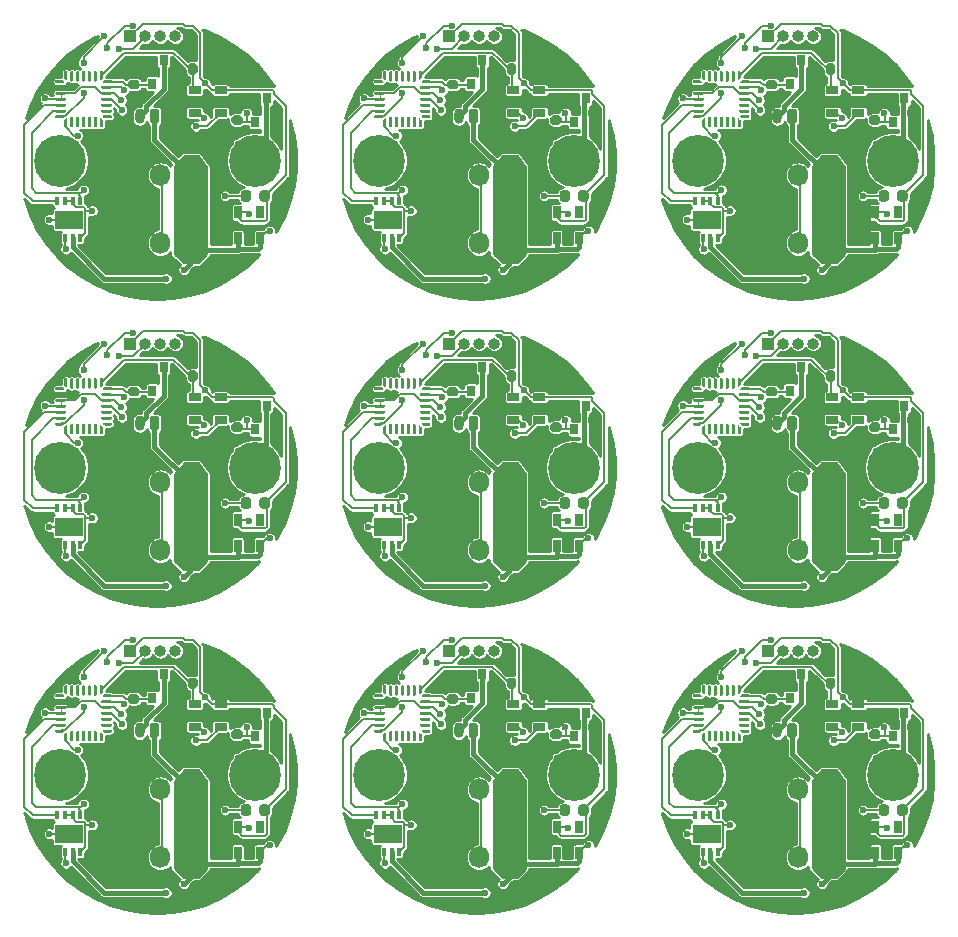
<source format=gtl>
%MOIN*%
%OFA0B0*%
%FSLAX46Y46*%
%IPPOS*%
%LPD*%
%ADD10O,0.03937007874015748X0.03937007874015748*%
%ADD11R,0.03937007874015748X0.03937007874015748*%
%ADD12O,0.031496062992125991X0.051181102362204731*%
%ADD13C,0.17322834645669294*%
%ADD14O,0.066929133858267723X0.072834645669291348*%
%ADD15R,0.031496062992125991X0.035433070866141732*%
%ADD16R,0.013779527559055118X0.025590551181102365*%
%ADD17R,0.094488188976377951X0.0610236220472441*%
%ADD18R,0.041732283464566935X0.025590551181102365*%
%ADD19R,0.025590551181102365X0.041732283464566935*%
%ADD20C,0.0039370078740157488*%
%ADD21C,0.023622047244094488*%
%ADD22C,0.0078740157480314977*%
%ADD23C,0.0035433070866141732*%
%ADD24C,0.005905511811023622*%
%ADD25C,0.015748031496062995*%
%ADD26C,0.01*%
%ADD27C,0.0039370078740157488*%
%ADD38O,0.03937007874015748X0.03937007874015748*%
%ADD39R,0.03937007874015748X0.03937007874015748*%
%ADD40O,0.031496062992125991X0.051181102362204731*%
%ADD41C,0.17322834645669294*%
%ADD42O,0.066929133858267723X0.072834645669291348*%
%ADD43R,0.031496062992125991X0.035433070866141732*%
%ADD44R,0.013779527559055118X0.025590551181102365*%
%ADD45R,0.094488188976377951X0.0610236220472441*%
%ADD46R,0.041732283464566935X0.025590551181102365*%
%ADD47R,0.025590551181102365X0.041732283464566935*%
%ADD48C,0.0039370078740157488*%
%ADD49C,0.023622047244094488*%
%ADD50C,0.0078740157480314977*%
%ADD51C,0.0035433070866141732*%
%ADD52C,0.005905511811023622*%
%ADD53C,0.015748031496062995*%
%ADD54C,0.01*%
%ADD55C,0.0039370078740157488*%
%ADD56O,0.03937007874015748X0.03937007874015748*%
%ADD57R,0.03937007874015748X0.03937007874015748*%
%ADD58O,0.031496062992125991X0.051181102362204731*%
%ADD59C,0.17322834645669294*%
%ADD60O,0.066929133858267723X0.072834645669291348*%
%ADD61R,0.031496062992125991X0.035433070866141732*%
%ADD62R,0.013779527559055118X0.025590551181102365*%
%ADD63R,0.094488188976377951X0.0610236220472441*%
%ADD64R,0.041732283464566935X0.025590551181102365*%
%ADD65R,0.025590551181102365X0.041732283464566935*%
%ADD66C,0.0039370078740157488*%
%ADD67C,0.023622047244094488*%
%ADD68C,0.0078740157480314977*%
%ADD69C,0.0035433070866141732*%
%ADD70C,0.005905511811023622*%
%ADD71C,0.015748031496062995*%
%ADD72C,0.01*%
%ADD73C,0.0039370078740157488*%
%ADD74O,0.03937007874015748X0.03937007874015748*%
%ADD75R,0.03937007874015748X0.03937007874015748*%
%ADD76O,0.031496062992125991X0.051181102362204731*%
%ADD77C,0.17322834645669294*%
%ADD78O,0.066929133858267723X0.072834645669291348*%
%ADD79R,0.031496062992125991X0.035433070866141732*%
%ADD80R,0.013779527559055118X0.025590551181102365*%
%ADD81R,0.094488188976377951X0.0610236220472441*%
%ADD82R,0.041732283464566935X0.025590551181102365*%
%ADD83R,0.025590551181102365X0.041732283464566935*%
%ADD84C,0.0039370078740157488*%
%ADD85C,0.023622047244094488*%
%ADD86C,0.0078740157480314977*%
%ADD87C,0.0035433070866141732*%
%ADD88C,0.005905511811023622*%
%ADD89C,0.015748031496062995*%
%ADD90C,0.01*%
%ADD91C,0.0039370078740157488*%
%ADD92O,0.03937007874015748X0.03937007874015748*%
%ADD93R,0.03937007874015748X0.03937007874015748*%
%ADD94O,0.031496062992125991X0.051181102362204731*%
%ADD95C,0.17322834645669294*%
%ADD96O,0.066929133858267723X0.072834645669291348*%
%ADD97R,0.031496062992125991X0.035433070866141732*%
%ADD98R,0.013779527559055118X0.025590551181102365*%
%ADD99R,0.094488188976377951X0.0610236220472441*%
%ADD100R,0.041732283464566935X0.025590551181102365*%
%ADD101R,0.025590551181102365X0.041732283464566935*%
%ADD102C,0.0039370078740157488*%
%ADD103C,0.023622047244094488*%
%ADD104C,0.0078740157480314977*%
%ADD105C,0.0035433070866141732*%
%ADD106C,0.005905511811023622*%
%ADD107C,0.015748031496062995*%
%ADD108C,0.01*%
%ADD109C,0.0039370078740157488*%
%ADD110O,0.03937007874015748X0.03937007874015748*%
%ADD111R,0.03937007874015748X0.03937007874015748*%
%ADD112O,0.031496062992125991X0.051181102362204731*%
%ADD113C,0.17322834645669294*%
%ADD114O,0.066929133858267723X0.072834645669291348*%
%ADD115R,0.031496062992125991X0.035433070866141732*%
%ADD116R,0.013779527559055118X0.025590551181102365*%
%ADD117R,0.094488188976377951X0.0610236220472441*%
%ADD118R,0.041732283464566935X0.025590551181102365*%
%ADD119R,0.025590551181102365X0.041732283464566935*%
%ADD120C,0.0039370078740157488*%
%ADD121C,0.023622047244094488*%
%ADD122C,0.0078740157480314977*%
%ADD123C,0.0035433070866141732*%
%ADD124C,0.005905511811023622*%
%ADD125C,0.015748031496062995*%
%ADD126C,0.01*%
%ADD127C,0.0039370078740157488*%
%ADD128O,0.03937007874015748X0.03937007874015748*%
%ADD129R,0.03937007874015748X0.03937007874015748*%
%ADD130O,0.031496062992125991X0.051181102362204731*%
%ADD131C,0.17322834645669294*%
%ADD132O,0.066929133858267723X0.072834645669291348*%
%ADD133R,0.031496062992125991X0.035433070866141732*%
%ADD134R,0.013779527559055118X0.025590551181102365*%
%ADD135R,0.094488188976377951X0.0610236220472441*%
%ADD136R,0.041732283464566935X0.025590551181102365*%
%ADD137R,0.025590551181102365X0.041732283464566935*%
%ADD138C,0.0039370078740157488*%
%ADD139C,0.023622047244094488*%
%ADD140C,0.0078740157480314977*%
%ADD141C,0.0035433070866141732*%
%ADD142C,0.005905511811023622*%
%ADD143C,0.015748031496062995*%
%ADD144C,0.01*%
%ADD145C,0.0039370078740157488*%
%ADD146O,0.03937007874015748X0.03937007874015748*%
%ADD147R,0.03937007874015748X0.03937007874015748*%
%ADD148O,0.031496062992125991X0.051181102362204731*%
%ADD149C,0.17322834645669294*%
%ADD150O,0.066929133858267723X0.072834645669291348*%
%ADD151R,0.031496062992125991X0.035433070866141732*%
%ADD152R,0.013779527559055118X0.025590551181102365*%
%ADD153R,0.094488188976377951X0.0610236220472441*%
%ADD154R,0.041732283464566935X0.025590551181102365*%
%ADD155R,0.025590551181102365X0.041732283464566935*%
%ADD156C,0.0039370078740157488*%
%ADD157C,0.023622047244094488*%
%ADD158C,0.0078740157480314977*%
%ADD159C,0.0035433070866141732*%
%ADD160C,0.005905511811023622*%
%ADD161C,0.015748031496062995*%
%ADD162C,0.01*%
%ADD163C,0.0039370078740157488*%
%ADD164O,0.03937007874015748X0.03937007874015748*%
%ADD165R,0.03937007874015748X0.03937007874015748*%
%ADD166O,0.031496062992125991X0.051181102362204731*%
%ADD167C,0.17322834645669294*%
%ADD168O,0.066929133858267723X0.072834645669291348*%
%ADD169R,0.031496062992125991X0.035433070866141732*%
%ADD170R,0.013779527559055118X0.025590551181102365*%
%ADD171R,0.094488188976377951X0.0610236220472441*%
%ADD172R,0.041732283464566935X0.025590551181102365*%
%ADD173R,0.025590551181102365X0.041732283464566935*%
%ADD174C,0.0039370078740157488*%
%ADD175C,0.023622047244094488*%
%ADD176C,0.0078740157480314977*%
%ADD177C,0.0035433070866141732*%
%ADD178C,0.005905511811023622*%
%ADD179C,0.015748031496062995*%
%ADD180C,0.01*%
%ADD181C,0.0039370078740157488*%
G01*
D10*
X0000472440Y0001456692D02*
X0001072440Y0001358267D03*
X0001022440Y0001358267D03*
X0000972440Y0001358267D03*
X0000922440Y0001358267D03*
D11*
X0000872440Y0001358267D03*
G36*
G01*
X0000968503Y0001110236D02*
X0000968503Y0001074803D01*
G75*
G02*
X0000960629Y0001066929I-0000007874D01*
G01*
X0000944881Y0001066929D01*
G75*
G02*
X0000937007Y0001074803J0000007874D01*
G01*
X0000937007Y0001110236D01*
G75*
G02*
X0000944881Y0001118110I0000007874D01*
G01*
X0000960629Y0001118110D01*
G75*
G02*
X0000968503Y0001110236J-0000007874D01*
G01*
G37*
D12*
X0000903543Y0001092519D03*
D13*
X0001287401Y0000944881D03*
X0000637795Y0000944881D03*
G36*
G01*
X0001240649Y0000816683D02*
X0001240649Y0000836860D01*
G75*
G02*
X0001249261Y0000845472I0000008612D01*
G01*
X0001266486Y0000845472D01*
G75*
G02*
X0001275098Y0000836860J-0000008612D01*
G01*
X0001275098Y0000816683D01*
G75*
G02*
X0001266486Y0000808070I-0000008612D01*
G01*
X0001249261Y0000808070D01*
G75*
G02*
X0001240649Y0000816683J0000008612D01*
G01*
G37*
G36*
G01*
X0001302657Y0000816683D02*
X0001302657Y0000836860D01*
G75*
G02*
X0001311269Y0000845472I0000008612D01*
G01*
X0001328494Y0000845472D01*
G75*
G02*
X0001337106Y0000836860J-0000008612D01*
G01*
X0001337106Y0000816683D01*
G75*
G02*
X0001328494Y0000808070I-0000008612D01*
G01*
X0001311269Y0000808070D01*
G75*
G02*
X0001302657Y0000816683J0000008612D01*
G01*
G37*
G36*
G01*
X0001104330Y0000922244D02*
X0001104330Y0000869094D01*
G75*
G02*
X0001094488Y0000859251I-0000009842D01*
G01*
X0001047244Y0000859251D01*
G75*
G02*
X0001037401Y0000869094J0000009842D01*
G01*
X0001037401Y0000922244D01*
G75*
G02*
X0001047244Y0000932086I0000009842D01*
G01*
X0001094488Y0000932086D01*
G75*
G02*
X0001104330Y0000922244J-0000009842D01*
G01*
G37*
D14*
X0000972440Y0000895669D03*
X0000874015Y0000895669D03*
X0000874015Y0000669291D03*
X0000972440Y0000669291D03*
G36*
G01*
X0001104330Y0000695866D02*
X0001104330Y0000642716D01*
G75*
G02*
X0001094488Y0000632874I-0000009842D01*
G01*
X0001047244Y0000632874D01*
G75*
G02*
X0001037401Y0000642716J0000009842D01*
G01*
X0001037401Y0000695866D01*
G75*
G02*
X0001047244Y0000705708I0000009842D01*
G01*
X0001094488Y0000705708D01*
G75*
G02*
X0001104330Y0000695866J-0000009842D01*
G01*
G37*
D15*
X0001326771Y0001151574D03*
X0001364173Y0001072834D03*
X0001289370Y0001072834D03*
X0000945866Y0001200787D03*
X0001020669Y0001200787D03*
X0000983267Y0001279527D03*
G36*
G01*
X0001239173Y0001063976D02*
X0001217519Y0001063976D01*
G75*
G02*
X0001209645Y0001071850J0000007874D01*
G01*
X0001209645Y0001087598D01*
G75*
G02*
X0001217519Y0001095472I0000007874D01*
G01*
X0001239173Y0001095472D01*
G75*
G02*
X0001247047Y0001087598J-0000007874D01*
G01*
X0001247047Y0001071850D01*
G75*
G02*
X0001239173Y0001063976I-0000007874D01*
G01*
G37*
G36*
G01*
X0001239173Y0001128937D02*
X0001217519Y0001128937D01*
G75*
G02*
X0001209645Y0001136811J0000007874D01*
G01*
X0001209645Y0001152559D01*
G75*
G02*
X0001217519Y0001160433I0000007874D01*
G01*
X0001239173Y0001160433D01*
G75*
G02*
X0001247047Y0001152559J-0000007874D01*
G01*
X0001247047Y0001136811D01*
G75*
G02*
X0001239173Y0001128937I-0000007874D01*
G01*
G37*
G36*
G01*
X0000894685Y0001247047D02*
X0000873031Y0001247047D01*
G75*
G02*
X0000865157Y0001254921J0000007874D01*
G01*
X0000865157Y0001270669D01*
G75*
G02*
X0000873031Y0001278543I0000007874D01*
G01*
X0000894685Y0001278543D01*
G75*
G02*
X0000902559Y0001270669J-0000007874D01*
G01*
X0000902559Y0001254921D01*
G75*
G02*
X0000894685Y0001247047I-0000007874D01*
G01*
G37*
G36*
G01*
X0000894685Y0001182086D02*
X0000873031Y0001182086D01*
G75*
G02*
X0000865157Y0001189960J0000007874D01*
G01*
X0000865157Y0001205708D01*
G75*
G02*
X0000873031Y0001213582I0000007874D01*
G01*
X0000894685Y0001213582D01*
G75*
G02*
X0000902559Y0001205708J-0000007874D01*
G01*
X0000902559Y0001189960D01*
G75*
G02*
X0000894685Y0001182086I-0000007874D01*
G01*
G37*
G36*
G01*
X0001064960Y0001239173D02*
X0001064960Y0001260826D01*
G75*
G02*
X0001072834Y0001268700I0000007874D01*
G01*
X0001088582Y0001268700D01*
G75*
G02*
X0001096456Y0001260826J-0000007874D01*
G01*
X0001096456Y0001239173D01*
G75*
G02*
X0001088582Y0001231299I-0000007874D01*
G01*
X0001072834Y0001231299D01*
G75*
G02*
X0001064960Y0001239173J0000007874D01*
G01*
G37*
G36*
G01*
X0001129921Y0001239173D02*
X0001129921Y0001260826D01*
G75*
G02*
X0001137795Y0001268700I0000007874D01*
G01*
X0001153543Y0001268700D01*
G75*
G02*
X0001161417Y0001260826J-0000007874D01*
G01*
X0001161417Y0001239173D01*
G75*
G02*
X0001153543Y0001231299I-0000007874D01*
G01*
X0001137795Y0001231299D01*
G75*
G02*
X0001129921Y0001239173J0000007874D01*
G01*
G37*
D16*
X0000705708Y0000809055D03*
X0000680118Y0000809055D03*
X0000654527Y0000809055D03*
X0000628937Y0000809055D03*
X0000628937Y0000687007D03*
X0000654527Y0000687007D03*
X0000680118Y0000687007D03*
X0000705708Y0000687007D03*
D17*
X0000667322Y0000748031D03*
D18*
X0001086614Y0001179133D03*
X0001086614Y0001141732D03*
X0001086614Y0001104330D03*
X0001173228Y0001104330D03*
X0001173228Y0001179133D03*
D19*
X0001230314Y0000771653D03*
X0001305118Y0000771653D03*
X0001305118Y0000685039D03*
X0001267716Y0000685039D03*
X0001230314Y0000685039D03*
D20*
G36*
X0000787002Y0001085171D02*
G01*
X0000786670Y0001085272D01*
X0000786363Y0001085436D01*
X0000786095Y0001085656D01*
X0000780833Y0001090918D01*
X0000780613Y0001091186D01*
X0000780449Y0001091492D01*
X0000780349Y0001091825D01*
X0000780314Y0001092170D01*
X0000780314Y0001093208D01*
X0000780349Y0001093554D01*
X0000780449Y0001093886D01*
X0000780613Y0001094192D01*
X0000780833Y0001094461D01*
X0000781102Y0001094681D01*
X0000781408Y0001094845D01*
X0000781740Y0001094946D01*
X0000782086Y0001094980D01*
X0000808267Y0001094980D01*
X0000808613Y0001094946D01*
X0000808945Y0001094845D01*
X0000809252Y0001094681D01*
X0000809520Y0001094461D01*
X0000809740Y0001094192D01*
X0000809904Y0001093886D01*
X0000810005Y0001093554D01*
X0000810039Y0001093208D01*
X0000810039Y0001086909D01*
X0000810005Y0001086563D01*
X0000809904Y0001086231D01*
X0000809740Y0001085925D01*
X0000809520Y0001085656D01*
X0000809252Y0001085436D01*
X0000808945Y0001085272D01*
X0000808613Y0001085171D01*
X0000808267Y0001085137D01*
X0000787348Y0001085137D01*
X0000787002Y0001085171D01*
G37*
G36*
G01*
X0000810039Y0001112204D02*
X0000810039Y0001107283D01*
G75*
G02*
X0000807578Y0001104822I-0000002460D01*
G01*
X0000778051Y0001104822D01*
G75*
G02*
X0000775590Y0001107283J0000002460D01*
G01*
X0000775590Y0001112204D01*
G75*
G02*
X0000778051Y0001114665I0000002460D01*
G01*
X0000807578Y0001114665D01*
G75*
G02*
X0000810039Y0001112204J-0000002460D01*
G01*
G37*
G36*
G01*
X0000810039Y0001131889D02*
X0000810039Y0001126968D01*
G75*
G02*
X0000807578Y0001124507I-0000002460D01*
G01*
X0000778051Y0001124507D01*
G75*
G02*
X0000775590Y0001126968J0000002460D01*
G01*
X0000775590Y0001131889D01*
G75*
G02*
X0000778051Y0001134350I0000002460D01*
G01*
X0000807578Y0001134350D01*
G75*
G02*
X0000810039Y0001131889J-0000002460D01*
G01*
G37*
G36*
G01*
X0000810039Y0001151574D02*
X0000810039Y0001146653D01*
G75*
G02*
X0000807578Y0001144192I-0000002460D01*
G01*
X0000778051Y0001144192D01*
G75*
G02*
X0000775590Y0001146653J0000002460D01*
G01*
X0000775590Y0001151574D01*
G75*
G02*
X0000778051Y0001154035I0000002460D01*
G01*
X0000807578Y0001154035D01*
G75*
G02*
X0000810039Y0001151574J-0000002460D01*
G01*
G37*
G36*
G01*
X0000810039Y0001171259D02*
X0000810039Y0001166338D01*
G75*
G02*
X0000807578Y0001163877I-0000002460D01*
G01*
X0000778051Y0001163877D01*
G75*
G02*
X0000775590Y0001166338J0000002460D01*
G01*
X0000775590Y0001171259D01*
G75*
G02*
X0000778051Y0001173720I0000002460D01*
G01*
X0000807578Y0001173720D01*
G75*
G02*
X0000810039Y0001171259J-0000002460D01*
G01*
G37*
G36*
G01*
X0000810039Y0001190944D02*
X0000810039Y0001186023D01*
G75*
G02*
X0000807578Y0001183562I-0000002460D01*
G01*
X0000778051Y0001183562D01*
G75*
G02*
X0000775590Y0001186023J0000002460D01*
G01*
X0000775590Y0001190944D01*
G75*
G02*
X0000778051Y0001193405I0000002460D01*
G01*
X0000807578Y0001193405D01*
G75*
G02*
X0000810039Y0001190944J-0000002460D01*
G01*
G37*
G36*
X0000781740Y0001203282D02*
G01*
X0000781408Y0001203382D01*
X0000781102Y0001203546D01*
X0000780833Y0001203766D01*
X0000780613Y0001204035D01*
X0000780449Y0001204341D01*
X0000780349Y0001204674D01*
X0000780314Y0001205019D01*
X0000780314Y0001206057D01*
X0000780349Y0001206403D01*
X0000780449Y0001206735D01*
X0000780613Y0001207041D01*
X0000780833Y0001207310D01*
X0000786095Y0001212571D01*
X0000786363Y0001212791D01*
X0000786670Y0001212955D01*
X0000787002Y0001213056D01*
X0000787348Y0001213090D01*
X0000808267Y0001213090D01*
X0000808613Y0001213056D01*
X0000808945Y0001212955D01*
X0000809252Y0001212791D01*
X0000809520Y0001212571D01*
X0000809740Y0001212303D01*
X0000809904Y0001211996D01*
X0000810005Y0001211664D01*
X0000810039Y0001211318D01*
X0000810039Y0001205019D01*
X0000810005Y0001204674D01*
X0000809904Y0001204341D01*
X0000809740Y0001204035D01*
X0000809520Y0001203766D01*
X0000809252Y0001203546D01*
X0000808945Y0001203382D01*
X0000808613Y0001203282D01*
X0000808267Y0001203248D01*
X0000782086Y0001203248D01*
X0000781740Y0001203282D01*
G37*
G36*
X0000772095Y0001212927D02*
G01*
X0000771762Y0001213028D01*
X0000771456Y0001213192D01*
X0000771188Y0001213412D01*
X0000770967Y0001213681D01*
X0000770804Y0001213987D01*
X0000770703Y0001214319D01*
X0000770669Y0001214665D01*
X0000770669Y0001240846D01*
X0000770703Y0001241192D01*
X0000770804Y0001241524D01*
X0000770967Y0001241830D01*
X0000771188Y0001242099D01*
X0000771456Y0001242319D01*
X0000771762Y0001242483D01*
X0000772095Y0001242584D01*
X0000772440Y0001242618D01*
X0000778740Y0001242618D01*
X0000779085Y0001242584D01*
X0000779418Y0001242483D01*
X0000779724Y0001242319D01*
X0000779992Y0001242099D01*
X0000780213Y0001241830D01*
X0000780376Y0001241524D01*
X0000780477Y0001241192D01*
X0000780511Y0001240846D01*
X0000780511Y0001219926D01*
X0000780477Y0001219581D01*
X0000780376Y0001219248D01*
X0000780213Y0001218942D01*
X0000779992Y0001218674D01*
X0000774731Y0001213412D01*
X0000774463Y0001213192D01*
X0000774156Y0001213028D01*
X0000773824Y0001212927D01*
X0000773478Y0001212893D01*
X0000772440Y0001212893D01*
X0000772095Y0001212927D01*
G37*
G36*
G01*
X0000760826Y0001240157D02*
X0000760826Y0001210629D01*
G75*
G02*
X0000758366Y0001208169I-0000002460D01*
G01*
X0000753444Y0001208169D01*
G75*
G02*
X0000750984Y0001210629J0000002460D01*
G01*
X0000750984Y0001240157D01*
G75*
G02*
X0000753444Y0001242618I0000002460D01*
G01*
X0000758366Y0001242618D01*
G75*
G02*
X0000760826Y0001240157J-0000002460D01*
G01*
G37*
G36*
G01*
X0000741141Y0001240157D02*
X0000741141Y0001210629D01*
G75*
G02*
X0000738681Y0001208169I-0000002460D01*
G01*
X0000733759Y0001208169D01*
G75*
G02*
X0000731299Y0001210629J0000002460D01*
G01*
X0000731299Y0001240157D01*
G75*
G02*
X0000733759Y0001242618I0000002460D01*
G01*
X0000738681Y0001242618D01*
G75*
G02*
X0000741141Y0001240157J-0000002460D01*
G01*
G37*
G36*
G01*
X0000721456Y0001240157D02*
X0000721456Y0001210629D01*
G75*
G02*
X0000718996Y0001208169I-0000002460D01*
G01*
X0000714074Y0001208169D01*
G75*
G02*
X0000711614Y0001210629J0000002460D01*
G01*
X0000711614Y0001240157D01*
G75*
G02*
X0000714074Y0001242618I0000002460D01*
G01*
X0000718996Y0001242618D01*
G75*
G02*
X0000721456Y0001240157J-0000002460D01*
G01*
G37*
G36*
G01*
X0000701771Y0001240157D02*
X0000701771Y0001210629D01*
G75*
G02*
X0000699311Y0001208169I-0000002460D01*
G01*
X0000694389Y0001208169D01*
G75*
G02*
X0000691929Y0001210629J0000002460D01*
G01*
X0000691929Y0001240157D01*
G75*
G02*
X0000694389Y0001242618I0000002460D01*
G01*
X0000699311Y0001242618D01*
G75*
G02*
X0000701771Y0001240157J-0000002460D01*
G01*
G37*
G36*
G01*
X0000682086Y0001240157D02*
X0000682086Y0001210629D01*
G75*
G02*
X0000679625Y0001208169I-0000002460D01*
G01*
X0000674704Y0001208169D01*
G75*
G02*
X0000672244Y0001210629J0000002460D01*
G01*
X0000672244Y0001240157D01*
G75*
G02*
X0000674704Y0001242618I0000002460D01*
G01*
X0000679625Y0001242618D01*
G75*
G02*
X0000682086Y0001240157J-0000002460D01*
G01*
G37*
G36*
X0000659246Y0001212927D02*
G01*
X0000658914Y0001213028D01*
X0000658607Y0001213192D01*
X0000658339Y0001213412D01*
X0000653077Y0001218674D01*
X0000652857Y0001218942D01*
X0000652693Y0001219248D01*
X0000652593Y0001219581D01*
X0000652559Y0001219926D01*
X0000652559Y0001240846D01*
X0000652593Y0001241192D01*
X0000652693Y0001241524D01*
X0000652857Y0001241830D01*
X0000653077Y0001242099D01*
X0000653346Y0001242319D01*
X0000653652Y0001242483D01*
X0000653985Y0001242584D01*
X0000654330Y0001242618D01*
X0000660629Y0001242618D01*
X0000660975Y0001242584D01*
X0000661307Y0001242483D01*
X0000661614Y0001242319D01*
X0000661882Y0001242099D01*
X0000662102Y0001241830D01*
X0000662266Y0001241524D01*
X0000662367Y0001241192D01*
X0000662401Y0001240846D01*
X0000662401Y0001214665D01*
X0000662367Y0001214319D01*
X0000662266Y0001213987D01*
X0000662102Y0001213681D01*
X0000661882Y0001213412D01*
X0000661614Y0001213192D01*
X0000661307Y0001213028D01*
X0000660975Y0001212927D01*
X0000660629Y0001212893D01*
X0000659592Y0001212893D01*
X0000659246Y0001212927D01*
G37*
G36*
X0000624457Y0001203282D02*
G01*
X0000624125Y0001203382D01*
X0000623818Y0001203546D01*
X0000623550Y0001203766D01*
X0000623330Y0001204035D01*
X0000623166Y0001204341D01*
X0000623065Y0001204674D01*
X0000623031Y0001205019D01*
X0000623031Y0001211318D01*
X0000623065Y0001211664D01*
X0000623166Y0001211996D01*
X0000623330Y0001212303D01*
X0000623550Y0001212571D01*
X0000623818Y0001212791D01*
X0000624125Y0001212955D01*
X0000624457Y0001213056D01*
X0000624803Y0001213090D01*
X0000645722Y0001213090D01*
X0000646068Y0001213056D01*
X0000646400Y0001212955D01*
X0000646707Y0001212791D01*
X0000646975Y0001212571D01*
X0000652237Y0001207310D01*
X0000652457Y0001207041D01*
X0000652621Y0001206735D01*
X0000652721Y0001206403D01*
X0000652755Y0001206057D01*
X0000652755Y0001205019D01*
X0000652721Y0001204674D01*
X0000652621Y0001204341D01*
X0000652457Y0001204035D01*
X0000652237Y0001203766D01*
X0000651968Y0001203546D01*
X0000651662Y0001203382D01*
X0000651329Y0001203282D01*
X0000650984Y0001203248D01*
X0000624803Y0001203248D01*
X0000624457Y0001203282D01*
G37*
G36*
G01*
X0000657480Y0001190944D02*
X0000657480Y0001186023D01*
G75*
G02*
X0000655019Y0001183562I-0000002460D01*
G01*
X0000625492Y0001183562D01*
G75*
G02*
X0000623031Y0001186023J0000002460D01*
G01*
X0000623031Y0001190944D01*
G75*
G02*
X0000625492Y0001193405I0000002460D01*
G01*
X0000655019Y0001193405D01*
G75*
G02*
X0000657480Y0001190944J-0000002460D01*
G01*
G37*
G36*
G01*
X0000657480Y0001171259D02*
X0000657480Y0001166338D01*
G75*
G02*
X0000655019Y0001163877I-0000002460D01*
G01*
X0000625492Y0001163877D01*
G75*
G02*
X0000623031Y0001166338J0000002460D01*
G01*
X0000623031Y0001171259D01*
G75*
G02*
X0000625492Y0001173720I0000002460D01*
G01*
X0000655019Y0001173720D01*
G75*
G02*
X0000657480Y0001171259J-0000002460D01*
G01*
G37*
G36*
G01*
X0000657480Y0001151574D02*
X0000657480Y0001146653D01*
G75*
G02*
X0000655019Y0001144192I-0000002460D01*
G01*
X0000625492Y0001144192D01*
G75*
G02*
X0000623031Y0001146653J0000002460D01*
G01*
X0000623031Y0001151574D01*
G75*
G02*
X0000625492Y0001154035I0000002460D01*
G01*
X0000655019Y0001154035D01*
G75*
G02*
X0000657480Y0001151574J-0000002460D01*
G01*
G37*
G36*
G01*
X0000657480Y0001131889D02*
X0000657480Y0001126968D01*
G75*
G02*
X0000655019Y0001124507I-0000002460D01*
G01*
X0000625492Y0001124507D01*
G75*
G02*
X0000623031Y0001126968J0000002460D01*
G01*
X0000623031Y0001131889D01*
G75*
G02*
X0000625492Y0001134350I0000002460D01*
G01*
X0000655019Y0001134350D01*
G75*
G02*
X0000657480Y0001131889J-0000002460D01*
G01*
G37*
G36*
G01*
X0000657480Y0001112204D02*
X0000657480Y0001107283D01*
G75*
G02*
X0000655019Y0001104822I-0000002460D01*
G01*
X0000625492Y0001104822D01*
G75*
G02*
X0000623031Y0001107283J0000002460D01*
G01*
X0000623031Y0001112204D01*
G75*
G02*
X0000625492Y0001114665I0000002460D01*
G01*
X0000655019Y0001114665D01*
G75*
G02*
X0000657480Y0001112204J-0000002460D01*
G01*
G37*
G36*
X0000624457Y0001085171D02*
G01*
X0000624125Y0001085272D01*
X0000623818Y0001085436D01*
X0000623550Y0001085656D01*
X0000623330Y0001085925D01*
X0000623166Y0001086231D01*
X0000623065Y0001086563D01*
X0000623031Y0001086909D01*
X0000623031Y0001093208D01*
X0000623065Y0001093554D01*
X0000623166Y0001093886D01*
X0000623330Y0001094192D01*
X0000623550Y0001094461D01*
X0000623818Y0001094681D01*
X0000624125Y0001094845D01*
X0000624457Y0001094946D01*
X0000624803Y0001094980D01*
X0000650984Y0001094980D01*
X0000651329Y0001094946D01*
X0000651662Y0001094845D01*
X0000651968Y0001094681D01*
X0000652237Y0001094461D01*
X0000652457Y0001094192D01*
X0000652621Y0001093886D01*
X0000652721Y0001093554D01*
X0000652755Y0001093208D01*
X0000652755Y0001092170D01*
X0000652721Y0001091825D01*
X0000652621Y0001091492D01*
X0000652457Y0001091186D01*
X0000652237Y0001090918D01*
X0000646975Y0001085656D01*
X0000646707Y0001085436D01*
X0000646400Y0001085272D01*
X0000646068Y0001085171D01*
X0000645722Y0001085137D01*
X0000624803Y0001085137D01*
X0000624457Y0001085171D01*
G37*
G36*
X0000653985Y0001055644D02*
G01*
X0000653652Y0001055745D01*
X0000653346Y0001055908D01*
X0000653077Y0001056129D01*
X0000652857Y0001056397D01*
X0000652693Y0001056703D01*
X0000652593Y0001057036D01*
X0000652559Y0001057381D01*
X0000652559Y0001078301D01*
X0000652593Y0001078647D01*
X0000652693Y0001078979D01*
X0000652857Y0001079285D01*
X0000653077Y0001079554D01*
X0000658339Y0001084815D01*
X0000658607Y0001085036D01*
X0000658914Y0001085199D01*
X0000659246Y0001085300D01*
X0000659592Y0001085334D01*
X0000660629Y0001085334D01*
X0000660975Y0001085300D01*
X0000661307Y0001085199D01*
X0000661614Y0001085036D01*
X0000661882Y0001084815D01*
X0000662102Y0001084547D01*
X0000662266Y0001084240D01*
X0000662367Y0001083908D01*
X0000662401Y0001083562D01*
X0000662401Y0001057381D01*
X0000662367Y0001057036D01*
X0000662266Y0001056703D01*
X0000662102Y0001056397D01*
X0000661882Y0001056129D01*
X0000661614Y0001055908D01*
X0000661307Y0001055745D01*
X0000660975Y0001055644D01*
X0000660629Y0001055610D01*
X0000654330Y0001055610D01*
X0000653985Y0001055644D01*
G37*
G36*
G01*
X0000682086Y0001087598D02*
X0000682086Y0001058070D01*
G75*
G02*
X0000679625Y0001055610I-0000002460D01*
G01*
X0000674704Y0001055610D01*
G75*
G02*
X0000672244Y0001058070J0000002460D01*
G01*
X0000672244Y0001087598D01*
G75*
G02*
X0000674704Y0001090059I0000002460D01*
G01*
X0000679625Y0001090059D01*
G75*
G02*
X0000682086Y0001087598J-0000002460D01*
G01*
G37*
G36*
G01*
X0000701771Y0001087598D02*
X0000701771Y0001058070D01*
G75*
G02*
X0000699311Y0001055610I-0000002460D01*
G01*
X0000694389Y0001055610D01*
G75*
G02*
X0000691929Y0001058070J0000002460D01*
G01*
X0000691929Y0001087598D01*
G75*
G02*
X0000694389Y0001090059I0000002460D01*
G01*
X0000699311Y0001090059D01*
G75*
G02*
X0000701771Y0001087598J-0000002460D01*
G01*
G37*
G36*
G01*
X0000721456Y0001087598D02*
X0000721456Y0001058070D01*
G75*
G02*
X0000718996Y0001055610I-0000002460D01*
G01*
X0000714074Y0001055610D01*
G75*
G02*
X0000711614Y0001058070J0000002460D01*
G01*
X0000711614Y0001087598D01*
G75*
G02*
X0000714074Y0001090059I0000002460D01*
G01*
X0000718996Y0001090059D01*
G75*
G02*
X0000721456Y0001087598J-0000002460D01*
G01*
G37*
G36*
G01*
X0000741141Y0001087598D02*
X0000741141Y0001058070D01*
G75*
G02*
X0000738681Y0001055610I-0000002460D01*
G01*
X0000733759Y0001055610D01*
G75*
G02*
X0000731299Y0001058070J0000002460D01*
G01*
X0000731299Y0001087598D01*
G75*
G02*
X0000733759Y0001090059I0000002460D01*
G01*
X0000738681Y0001090059D01*
G75*
G02*
X0000741141Y0001087598J-0000002460D01*
G01*
G37*
G36*
G01*
X0000760826Y0001087598D02*
X0000760826Y0001058070D01*
G75*
G02*
X0000758366Y0001055610I-0000002460D01*
G01*
X0000753444Y0001055610D01*
G75*
G02*
X0000750984Y0001058070J0000002460D01*
G01*
X0000750984Y0001087598D01*
G75*
G02*
X0000753444Y0001090059I0000002460D01*
G01*
X0000758366Y0001090059D01*
G75*
G02*
X0000760826Y0001087598J-0000002460D01*
G01*
G37*
G36*
X0000772095Y0001055644D02*
G01*
X0000771762Y0001055745D01*
X0000771456Y0001055908D01*
X0000771188Y0001056129D01*
X0000770967Y0001056397D01*
X0000770804Y0001056703D01*
X0000770703Y0001057036D01*
X0000770669Y0001057381D01*
X0000770669Y0001083562D01*
X0000770703Y0001083908D01*
X0000770804Y0001084240D01*
X0000770967Y0001084547D01*
X0000771188Y0001084815D01*
X0000771456Y0001085036D01*
X0000771762Y0001085199D01*
X0000772095Y0001085300D01*
X0000772440Y0001085334D01*
X0000773478Y0001085334D01*
X0000773824Y0001085300D01*
X0000774156Y0001085199D01*
X0000774463Y0001085036D01*
X0000774731Y0001084815D01*
X0000779992Y0001079554D01*
X0000780213Y0001079285D01*
X0000780376Y0001078979D01*
X0000780477Y0001078647D01*
X0000780511Y0001078301D01*
X0000780511Y0001057381D01*
X0000780477Y0001057036D01*
X0000780376Y0001056703D01*
X0000780213Y0001056397D01*
X0000779992Y0001056129D01*
X0000779724Y0001055908D01*
X0000779418Y0001055745D01*
X0000779085Y0001055644D01*
X0000778740Y0001055610D01*
X0000772440Y0001055610D01*
X0000772095Y0001055644D01*
G37*
D21*
X0000602362Y0000748031D03*
X0000588582Y0001151574D03*
X0001267716Y0000767715D03*
X0000746062Y0000777559D03*
X0001121456Y0001202165D03*
X0000842519Y0001145669D03*
X0001346456Y0001102362D03*
X0001267716Y0001151574D03*
X0000667322Y0001190944D03*
X0001375984Y0000816929D03*
X0000834645Y0001250000D03*
X0001149606Y0001279527D03*
X0001188976Y0000826771D03*
X0000844488Y0001112204D03*
X0000833344Y0001317247D03*
X0000795275Y0001318897D03*
X0000696646Y0001028153D03*
X0000880689Y0001393798D03*
X0000716535Y0001171259D03*
X0000716535Y0001269685D03*
X0000785433Y0001358267D03*
X0000657480Y0000649606D03*
X0001259842Y0001102362D03*
X0000849938Y0001179996D03*
X0000716535Y0000846456D03*
X0001051181Y0000580708D03*
X0000992125Y0000551181D03*
X0001336614Y0000709055D03*
X0001118110Y0001086614D03*
X0001090551Y0001059055D03*
D22*
X0000667322Y0000748031D02*
X0000608267Y0000748031D01*
X0000602362Y0000748031D02*
X0000608267Y0000748031D01*
X0001346141Y0001179133D02*
X0001173228Y0001179133D01*
X0001350000Y0001175275D02*
X0001346141Y0001179133D01*
X0001350000Y0001166268D02*
X0001350000Y0001175275D01*
X0001389832Y0001126436D02*
X0001350000Y0001166268D01*
X0001389832Y0000896721D02*
X0001389832Y0001126436D01*
X0001319881Y0000826771D02*
X0001389832Y0000896721D01*
X0000654527Y0000809055D02*
X0000680118Y0000809055D01*
X0000680118Y0000801495D02*
X0000680118Y0000809055D01*
X0000692834Y0000788779D02*
X0000680118Y0000801495D01*
X0000717795Y0000788779D02*
X0000692834Y0000788779D01*
X0000722047Y0000784527D02*
X0000717795Y0000788779D01*
X0000705708Y0000687007D02*
X0000722047Y0000703346D01*
X0000591043Y0001149114D02*
X0000588582Y0001151574D01*
X0000640255Y0001149114D02*
X0000591043Y0001149114D01*
X0001230314Y0000771653D02*
X0001263778Y0000771653D01*
X0001263778Y0000771653D02*
X0001267716Y0000767715D01*
X0001326771Y0000819881D02*
X0001319881Y0000826771D01*
X0001326771Y0000748031D02*
X0001326771Y0000819881D01*
X0001320866Y0000742125D02*
X0001326771Y0000748031D01*
X0001244094Y0000742125D02*
X0001320866Y0000742125D01*
X0001230314Y0000755905D02*
X0001244094Y0000742125D01*
X0001230314Y0000771653D02*
X0001230314Y0000755905D01*
D23*
X0000640255Y0001168799D02*
X0000640255Y0001149114D01*
D22*
X0001173228Y0001179133D02*
X0001144488Y0001179133D01*
D24*
X0000726377Y0000777559D02*
X0000722047Y0000773228D01*
X0000746062Y0000777559D02*
X0000726377Y0000777559D01*
D22*
X0000722047Y0000773228D02*
X0000722047Y0000784527D01*
X0000722047Y0000703346D02*
X0000722047Y0000773228D01*
X0001144488Y0001179133D02*
X0001121456Y0001202165D01*
D24*
X0000775590Y0001168799D02*
X0000792814Y0001168799D01*
X0000754822Y0001189566D02*
X0000775590Y0001168799D01*
X0000707747Y0001189566D02*
X0000754822Y0001189566D01*
X0000686980Y0001168799D02*
X0000707747Y0001189566D01*
X0000640255Y0001168799D02*
X0000686980Y0001168799D01*
D22*
X0000819389Y0001168799D02*
X0000792814Y0001168799D01*
X0000842519Y0001145669D02*
X0000819389Y0001168799D01*
D24*
X0000915414Y0001401241D02*
X0000872440Y0001358267D01*
X0000924863Y0001401241D02*
X0000915414Y0001401241D01*
D22*
X0001047577Y0001401241D02*
X0000924863Y0001401241D01*
X0001055118Y0001393700D02*
X0001047577Y0001401241D01*
X0001079944Y0001393700D02*
X0001055118Y0001393700D01*
X0001103937Y0001369708D02*
X0001079944Y0001393700D01*
X0001103937Y0001219684D02*
X0001103937Y0001369708D01*
X0001121456Y0001202165D02*
X0001103937Y0001219684D01*
X0001364173Y0001084645D02*
X0001346456Y0001102362D01*
X0001364173Y0001072834D02*
X0001364173Y0001084645D01*
X0001260826Y0001144685D02*
X0001267716Y0001151574D01*
X0001228346Y0001144685D02*
X0001260826Y0001144685D01*
X0000642716Y0001190944D02*
X0000640255Y0001188484D01*
X0000667322Y0001190944D02*
X0000642716Y0001190944D01*
X0000847440Y0001262795D02*
X0000834645Y0001250000D01*
X0000883858Y0001262795D02*
X0000847440Y0001262795D01*
X0001145669Y0001275590D02*
X0001149606Y0001279527D01*
X0001145669Y0001250000D02*
X0001145669Y0001275590D01*
X0001188976Y0000826771D02*
X0001257874Y0000826771D01*
X0000792814Y0001149114D02*
X0000807578Y0001149114D01*
X0000807578Y0001149114D02*
X0000844488Y0001112204D01*
X0000882207Y0001317247D02*
X0000850047Y0001317247D01*
X0000923228Y0001358267D02*
X0000882207Y0001317247D01*
X0000850047Y0001317247D02*
X0000833344Y0001317247D01*
X0000684937Y0001028153D02*
X0000696646Y0001028153D01*
X0000657480Y0001055610D02*
X0000684937Y0001028153D01*
X0000657480Y0001070472D02*
X0000657480Y0001055610D01*
X0000795275Y0001335600D02*
X0000853472Y0001393798D01*
X0000795275Y0001318897D02*
X0000795275Y0001335600D01*
X0000853472Y0001393798D02*
X0000880689Y0001393798D01*
X0000654610Y0001092815D02*
X0000716535Y0001154740D01*
X0000785433Y0001358267D02*
X0000716535Y0001289370D01*
X0000716535Y0001154740D02*
X0000716535Y0001171259D01*
X0000716535Y0001289370D02*
X0000716535Y0001269685D01*
X0000637893Y0001090059D02*
X0000640650Y0001092815D01*
X0000640650Y0001092815D02*
X0000654610Y0001092815D01*
X0000654527Y0000652559D02*
X0000657480Y0000649606D01*
X0000654527Y0000687007D02*
X0000654527Y0000652559D01*
X0000978346Y0000889764D02*
X0000972440Y0000895669D01*
X0000978346Y0000675196D02*
X0000978346Y0000889764D01*
X0000972440Y0000669291D02*
X0000978346Y0000675196D01*
X0001235236Y0001072834D02*
X0001228346Y0001079724D01*
X0001261810Y0001072834D02*
X0001235236Y0001072834D01*
X0001289370Y0001072834D02*
X0001261810Y0001072834D01*
D24*
X0001261810Y0001100393D02*
X0001259842Y0001102362D01*
X0001261810Y0001072834D02*
X0001261810Y0001100393D01*
X0000841450Y0001188484D02*
X0000792814Y0001188484D01*
X0000849938Y0001179996D02*
X0000841450Y0001188484D01*
D22*
X0000810039Y0001208169D02*
X0000795177Y0001208169D01*
X0000846948Y0001208169D02*
X0000810039Y0001208169D01*
X0000857283Y0001197834D02*
X0000846948Y0001208169D01*
X0000883858Y0001197834D02*
X0000857283Y0001197834D01*
X0000942913Y0001197834D02*
X0000945866Y0001200787D01*
X0000883858Y0001197834D02*
X0000942913Y0001197834D01*
X0001080708Y0001185039D02*
X0001086614Y0001179133D01*
X0001080708Y0001240157D02*
X0001080708Y0001185039D01*
D24*
X0000831889Y0001284055D02*
X0000775590Y0001227755D01*
X0001080708Y0001240157D02*
X0001036810Y0001284055D01*
D22*
X0001016141Y0001304724D02*
X0001036810Y0001284055D01*
X0000852559Y0001304724D02*
X0001016141Y0001304724D01*
X0000831889Y0001284055D02*
X0000852559Y0001304724D01*
X0000705708Y0000827755D02*
X0000705708Y0000809055D01*
X0000559055Y0000836614D02*
X0000696850Y0000836614D01*
X0000543700Y0000851968D02*
X0000559055Y0000836614D01*
X0000543700Y0001037795D02*
X0000543700Y0000851968D01*
X0000696850Y0000836614D02*
X0000705708Y0000827755D01*
X0000615649Y0001109744D02*
X0000543700Y0001037795D01*
X0000640255Y0001109744D02*
X0000615649Y0001109744D01*
D24*
X0000706692Y0000836614D02*
X0000716535Y0000846456D01*
X0000696850Y0000836614D02*
X0000706692Y0000836614D01*
D22*
X0000586122Y0001129429D02*
X0000640255Y0001129429D01*
X0000519685Y0001062992D02*
X0000586122Y0001129429D01*
X0000519685Y0000836614D02*
X0000519685Y0001062992D01*
X0000547244Y0000809055D02*
X0000519685Y0000836614D01*
X0000628937Y0000809055D02*
X0000547244Y0000809055D01*
D25*
X0001228346Y0001003937D02*
X0001287401Y0000944881D01*
X0001323228Y0000980708D02*
X0001287401Y0000944881D01*
X0001323228Y0001148031D02*
X0001323228Y0000980708D01*
X0001326771Y0001151574D02*
X0001323228Y0001148031D01*
X0001230314Y0000647637D02*
X0001230314Y0000685039D01*
X0001092519Y0000647637D02*
X0001070866Y0000669291D01*
X0001230314Y0000647637D02*
X0001092519Y0000647637D01*
X0001070866Y0000600393D02*
X0001051181Y0000580708D01*
X0001070866Y0000669291D02*
X0001070866Y0000600393D01*
X0000992125Y0000551181D02*
X0000785433Y0000551181D01*
X0000680118Y0000656496D02*
X0000680118Y0000687007D01*
X0000785433Y0000551181D02*
X0000680118Y0000656496D01*
D22*
X0001329133Y0000709055D02*
X0001305118Y0000685039D01*
X0001336614Y0000709055D02*
X0001329133Y0000709055D01*
D25*
X0001232283Y0000649606D02*
X0001230314Y0000647637D01*
X0001297244Y0000649606D02*
X0001232283Y0000649606D01*
X0001305118Y0000657480D02*
X0001297244Y0000649606D01*
X0001305118Y0000685039D02*
X0001305118Y0000657480D01*
X0000952755Y0001013779D02*
X0001070866Y0000895669D01*
X0000952755Y0001092519D02*
X0000952755Y0001013779D01*
D24*
X0001100393Y0001104330D02*
X0001118110Y0001086614D01*
X0001086614Y0001104330D02*
X0001100393Y0001104330D01*
D25*
X0000983267Y0001184173D02*
X0000983267Y0001279527D01*
X0000925590Y0001126495D02*
X0000983267Y0001184173D01*
X0000925590Y0001114566D02*
X0000925590Y0001126495D01*
X0000903543Y0001092519D02*
X0000925590Y0001114566D01*
X0000667322Y0000944881D02*
X0000637795Y0000944881D01*
X0001167814Y0001098917D02*
X0001173228Y0001104330D01*
D24*
X0001127952Y0001059055D02*
X0001173228Y0001104330D01*
X0001090551Y0001059055D02*
X0001127952Y0001059055D01*
D26*
X0000920069Y0001183070D02*
X0000920262Y0001181110D01*
X0000920834Y0001179225D01*
X0000921763Y0001177488D01*
X0000923012Y0001175965D01*
X0000924535Y0001174715D01*
X0000926272Y0001173787D01*
X0000928157Y0001173215D01*
X0000930118Y0001173022D01*
X0000946839Y0001173022D01*
X0000913571Y0001139754D01*
X0000912890Y0001139195D01*
X0000910656Y0001136473D01*
X0000910300Y0001135807D01*
X0000908996Y0001133368D01*
X0000908411Y0001131438D01*
X0000907974Y0001129999D01*
X0000907760Y0001127819D01*
X0000903543Y0001128234D01*
X0000898495Y0001127737D01*
X0000893642Y0001126265D01*
X0000889169Y0001123874D01*
X0000885248Y0001120656D01*
X0000882031Y0001116736D01*
X0000879640Y0001112263D01*
X0000878167Y0001107409D01*
X0000877795Y0001103626D01*
X0000877795Y0001081412D01*
X0000878167Y0001077629D01*
X0000879640Y0001072776D01*
X0000882031Y0001068303D01*
X0000885248Y0001064382D01*
X0000889169Y0001061164D01*
X0000893642Y0001058774D01*
X0000898495Y0001057301D01*
X0000903543Y0001056804D01*
X0000908590Y0001057301D01*
X0000913444Y0001058774D01*
X0000917917Y0001061164D01*
X0000921837Y0001064382D01*
X0000925055Y0001068303D01*
X0000927203Y0001072322D01*
X0000927303Y0001071306D01*
X0000928323Y0001067944D01*
X0000929980Y0001064846D01*
X0000932208Y0001062130D01*
X0000934881Y0001059936D01*
X0000934881Y0001014657D01*
X0000934795Y0001013779D01*
X0000935140Y0001010275D01*
X0000936162Y0001006906D01*
X0000936162Y0001006906D01*
X0000937822Y0001003801D01*
X0000940055Y0001001079D01*
X0000940737Y0001000520D01*
X0001007923Y0000933334D01*
X0001007433Y0000932721D01*
X0001006509Y0000930992D01*
X0001005940Y0000929116D01*
X0001005748Y0000927165D01*
X0001005748Y0000926550D01*
X0001003323Y0000929504D01*
X0000996705Y0000934936D01*
X0000989154Y0000938972D01*
X0000980961Y0000941457D01*
X0000972440Y0000942296D01*
X0000963920Y0000941457D01*
X0000955727Y0000938972D01*
X0000948176Y0000934936D01*
X0000941558Y0000929504D01*
X0000936126Y0000922886D01*
X0000932090Y0000915335D01*
X0000929605Y0000907142D01*
X0000928976Y0000900756D01*
X0000928976Y0000890581D01*
X0000929605Y0000884196D01*
X0000932090Y0000876002D01*
X0000936126Y0000868452D01*
X0000941558Y0000861833D01*
X0000948176Y0000856402D01*
X0000955727Y0000852366D01*
X0000963920Y0000849880D01*
X0000964409Y0000849832D01*
X0000964409Y0000715127D01*
X0000963920Y0000715079D01*
X0000955727Y0000712594D01*
X0000948176Y0000708558D01*
X0000941558Y0000703126D01*
X0000936126Y0000696508D01*
X0000932090Y0000688957D01*
X0000929605Y0000680764D01*
X0000928976Y0000674379D01*
X0000928976Y0000664203D01*
X0000929605Y0000657818D01*
X0000932090Y0000649625D01*
X0000936126Y0000642074D01*
X0000941558Y0000635455D01*
X0000948176Y0000630024D01*
X0000955727Y0000625988D01*
X0000963920Y0000623502D01*
X0000972440Y0000622663D01*
X0000980961Y0000623502D01*
X0000989154Y0000625988D01*
X0000996705Y0000630024D01*
X0001003323Y0000635455D01*
X0001005748Y0000638409D01*
X0001005748Y0000631889D01*
X0001006071Y0000629366D01*
X0001006749Y0000627527D01*
X0001007773Y0000625855D01*
X0001009104Y0000624415D01*
X0001038383Y0000598389D01*
X0001037277Y0000597650D01*
X0001034239Y0000594612D01*
X0001031852Y0000591040D01*
X0001030208Y0000587070D01*
X0001029370Y0000582856D01*
X0001029370Y0000578560D01*
X0001030208Y0000574346D01*
X0001031852Y0000570377D01*
X0001034239Y0000566804D01*
X0001037277Y0000563766D01*
X0001040849Y0000561379D01*
X0001044819Y0000559735D01*
X0001049032Y0000558897D01*
X0001053329Y0000558897D01*
X0001057543Y0000559735D01*
X0001061512Y0000561379D01*
X0001065084Y0000563766D01*
X0001068122Y0000566804D01*
X0001070509Y0000570377D01*
X0001072153Y0000574346D01*
X0001072664Y0000576914D01*
X0001082884Y0000587134D01*
X0001083566Y0000587693D01*
X0001085781Y0000590393D01*
X0001100393Y0000590393D01*
X0001102344Y0000590585D01*
X0001104220Y0000591154D01*
X0001105949Y0000592078D01*
X0001107464Y0000593322D01*
X0001136992Y0000622850D01*
X0001138235Y0000624365D01*
X0001139160Y0000626094D01*
X0001139729Y0000627970D01*
X0001139905Y0000629763D01*
X0001229437Y0000629763D01*
X0001230314Y0000629677D01*
X0001231192Y0000629763D01*
X0001233818Y0000630022D01*
X0001237188Y0000631044D01*
X0001238474Y0000631732D01*
X0001296366Y0000631732D01*
X0001297244Y0000631645D01*
X0001298121Y0000631732D01*
X0001298121Y0000631732D01*
X0001300747Y0000631990D01*
X0001302060Y0000632389D01*
X0001298420Y0000628050D01*
X0001259367Y0000591206D01*
X0001216301Y0000559144D01*
X0001169804Y0000532299D01*
X0001120506Y0000511034D01*
X0001069071Y0000495635D01*
X0001016197Y0000486312D01*
X0000962598Y0000483190D01*
X0000908999Y0000486312D01*
X0000856125Y0000495635D01*
X0000804690Y0000511034D01*
X0000755391Y0000532299D01*
X0000708895Y0000559144D01*
X0000665829Y0000591206D01*
X0000626776Y0000628050D01*
X0000592265Y0000669179D01*
X0000562762Y0000714036D01*
X0000538666Y0000762015D01*
X0000520303Y0000812467D01*
X0000519117Y0000817472D01*
X0000536905Y0000799683D01*
X0000537341Y0000799152D01*
X0000537872Y0000798716D01*
X0000537872Y0000798716D01*
X0000538562Y0000798150D01*
X0000539463Y0000797410D01*
X0000541884Y0000796116D01*
X0000544511Y0000795319D01*
X0000546559Y0000795118D01*
X0000546560Y0000795118D01*
X0000547244Y0000795050D01*
X0000547927Y0000795118D01*
X0000612111Y0000795118D01*
X0000612191Y0000794299D01*
X0000612763Y0000792414D01*
X0000613692Y0000790677D01*
X0000614942Y0000789154D01*
X0000616464Y0000787904D01*
X0000616474Y0000787899D01*
X0000616233Y0000787826D01*
X0000614496Y0000786898D01*
X0000612973Y0000785648D01*
X0000611723Y0000784125D01*
X0000610795Y0000782388D01*
X0000610223Y0000780503D01*
X0000610030Y0000778543D01*
X0000610030Y0000768463D01*
X0000608724Y0000769004D01*
X0000604510Y0000769842D01*
X0000600214Y0000769842D01*
X0000596000Y0000769004D01*
X0000592030Y0000767360D01*
X0000588458Y0000764973D01*
X0000585420Y0000761935D01*
X0000583033Y0000758362D01*
X0000581389Y0000754393D01*
X0000580551Y0000750179D01*
X0000580551Y0000745883D01*
X0000581389Y0000741669D01*
X0000583033Y0000737700D01*
X0000585420Y0000734127D01*
X0000588458Y0000731089D01*
X0000592030Y0000728702D01*
X0000596000Y0000727058D01*
X0000600214Y0000726220D01*
X0000604510Y0000726220D01*
X0000608724Y0000727058D01*
X0000610030Y0000727599D01*
X0000610030Y0000717519D01*
X0000610223Y0000715559D01*
X0000610795Y0000713674D01*
X0000611723Y0000711937D01*
X0000612973Y0000710414D01*
X0000614496Y0000709164D01*
X0000616233Y0000708236D01*
X0000618118Y0000707664D01*
X0000620078Y0000707471D01*
X0000641218Y0000707471D01*
X0000640532Y0000706908D01*
X0000639282Y0000705385D01*
X0000638354Y0000703648D01*
X0000637782Y0000701763D01*
X0000637589Y0000699803D01*
X0000637589Y0000674212D01*
X0000637782Y0000672252D01*
X0000638354Y0000670367D01*
X0000639282Y0000668630D01*
X0000640532Y0000667107D01*
X0000640590Y0000667059D01*
X0000640590Y0000663562D01*
X0000640538Y0000663510D01*
X0000638151Y0000659937D01*
X0000636507Y0000655968D01*
X0000635669Y0000651754D01*
X0000635669Y0000647458D01*
X0000636507Y0000643244D01*
X0000638151Y0000639274D01*
X0000640538Y0000635702D01*
X0000643576Y0000632664D01*
X0000647148Y0000630277D01*
X0000651118Y0000628633D01*
X0000655332Y0000627795D01*
X0000659628Y0000627795D01*
X0000663842Y0000628633D01*
X0000667811Y0000630277D01*
X0000671384Y0000632664D01*
X0000674422Y0000635702D01*
X0000674907Y0000636429D01*
X0000772173Y0000539162D01*
X0000772733Y0000538481D01*
X0000775454Y0000536247D01*
X0000778559Y0000534587D01*
X0000781929Y0000533565D01*
X0000782295Y0000533529D01*
X0000784555Y0000533307D01*
X0000784555Y0000533307D01*
X0000785433Y0000533220D01*
X0000786310Y0000533307D01*
X0000979617Y0000533307D01*
X0000981794Y0000531852D01*
X0000985763Y0000530208D01*
X0000989977Y0000529370D01*
X0000994274Y0000529370D01*
X0000998488Y0000530208D01*
X0001002457Y0000531852D01*
X0001006029Y0000534239D01*
X0001009067Y0000537277D01*
X0001011454Y0000540849D01*
X0001013098Y0000544819D01*
X0001013936Y0000549032D01*
X0001013936Y0000553329D01*
X0001013098Y0000557543D01*
X0001011454Y0000561512D01*
X0001009067Y0000565084D01*
X0001006029Y0000568122D01*
X0001002457Y0000570509D01*
X0000998488Y0000572153D01*
X0000994274Y0000572992D01*
X0000989977Y0000572992D01*
X0000985763Y0000572153D01*
X0000981794Y0000570509D01*
X0000979617Y0000569055D01*
X0000792836Y0000569055D01*
X0000697992Y0000663899D01*
X0000697992Y0000664245D01*
X0000698818Y0000664164D01*
X0000712598Y0000664164D01*
X0000714558Y0000664357D01*
X0000716443Y0000664929D01*
X0000718180Y0000665857D01*
X0000719703Y0000667107D01*
X0000720953Y0000668630D01*
X0000721881Y0000670367D01*
X0000722453Y0000672252D01*
X0000722646Y0000674212D01*
X0000722646Y0000684236D01*
X0000731418Y0000693007D01*
X0000731949Y0000693443D01*
X0000732385Y0000693975D01*
X0000732386Y0000693975D01*
X0000733241Y0000695017D01*
X0000733691Y0000695566D01*
X0000734985Y0000697987D01*
X0000735782Y0000700614D01*
X0000735984Y0000702662D01*
X0000735984Y0000702662D01*
X0000736051Y0000703346D01*
X0000735984Y0000704030D01*
X0000735984Y0000758125D01*
X0000739700Y0000756586D01*
X0000743914Y0000755748D01*
X0000748211Y0000755748D01*
X0000752425Y0000756586D01*
X0000756394Y0000758230D01*
X0000759966Y0000760617D01*
X0000763004Y0000763655D01*
X0000765391Y0000767227D01*
X0000767035Y0000771197D01*
X0000767873Y0000775410D01*
X0000767873Y0000779707D01*
X0000767035Y0000783921D01*
X0000765391Y0000787890D01*
X0000763004Y0000791462D01*
X0000759966Y0000794500D01*
X0000756394Y0000796887D01*
X0000752425Y0000798531D01*
X0000748211Y0000799370D01*
X0000743914Y0000799370D01*
X0000739700Y0000798531D01*
X0000735731Y0000796887D01*
X0000732159Y0000794500D01*
X0000732012Y0000794353D01*
X0000731949Y0000794430D01*
X0000731418Y0000794866D01*
X0000728134Y0000798150D01*
X0000727697Y0000798682D01*
X0000725575Y0000800423D01*
X0000723154Y0000801717D01*
X0000722646Y0000801871D01*
X0000722646Y0000821850D01*
X0000722453Y0000823810D01*
X0000722000Y0000825305D01*
X0000722897Y0000825483D01*
X0000726866Y0000827127D01*
X0000730439Y0000829514D01*
X0000733477Y0000832552D01*
X0000735864Y0000836125D01*
X0000737508Y0000840094D01*
X0000738346Y0000844308D01*
X0000738346Y0000848604D01*
X0000737508Y0000852818D01*
X0000735864Y0000856788D01*
X0000733477Y0000860360D01*
X0000730439Y0000863398D01*
X0000726866Y0000865785D01*
X0000722897Y0000867429D01*
X0000718683Y0000868267D01*
X0000714387Y0000868267D01*
X0000710173Y0000867429D01*
X0000706204Y0000865785D01*
X0000702631Y0000863398D01*
X0000699593Y0000860360D01*
X0000697206Y0000856788D01*
X0000695562Y0000852818D01*
X0000695111Y0000850551D01*
X0000658790Y0000850551D01*
X0000665976Y0000851980D01*
X0000683559Y0000859263D01*
X0000699383Y0000869836D01*
X0000712840Y0000883293D01*
X0000723413Y0000899117D01*
X0000730696Y0000916700D01*
X0000734409Y0000935366D01*
X0000734409Y0000954397D01*
X0000730696Y0000973063D01*
X0000723413Y0000990645D01*
X0000712840Y0001006469D01*
X0000709080Y0001010229D01*
X0000710550Y0001011211D01*
X0000713587Y0001014249D01*
X0000715974Y0001017822D01*
X0000717619Y0001021791D01*
X0000718457Y0001026005D01*
X0000718457Y0001030301D01*
X0000717619Y0001034515D01*
X0000715974Y0001038484D01*
X0000713587Y0001042057D01*
X0000710550Y0001045095D01*
X0000706977Y0001047482D01*
X0000706348Y0001047742D01*
X0000706692Y0001048024D01*
X0000707125Y0001047670D01*
X0000709287Y0001046514D01*
X0000711634Y0001045802D01*
X0000714074Y0001045561D01*
X0000718996Y0001045561D01*
X0000721436Y0001045802D01*
X0000723783Y0001046514D01*
X0000725945Y0001047670D01*
X0000726377Y0001048024D01*
X0000726810Y0001047670D01*
X0000728972Y0001046514D01*
X0000731319Y0001045802D01*
X0000733759Y0001045561D01*
X0000738681Y0001045561D01*
X0000741121Y0001045802D01*
X0000743468Y0001046514D01*
X0000745630Y0001047670D01*
X0000746062Y0001048024D01*
X0000746495Y0001047670D01*
X0000748657Y0001046514D01*
X0000751004Y0001045802D01*
X0000753444Y0001045561D01*
X0000758366Y0001045561D01*
X0000760806Y0001045802D01*
X0000763153Y0001046514D01*
X0000765315Y0001047670D01*
X0000765527Y0001047843D01*
X0000766719Y0001047047D01*
X0000767025Y0001046883D01*
X0000768846Y0001046129D01*
X0000769179Y0001046028D01*
X0000771110Y0001045644D01*
X0000771455Y0001045610D01*
X0000772440Y0001045561D01*
X0000778740Y0001045561D01*
X0000779725Y0001045610D01*
X0000780071Y0001045644D01*
X0000782001Y0001046028D01*
X0000782334Y0001046129D01*
X0000784155Y0001046883D01*
X0000784461Y0001047047D01*
X0000786098Y0001048141D01*
X0000786367Y0001048361D01*
X0000787760Y0001049754D01*
X0000787980Y0001050023D01*
X0000789074Y0001051660D01*
X0000789238Y0001051966D01*
X0000789992Y0001053787D01*
X0000790093Y0001054120D01*
X0000790477Y0001056050D01*
X0000790511Y0001056396D01*
X0000790560Y0001057381D01*
X0000790560Y0001075089D01*
X0000808267Y0001075089D01*
X0000809253Y0001075137D01*
X0000809598Y0001075171D01*
X0000811529Y0001075555D01*
X0000811861Y0001075656D01*
X0000813682Y0001076410D01*
X0000813989Y0001076574D01*
X0000815626Y0001077668D01*
X0000815894Y0001077889D01*
X0000817288Y0001079282D01*
X0000817508Y0001079550D01*
X0000818602Y0001081187D01*
X0000818766Y0001081494D01*
X0000819520Y0001083315D01*
X0000819621Y0001083647D01*
X0000820005Y0001085578D01*
X0000820039Y0001085924D01*
X0000820087Y0001086909D01*
X0000820087Y0001093208D01*
X0000820039Y0001094193D01*
X0000820005Y0001094539D01*
X0000819621Y0001096470D01*
X0000819520Y0001096802D01*
X0000818766Y0001098623D01*
X0000818602Y0001098930D01*
X0000817805Y0001100122D01*
X0000817979Y0001100333D01*
X0000819135Y0001102496D01*
X0000819847Y0001104843D01*
X0000820087Y0001107283D01*
X0000820087Y0001112204D01*
X0000819847Y0001114645D01*
X0000819135Y0001116991D01*
X0000818152Y0001118830D01*
X0000822677Y0001114305D01*
X0000822677Y0001110056D01*
X0000823515Y0001105842D01*
X0000825159Y0001101873D01*
X0000827546Y0001098300D01*
X0000830584Y0001095262D01*
X0000834156Y0001092876D01*
X0000838126Y0001091231D01*
X0000842340Y0001090393D01*
X0000846636Y0001090393D01*
X0000850850Y0001091231D01*
X0000854819Y0001092876D01*
X0000858391Y0001095262D01*
X0000861429Y0001098300D01*
X0000863816Y0001101873D01*
X0000865461Y0001105842D01*
X0000866299Y0001110056D01*
X0000866299Y0001114352D01*
X0000865461Y0001118566D01*
X0000863816Y0001122536D01*
X0000861429Y0001126108D01*
X0000858391Y0001129146D01*
X0000857462Y0001129767D01*
X0000859461Y0001131765D01*
X0000861848Y0001135337D01*
X0000863492Y0001139307D01*
X0000864330Y0001143521D01*
X0000864330Y0001147817D01*
X0000863492Y0001152031D01*
X0000861848Y0001156000D01*
X0000859461Y0001159573D01*
X0000858924Y0001160110D01*
X0000860269Y0001160667D01*
X0000863842Y0001163054D01*
X0000866880Y0001166092D01*
X0000869267Y0001169664D01*
X0000870359Y0001172301D01*
X0000873031Y0001172038D01*
X0000894685Y0001172038D01*
X0000898181Y0001172382D01*
X0000901543Y0001173402D01*
X0000904642Y0001175058D01*
X0000907358Y0001177287D01*
X0000909586Y0001180003D01*
X0000911243Y0001183102D01*
X0000911484Y0001183897D01*
X0000920069Y0001183897D01*
X0000920069Y0001183070D01*
D27*
G36*
X0000920069Y0001183070D02*
G01*
X0000920262Y0001181110D01*
X0000920834Y0001179225D01*
X0000921763Y0001177488D01*
X0000923012Y0001175965D01*
X0000924535Y0001174715D01*
X0000926272Y0001173787D01*
X0000928157Y0001173215D01*
X0000930118Y0001173022D01*
X0000946839Y0001173022D01*
X0000913571Y0001139754D01*
X0000912890Y0001139195D01*
X0000910656Y0001136473D01*
X0000910300Y0001135807D01*
X0000908996Y0001133368D01*
X0000908411Y0001131438D01*
X0000907974Y0001129999D01*
X0000907760Y0001127819D01*
X0000903543Y0001128234D01*
X0000898495Y0001127737D01*
X0000893642Y0001126265D01*
X0000889169Y0001123874D01*
X0000885248Y0001120656D01*
X0000882031Y0001116736D01*
X0000879640Y0001112263D01*
X0000878167Y0001107409D01*
X0000877795Y0001103626D01*
X0000877795Y0001081412D01*
X0000878167Y0001077629D01*
X0000879640Y0001072776D01*
X0000882031Y0001068303D01*
X0000885248Y0001064382D01*
X0000889169Y0001061164D01*
X0000893642Y0001058774D01*
X0000898495Y0001057301D01*
X0000903543Y0001056804D01*
X0000908590Y0001057301D01*
X0000913444Y0001058774D01*
X0000917917Y0001061164D01*
X0000921837Y0001064382D01*
X0000925055Y0001068303D01*
X0000927203Y0001072322D01*
X0000927303Y0001071306D01*
X0000928323Y0001067944D01*
X0000929980Y0001064846D01*
X0000932208Y0001062130D01*
X0000934881Y0001059936D01*
X0000934881Y0001014657D01*
X0000934795Y0001013779D01*
X0000935140Y0001010275D01*
X0000936162Y0001006906D01*
X0000936162Y0001006906D01*
X0000937822Y0001003801D01*
X0000940055Y0001001079D01*
X0000940737Y0001000520D01*
X0001007923Y0000933334D01*
X0001007433Y0000932721D01*
X0001006509Y0000930992D01*
X0001005940Y0000929116D01*
X0001005748Y0000927165D01*
X0001005748Y0000926550D01*
X0001003323Y0000929504D01*
X0000996705Y0000934936D01*
X0000989154Y0000938972D01*
X0000980961Y0000941457D01*
X0000972440Y0000942296D01*
X0000963920Y0000941457D01*
X0000955727Y0000938972D01*
X0000948176Y0000934936D01*
X0000941558Y0000929504D01*
X0000936126Y0000922886D01*
X0000932090Y0000915335D01*
X0000929605Y0000907142D01*
X0000928976Y0000900756D01*
X0000928976Y0000890581D01*
X0000929605Y0000884196D01*
X0000932090Y0000876002D01*
X0000936126Y0000868452D01*
X0000941558Y0000861833D01*
X0000948176Y0000856402D01*
X0000955727Y0000852366D01*
X0000963920Y0000849880D01*
X0000964409Y0000849832D01*
X0000964409Y0000715127D01*
X0000963920Y0000715079D01*
X0000955727Y0000712594D01*
X0000948176Y0000708558D01*
X0000941558Y0000703126D01*
X0000936126Y0000696508D01*
X0000932090Y0000688957D01*
X0000929605Y0000680764D01*
X0000928976Y0000674379D01*
X0000928976Y0000664203D01*
X0000929605Y0000657818D01*
X0000932090Y0000649625D01*
X0000936126Y0000642074D01*
X0000941558Y0000635455D01*
X0000948176Y0000630024D01*
X0000955727Y0000625988D01*
X0000963920Y0000623502D01*
X0000972440Y0000622663D01*
X0000980961Y0000623502D01*
X0000989154Y0000625988D01*
X0000996705Y0000630024D01*
X0001003323Y0000635455D01*
X0001005748Y0000638409D01*
X0001005748Y0000631889D01*
X0001006071Y0000629366D01*
X0001006749Y0000627527D01*
X0001007773Y0000625855D01*
X0001009104Y0000624415D01*
X0001038383Y0000598389D01*
X0001037277Y0000597650D01*
X0001034239Y0000594612D01*
X0001031852Y0000591040D01*
X0001030208Y0000587070D01*
X0001029370Y0000582856D01*
X0001029370Y0000578560D01*
X0001030208Y0000574346D01*
X0001031852Y0000570377D01*
X0001034239Y0000566804D01*
X0001037277Y0000563766D01*
X0001040849Y0000561379D01*
X0001044819Y0000559735D01*
X0001049032Y0000558897D01*
X0001053329Y0000558897D01*
X0001057543Y0000559735D01*
X0001061512Y0000561379D01*
X0001065084Y0000563766D01*
X0001068122Y0000566804D01*
X0001070509Y0000570377D01*
X0001072153Y0000574346D01*
X0001072664Y0000576914D01*
X0001082884Y0000587134D01*
X0001083566Y0000587693D01*
X0001085781Y0000590393D01*
X0001100393Y0000590393D01*
X0001102344Y0000590585D01*
X0001104220Y0000591154D01*
X0001105949Y0000592078D01*
X0001107464Y0000593322D01*
X0001136992Y0000622850D01*
X0001138235Y0000624365D01*
X0001139160Y0000626094D01*
X0001139729Y0000627970D01*
X0001139905Y0000629763D01*
X0001229437Y0000629763D01*
X0001230314Y0000629677D01*
X0001231192Y0000629763D01*
X0001233818Y0000630022D01*
X0001237188Y0000631044D01*
X0001238474Y0000631732D01*
X0001296366Y0000631732D01*
X0001297244Y0000631645D01*
X0001298121Y0000631732D01*
X0001298121Y0000631732D01*
X0001300747Y0000631990D01*
X0001302060Y0000632389D01*
X0001298420Y0000628050D01*
X0001259367Y0000591206D01*
X0001216301Y0000559144D01*
X0001169804Y0000532299D01*
X0001120506Y0000511034D01*
X0001069071Y0000495635D01*
X0001016197Y0000486312D01*
X0000962598Y0000483190D01*
X0000908999Y0000486312D01*
X0000856125Y0000495635D01*
X0000804690Y0000511034D01*
X0000755391Y0000532299D01*
X0000708895Y0000559144D01*
X0000665829Y0000591206D01*
X0000626776Y0000628050D01*
X0000592265Y0000669179D01*
X0000562762Y0000714036D01*
X0000538666Y0000762015D01*
X0000520303Y0000812467D01*
X0000519117Y0000817472D01*
X0000536905Y0000799683D01*
X0000537341Y0000799152D01*
X0000537872Y0000798716D01*
X0000537872Y0000798716D01*
X0000538562Y0000798150D01*
X0000539463Y0000797410D01*
X0000541884Y0000796116D01*
X0000544511Y0000795319D01*
X0000546559Y0000795118D01*
X0000546560Y0000795118D01*
X0000547244Y0000795050D01*
X0000547927Y0000795118D01*
X0000612111Y0000795118D01*
X0000612191Y0000794299D01*
X0000612763Y0000792414D01*
X0000613692Y0000790677D01*
X0000614942Y0000789154D01*
X0000616464Y0000787904D01*
X0000616474Y0000787899D01*
X0000616233Y0000787826D01*
X0000614496Y0000786898D01*
X0000612973Y0000785648D01*
X0000611723Y0000784125D01*
X0000610795Y0000782388D01*
X0000610223Y0000780503D01*
X0000610030Y0000778543D01*
X0000610030Y0000768463D01*
X0000608724Y0000769004D01*
X0000604510Y0000769842D01*
X0000600214Y0000769842D01*
X0000596000Y0000769004D01*
X0000592030Y0000767360D01*
X0000588458Y0000764973D01*
X0000585420Y0000761935D01*
X0000583033Y0000758362D01*
X0000581389Y0000754393D01*
X0000580551Y0000750179D01*
X0000580551Y0000745883D01*
X0000581389Y0000741669D01*
X0000583033Y0000737700D01*
X0000585420Y0000734127D01*
X0000588458Y0000731089D01*
X0000592030Y0000728702D01*
X0000596000Y0000727058D01*
X0000600214Y0000726220D01*
X0000604510Y0000726220D01*
X0000608724Y0000727058D01*
X0000610030Y0000727599D01*
X0000610030Y0000717519D01*
X0000610223Y0000715559D01*
X0000610795Y0000713674D01*
X0000611723Y0000711937D01*
X0000612973Y0000710414D01*
X0000614496Y0000709164D01*
X0000616233Y0000708236D01*
X0000618118Y0000707664D01*
X0000620078Y0000707471D01*
X0000641218Y0000707471D01*
X0000640532Y0000706908D01*
X0000639282Y0000705385D01*
X0000638354Y0000703648D01*
X0000637782Y0000701763D01*
X0000637589Y0000699803D01*
X0000637589Y0000674212D01*
X0000637782Y0000672252D01*
X0000638354Y0000670367D01*
X0000639282Y0000668630D01*
X0000640532Y0000667107D01*
X0000640590Y0000667059D01*
X0000640590Y0000663562D01*
X0000640538Y0000663510D01*
X0000638151Y0000659937D01*
X0000636507Y0000655968D01*
X0000635669Y0000651754D01*
X0000635669Y0000647458D01*
X0000636507Y0000643244D01*
X0000638151Y0000639274D01*
X0000640538Y0000635702D01*
X0000643576Y0000632664D01*
X0000647148Y0000630277D01*
X0000651118Y0000628633D01*
X0000655332Y0000627795D01*
X0000659628Y0000627795D01*
X0000663842Y0000628633D01*
X0000667811Y0000630277D01*
X0000671384Y0000632664D01*
X0000674422Y0000635702D01*
X0000674907Y0000636429D01*
X0000772173Y0000539162D01*
X0000772733Y0000538481D01*
X0000775454Y0000536247D01*
X0000778559Y0000534587D01*
X0000781929Y0000533565D01*
X0000782295Y0000533529D01*
X0000784555Y0000533307D01*
X0000784555Y0000533307D01*
X0000785433Y0000533220D01*
X0000786310Y0000533307D01*
X0000979617Y0000533307D01*
X0000981794Y0000531852D01*
X0000985763Y0000530208D01*
X0000989977Y0000529370D01*
X0000994274Y0000529370D01*
X0000998488Y0000530208D01*
X0001002457Y0000531852D01*
X0001006029Y0000534239D01*
X0001009067Y0000537277D01*
X0001011454Y0000540849D01*
X0001013098Y0000544819D01*
X0001013936Y0000549032D01*
X0001013936Y0000553329D01*
X0001013098Y0000557543D01*
X0001011454Y0000561512D01*
X0001009067Y0000565084D01*
X0001006029Y0000568122D01*
X0001002457Y0000570509D01*
X0000998488Y0000572153D01*
X0000994274Y0000572992D01*
X0000989977Y0000572992D01*
X0000985763Y0000572153D01*
X0000981794Y0000570509D01*
X0000979617Y0000569055D01*
X0000792836Y0000569055D01*
X0000697992Y0000663899D01*
X0000697992Y0000664245D01*
X0000698818Y0000664164D01*
X0000712598Y0000664164D01*
X0000714558Y0000664357D01*
X0000716443Y0000664929D01*
X0000718180Y0000665857D01*
X0000719703Y0000667107D01*
X0000720953Y0000668630D01*
X0000721881Y0000670367D01*
X0000722453Y0000672252D01*
X0000722646Y0000674212D01*
X0000722646Y0000684236D01*
X0000731418Y0000693007D01*
X0000731949Y0000693443D01*
X0000732385Y0000693975D01*
X0000732386Y0000693975D01*
X0000733241Y0000695017D01*
X0000733691Y0000695566D01*
X0000734985Y0000697987D01*
X0000735782Y0000700614D01*
X0000735984Y0000702662D01*
X0000735984Y0000702662D01*
X0000736051Y0000703346D01*
X0000735984Y0000704030D01*
X0000735984Y0000758125D01*
X0000739700Y0000756586D01*
X0000743914Y0000755748D01*
X0000748211Y0000755748D01*
X0000752425Y0000756586D01*
X0000756394Y0000758230D01*
X0000759966Y0000760617D01*
X0000763004Y0000763655D01*
X0000765391Y0000767227D01*
X0000767035Y0000771197D01*
X0000767873Y0000775410D01*
X0000767873Y0000779707D01*
X0000767035Y0000783921D01*
X0000765391Y0000787890D01*
X0000763004Y0000791462D01*
X0000759966Y0000794500D01*
X0000756394Y0000796887D01*
X0000752425Y0000798531D01*
X0000748211Y0000799370D01*
X0000743914Y0000799370D01*
X0000739700Y0000798531D01*
X0000735731Y0000796887D01*
X0000732159Y0000794500D01*
X0000732012Y0000794353D01*
X0000731949Y0000794430D01*
X0000731418Y0000794866D01*
X0000728134Y0000798150D01*
X0000727697Y0000798682D01*
X0000725575Y0000800423D01*
X0000723154Y0000801717D01*
X0000722646Y0000801871D01*
X0000722646Y0000821850D01*
X0000722453Y0000823810D01*
X0000722000Y0000825305D01*
X0000722897Y0000825483D01*
X0000726866Y0000827127D01*
X0000730439Y0000829514D01*
X0000733477Y0000832552D01*
X0000735864Y0000836125D01*
X0000737508Y0000840094D01*
X0000738346Y0000844308D01*
X0000738346Y0000848604D01*
X0000737508Y0000852818D01*
X0000735864Y0000856788D01*
X0000733477Y0000860360D01*
X0000730439Y0000863398D01*
X0000726866Y0000865785D01*
X0000722897Y0000867429D01*
X0000718683Y0000868267D01*
X0000714387Y0000868267D01*
X0000710173Y0000867429D01*
X0000706204Y0000865785D01*
X0000702631Y0000863398D01*
X0000699593Y0000860360D01*
X0000697206Y0000856788D01*
X0000695562Y0000852818D01*
X0000695111Y0000850551D01*
X0000658790Y0000850551D01*
X0000665976Y0000851980D01*
X0000683559Y0000859263D01*
X0000699383Y0000869836D01*
X0000712840Y0000883293D01*
X0000723413Y0000899117D01*
X0000730696Y0000916700D01*
X0000734409Y0000935366D01*
X0000734409Y0000954397D01*
X0000730696Y0000973063D01*
X0000723413Y0000990645D01*
X0000712840Y0001006469D01*
X0000709080Y0001010229D01*
X0000710550Y0001011211D01*
X0000713587Y0001014249D01*
X0000715974Y0001017822D01*
X0000717619Y0001021791D01*
X0000718457Y0001026005D01*
X0000718457Y0001030301D01*
X0000717619Y0001034515D01*
X0000715974Y0001038484D01*
X0000713587Y0001042057D01*
X0000710550Y0001045095D01*
X0000706977Y0001047482D01*
X0000706348Y0001047742D01*
X0000706692Y0001048024D01*
X0000707125Y0001047670D01*
X0000709287Y0001046514D01*
X0000711634Y0001045802D01*
X0000714074Y0001045561D01*
X0000718996Y0001045561D01*
X0000721436Y0001045802D01*
X0000723783Y0001046514D01*
X0000725945Y0001047670D01*
X0000726377Y0001048024D01*
X0000726810Y0001047670D01*
X0000728972Y0001046514D01*
X0000731319Y0001045802D01*
X0000733759Y0001045561D01*
X0000738681Y0001045561D01*
X0000741121Y0001045802D01*
X0000743468Y0001046514D01*
X0000745630Y0001047670D01*
X0000746062Y0001048024D01*
X0000746495Y0001047670D01*
X0000748657Y0001046514D01*
X0000751004Y0001045802D01*
X0000753444Y0001045561D01*
X0000758366Y0001045561D01*
X0000760806Y0001045802D01*
X0000763153Y0001046514D01*
X0000765315Y0001047670D01*
X0000765527Y0001047843D01*
X0000766719Y0001047047D01*
X0000767025Y0001046883D01*
X0000768846Y0001046129D01*
X0000769179Y0001046028D01*
X0000771110Y0001045644D01*
X0000771455Y0001045610D01*
X0000772440Y0001045561D01*
X0000778740Y0001045561D01*
X0000779725Y0001045610D01*
X0000780071Y0001045644D01*
X0000782001Y0001046028D01*
X0000782334Y0001046129D01*
X0000784155Y0001046883D01*
X0000784461Y0001047047D01*
X0000786098Y0001048141D01*
X0000786367Y0001048361D01*
X0000787760Y0001049754D01*
X0000787980Y0001050023D01*
X0000789074Y0001051660D01*
X0000789238Y0001051966D01*
X0000789992Y0001053787D01*
X0000790093Y0001054120D01*
X0000790477Y0001056050D01*
X0000790511Y0001056396D01*
X0000790560Y0001057381D01*
X0000790560Y0001075089D01*
X0000808267Y0001075089D01*
X0000809253Y0001075137D01*
X0000809598Y0001075171D01*
X0000811529Y0001075555D01*
X0000811861Y0001075656D01*
X0000813682Y0001076410D01*
X0000813989Y0001076574D01*
X0000815626Y0001077668D01*
X0000815894Y0001077889D01*
X0000817288Y0001079282D01*
X0000817508Y0001079550D01*
X0000818602Y0001081187D01*
X0000818766Y0001081494D01*
X0000819520Y0001083315D01*
X0000819621Y0001083647D01*
X0000820005Y0001085578D01*
X0000820039Y0001085924D01*
X0000820087Y0001086909D01*
X0000820087Y0001093208D01*
X0000820039Y0001094193D01*
X0000820005Y0001094539D01*
X0000819621Y0001096470D01*
X0000819520Y0001096802D01*
X0000818766Y0001098623D01*
X0000818602Y0001098930D01*
X0000817805Y0001100122D01*
X0000817979Y0001100333D01*
X0000819135Y0001102496D01*
X0000819847Y0001104843D01*
X0000820087Y0001107283D01*
X0000820087Y0001112204D01*
X0000819847Y0001114645D01*
X0000819135Y0001116991D01*
X0000818152Y0001118830D01*
X0000822677Y0001114305D01*
X0000822677Y0001110056D01*
X0000823515Y0001105842D01*
X0000825159Y0001101873D01*
X0000827546Y0001098300D01*
X0000830584Y0001095262D01*
X0000834156Y0001092876D01*
X0000838126Y0001091231D01*
X0000842340Y0001090393D01*
X0000846636Y0001090393D01*
X0000850850Y0001091231D01*
X0000854819Y0001092876D01*
X0000858391Y0001095262D01*
X0000861429Y0001098300D01*
X0000863816Y0001101873D01*
X0000865461Y0001105842D01*
X0000866299Y0001110056D01*
X0000866299Y0001114352D01*
X0000865461Y0001118566D01*
X0000863816Y0001122536D01*
X0000861429Y0001126108D01*
X0000858391Y0001129146D01*
X0000857462Y0001129767D01*
X0000859461Y0001131765D01*
X0000861848Y0001135337D01*
X0000863492Y0001139307D01*
X0000864330Y0001143521D01*
X0000864330Y0001147817D01*
X0000863492Y0001152031D01*
X0000861848Y0001156000D01*
X0000859461Y0001159573D01*
X0000858924Y0001160110D01*
X0000860269Y0001160667D01*
X0000863842Y0001163054D01*
X0000866880Y0001166092D01*
X0000869267Y0001169664D01*
X0000870359Y0001172301D01*
X0000873031Y0001172038D01*
X0000894685Y0001172038D01*
X0000898181Y0001172382D01*
X0000901543Y0001173402D01*
X0000904642Y0001175058D01*
X0000907358Y0001177287D01*
X0000909586Y0001180003D01*
X0000911243Y0001183102D01*
X0000911484Y0001183897D01*
X0000920069Y0001183897D01*
X0000920069Y0001183070D01*
G37*
D26*
X0001027439Y0001273716D02*
X0001029030Y0001272410D01*
X0001031408Y0001271140D01*
X0001054912Y0001247635D01*
X0001054912Y0001239173D01*
X0001055256Y0001235676D01*
X0001056276Y0001232314D01*
X0001057932Y0001229216D01*
X0001060161Y0001226500D01*
X0001062877Y0001224271D01*
X0001065976Y0001222615D01*
X0001066771Y0001222373D01*
X0001066771Y0001201977D01*
X0001065748Y0001201977D01*
X0001063787Y0001201784D01*
X0001061902Y0001201212D01*
X0001060165Y0001200284D01*
X0001058642Y0001199034D01*
X0001057393Y0001197511D01*
X0001056464Y0001195774D01*
X0001055892Y0001193889D01*
X0001055699Y0001191929D01*
X0001055699Y0001166338D01*
X0001055892Y0001164378D01*
X0001056464Y0001162493D01*
X0001057393Y0001160756D01*
X0001058642Y0001159233D01*
X0001060165Y0001157983D01*
X0001061902Y0001157055D01*
X0001063787Y0001156483D01*
X0001065748Y0001156290D01*
X0001107480Y0001156290D01*
X0001109440Y0001156483D01*
X0001111325Y0001157055D01*
X0001113062Y0001157983D01*
X0001114585Y0001159233D01*
X0001115835Y0001160756D01*
X0001116763Y0001162493D01*
X0001117335Y0001164378D01*
X0001117528Y0001166338D01*
X0001117528Y0001180708D01*
X0001119308Y0001180354D01*
X0001123557Y0001180354D01*
X0001134149Y0001169762D01*
X0001134585Y0001169231D01*
X0001136707Y0001167489D01*
X0001139128Y0001166195D01*
X0001140937Y0001165646D01*
X0001141756Y0001165398D01*
X0001142000Y0001165374D01*
X0001142412Y0001165333D01*
X0001142506Y0001164378D01*
X0001143078Y0001162493D01*
X0001144007Y0001160756D01*
X0001145256Y0001159233D01*
X0001146779Y0001157983D01*
X0001148516Y0001157055D01*
X0001150401Y0001156483D01*
X0001152362Y0001156290D01*
X0001194094Y0001156290D01*
X0001196054Y0001156483D01*
X0001197939Y0001157055D01*
X0001199677Y0001157983D01*
X0001201199Y0001159233D01*
X0001202449Y0001160756D01*
X0001203377Y0001162493D01*
X0001203949Y0001164378D01*
X0001204030Y0001165196D01*
X0001300975Y0001165196D01*
X0001300975Y0001133858D01*
X0001301168Y0001131897D01*
X0001301740Y0001130012D01*
X0001302668Y0001128275D01*
X0001303918Y0001126752D01*
X0001305354Y0001125574D01*
X0001305354Y0001100576D01*
X0001305118Y0001100599D01*
X0001281653Y0001100599D01*
X0001281653Y0001104510D01*
X0001280815Y0001108724D01*
X0001279171Y0001112693D01*
X0001276784Y0001116265D01*
X0001273746Y0001119303D01*
X0001270173Y0001121690D01*
X0001266204Y0001123335D01*
X0001261990Y0001124173D01*
X0001257694Y0001124173D01*
X0001253480Y0001123335D01*
X0001249511Y0001121690D01*
X0001245938Y0001119303D01*
X0001242900Y0001116265D01*
X0001240513Y0001112693D01*
X0001238869Y0001108724D01*
X0001238232Y0001105520D01*
X0001217519Y0001105520D01*
X0001214023Y0001105176D01*
X0001210661Y0001104156D01*
X0001207562Y0001102500D01*
X0001204846Y0001100271D01*
X0001204142Y0001099413D01*
X0001204142Y0001117125D01*
X0001203949Y0001119086D01*
X0001203377Y0001120971D01*
X0001202449Y0001122708D01*
X0001201199Y0001124231D01*
X0001199677Y0001125480D01*
X0001197939Y0001126409D01*
X0001196054Y0001126981D01*
X0001194094Y0001127174D01*
X0001152362Y0001127174D01*
X0001150401Y0001126981D01*
X0001148516Y0001126409D01*
X0001146779Y0001125480D01*
X0001145256Y0001124231D01*
X0001144007Y0001122708D01*
X0001143078Y0001120971D01*
X0001142506Y0001119086D01*
X0001142313Y0001117125D01*
X0001142313Y0001091734D01*
X0001139825Y0001089245D01*
X0001139083Y0001092976D01*
X0001137438Y0001096945D01*
X0001135051Y0001100517D01*
X0001132013Y0001103555D01*
X0001128441Y0001105942D01*
X0001124472Y0001107587D01*
X0001120258Y0001108425D01*
X0001117528Y0001108425D01*
X0001117528Y0001117125D01*
X0001117335Y0001119086D01*
X0001116763Y0001120971D01*
X0001115835Y0001122708D01*
X0001114585Y0001124231D01*
X0001113062Y0001125480D01*
X0001111325Y0001126409D01*
X0001109440Y0001126981D01*
X0001107480Y0001127174D01*
X0001065748Y0001127174D01*
X0001063787Y0001126981D01*
X0001061902Y0001126409D01*
X0001060165Y0001125480D01*
X0001058642Y0001124231D01*
X0001057393Y0001122708D01*
X0001056464Y0001120971D01*
X0001055892Y0001119086D01*
X0001055699Y0001117125D01*
X0001055699Y0001091535D01*
X0001055892Y0001089575D01*
X0001056464Y0001087690D01*
X0001057393Y0001085952D01*
X0001058642Y0001084430D01*
X0001060165Y0001083180D01*
X0001061902Y0001082251D01*
X0001063787Y0001081680D01*
X0001065748Y0001081487D01*
X0001096891Y0001081487D01*
X0001097137Y0001080252D01*
X0001097295Y0001079869D01*
X0001096913Y0001080027D01*
X0001092699Y0001080866D01*
X0001088402Y0001080866D01*
X0001084189Y0001080027D01*
X0001080219Y0001078383D01*
X0001076647Y0001075996D01*
X0001073609Y0001072958D01*
X0001071222Y0001069386D01*
X0001069578Y0001065417D01*
X0001068740Y0001061203D01*
X0001068740Y0001056906D01*
X0001069578Y0001052693D01*
X0001071222Y0001048723D01*
X0001073609Y0001045151D01*
X0001076647Y0001042113D01*
X0001080219Y0001039726D01*
X0001084189Y0001038082D01*
X0001088402Y0001037244D01*
X0001092699Y0001037244D01*
X0001096913Y0001038082D01*
X0001100882Y0001039726D01*
X0001104454Y0001042113D01*
X0001107492Y0001045151D01*
X0001108128Y0001046102D01*
X0001127317Y0001046102D01*
X0001127952Y0001046039D01*
X0001128588Y0001046102D01*
X0001128588Y0001046102D01*
X0001130491Y0001046289D01*
X0001132933Y0001047030D01*
X0001135183Y0001048233D01*
X0001137156Y0001049851D01*
X0001137561Y0001050346D01*
X0001168211Y0001080995D01*
X0001171318Y0001081301D01*
X0001171929Y0001081487D01*
X0001194094Y0001081487D01*
X0001196054Y0001081680D01*
X0001197939Y0001082251D01*
X0001199597Y0001083137D01*
X0001199597Y0001071850D01*
X0001199941Y0001068353D01*
X0001200961Y0001064991D01*
X0001202617Y0001061893D01*
X0001204846Y0001059177D01*
X0001207562Y0001056948D01*
X0001210661Y0001055292D01*
X0001214023Y0001054272D01*
X0001217519Y0001053928D01*
X0001239173Y0001053928D01*
X0001242669Y0001054272D01*
X0001246031Y0001055292D01*
X0001249130Y0001056948D01*
X0001251505Y0001058897D01*
X0001263573Y0001058897D01*
X0001263573Y0001055118D01*
X0001263766Y0001053157D01*
X0001264338Y0001051272D01*
X0001265267Y0001049535D01*
X0001266516Y0001048012D01*
X0001268039Y0001046763D01*
X0001269776Y0001045834D01*
X0001271661Y0001045262D01*
X0001273622Y0001045069D01*
X0001305118Y0001045069D01*
X0001305354Y0001045093D01*
X0001305354Y0001039817D01*
X0001296917Y0001041496D01*
X0001277885Y0001041496D01*
X0001259220Y0001037783D01*
X0001241637Y0001030500D01*
X0001228709Y0001021861D01*
X0001228346Y0001021897D01*
X0001224842Y0001021552D01*
X0001221473Y0001020530D01*
X0001218368Y0001018870D01*
X0001215646Y0001016636D01*
X0001213412Y0001013915D01*
X0001211753Y0001010810D01*
X0001210731Y0001007440D01*
X0001210386Y0001003937D01*
X0001210421Y0001003574D01*
X0001201783Y0000990645D01*
X0001194500Y0000973063D01*
X0001190787Y0000954397D01*
X0001190787Y0000935366D01*
X0001194500Y0000916700D01*
X0001201783Y0000899117D01*
X0001212356Y0000883293D01*
X0001225813Y0000869836D01*
X0001241637Y0000859263D01*
X0001250673Y0000855520D01*
X0001249261Y0000855520D01*
X0001245621Y0000855162D01*
X0001242120Y0000854100D01*
X0001238894Y0000852375D01*
X0001236066Y0000850055D01*
X0001233746Y0000847227D01*
X0001232021Y0000844001D01*
X0001231022Y0000840708D01*
X0001205884Y0000840708D01*
X0001202880Y0000843713D01*
X0001199307Y0000846100D01*
X0001195338Y0000847744D01*
X0001191124Y0000848582D01*
X0001186828Y0000848582D01*
X0001182614Y0000847744D01*
X0001178644Y0000846100D01*
X0001175072Y0000843713D01*
X0001172034Y0000840675D01*
X0001169647Y0000837103D01*
X0001168003Y0000833133D01*
X0001167165Y0000828919D01*
X0001167165Y0000824623D01*
X0001168003Y0000820409D01*
X0001169647Y0000816440D01*
X0001172034Y0000812867D01*
X0001175072Y0000809829D01*
X0001178644Y0000807442D01*
X0001182614Y0000805798D01*
X0001186828Y0000804960D01*
X0001191124Y0000804960D01*
X0001195338Y0000805798D01*
X0001199307Y0000807442D01*
X0001202880Y0000809829D01*
X0001205884Y0000812834D01*
X0001231022Y0000812834D01*
X0001232021Y0000809541D01*
X0001233746Y0000806315D01*
X0001236066Y0000803488D01*
X0001237187Y0000802568D01*
X0001217519Y0000802568D01*
X0001215559Y0000802374D01*
X0001213674Y0000801803D01*
X0001211937Y0000800874D01*
X0001210414Y0000799624D01*
X0001209164Y0000798102D01*
X0001208236Y0000796365D01*
X0001207664Y0000794480D01*
X0001207471Y0000792519D01*
X0001207471Y0000750787D01*
X0001207664Y0000748827D01*
X0001208236Y0000746942D01*
X0001209164Y0000745204D01*
X0001210414Y0000743682D01*
X0001211937Y0000742432D01*
X0001213674Y0000741503D01*
X0001215559Y0000740932D01*
X0001217519Y0000740739D01*
X0001225771Y0000740739D01*
X0001233755Y0000732755D01*
X0001234191Y0000732223D01*
X0001236314Y0000730481D01*
X0001238735Y0000729187D01*
X0001241362Y0000728390D01*
X0001243410Y0000728188D01*
X0001243410Y0000728188D01*
X0001244094Y0000728121D01*
X0001244778Y0000728188D01*
X0001320182Y0000728188D01*
X0001320866Y0000728121D01*
X0001321550Y0000728188D01*
X0001321550Y0000728188D01*
X0001323598Y0000728390D01*
X0001326225Y0000729187D01*
X0001328646Y0000730481D01*
X0001330768Y0000732223D01*
X0001331205Y0000732755D01*
X0001336142Y0000737692D01*
X0001336674Y0000738128D01*
X0001338415Y0000740251D01*
X0001339710Y0000742672D01*
X0001340506Y0000745299D01*
X0001340708Y0000747347D01*
X0001340708Y0000747347D01*
X0001340776Y0000748031D01*
X0001340708Y0000748715D01*
X0001340708Y0000802683D01*
X0001341689Y0000803488D01*
X0001344009Y0000806315D01*
X0001345734Y0000809541D01*
X0001346796Y0000813042D01*
X0001347154Y0000816683D01*
X0001347154Y0000834334D01*
X0001399203Y0000886383D01*
X0001399734Y0000886819D01*
X0001400170Y0000887350D01*
X0001400170Y0000887350D01*
X0001400621Y0000887899D01*
X0001401476Y0000888941D01*
X0001402770Y0000891362D01*
X0001403567Y0000893989D01*
X0001403769Y0000896037D01*
X0001403769Y0000896037D01*
X0001403836Y0000896721D01*
X0001403769Y0000897405D01*
X0001403769Y0001080385D01*
X0001404893Y0001077296D01*
X0001417275Y0001025053D01*
X0001423508Y0000971726D01*
X0001423508Y0000918036D01*
X0001417275Y0000864710D01*
X0001404893Y0000812467D01*
X0001386530Y0000762015D01*
X0001362434Y0000714036D01*
X0001358425Y0000707940D01*
X0001358425Y0000711203D01*
X0001357587Y0000715417D01*
X0001355942Y0000719386D01*
X0001353555Y0000722958D01*
X0001350517Y0000725996D01*
X0001346945Y0000728383D01*
X0001342976Y0000730027D01*
X0001338762Y0000730866D01*
X0001334465Y0000730866D01*
X0001330252Y0000730027D01*
X0001326282Y0000728383D01*
X0001322710Y0000725996D01*
X0001319672Y0000722958D01*
X0001317285Y0000719386D01*
X0001315863Y0000715953D01*
X0001292322Y0000715953D01*
X0001290362Y0000715760D01*
X0001288477Y0000715188D01*
X0001286740Y0000714260D01*
X0001285217Y0000713010D01*
X0001283967Y0000711488D01*
X0001283039Y0000709750D01*
X0001282467Y0000707865D01*
X0001282274Y0000705905D01*
X0001282274Y0000667480D01*
X0001253158Y0000667480D01*
X0001253158Y0000705905D01*
X0001252965Y0000707865D01*
X0001252393Y0000709750D01*
X0001251465Y0000711488D01*
X0001250215Y0000713010D01*
X0001248692Y0000714260D01*
X0001246955Y0000715188D01*
X0001245070Y0000715760D01*
X0001243110Y0000715953D01*
X0001217519Y0000715953D01*
X0001215559Y0000715760D01*
X0001213674Y0000715188D01*
X0001211937Y0000714260D01*
X0001210414Y0000713010D01*
X0001209164Y0000711488D01*
X0001208236Y0000709750D01*
X0001207664Y0000707865D01*
X0001207471Y0000705905D01*
X0001207471Y0000665511D01*
X0001139921Y0000665511D01*
X0001139921Y0000925196D01*
X0001139608Y0000927678D01*
X0001138938Y0000929520D01*
X0001137921Y0000931196D01*
X0001108393Y0000970566D01*
X0001107464Y0000971637D01*
X0001105949Y0000972881D01*
X0001104220Y0000973805D01*
X0001102344Y0000974374D01*
X0001100393Y0000974566D01*
X0001051181Y0000974566D01*
X0001048965Y0000974318D01*
X0001047106Y0000973698D01*
X0001045402Y0000972728D01*
X0001043921Y0000971444D01*
X0001032463Y0000959349D01*
X0000970629Y0001021183D01*
X0000970629Y0001059936D01*
X0000973302Y0001062130D01*
X0000975531Y0001064846D01*
X0000977188Y0001067944D01*
X0000978207Y0001071306D01*
X0000978552Y0001074803D01*
X0000978552Y0001110236D01*
X0000978207Y0001113732D01*
X0000977188Y0001117094D01*
X0000975531Y0001120193D01*
X0000973302Y0001122909D01*
X0000970587Y0001125138D01*
X0000967488Y0001126794D01*
X0000964126Y0001127814D01*
X0000960629Y0001128158D01*
X0000952530Y0001128158D01*
X0000995286Y0001170913D01*
X0000995967Y0001171473D01*
X0000998201Y0001174194D01*
X0000999861Y0001177299D01*
X0001000678Y0001179996D01*
X0001000883Y0001180669D01*
X0001000934Y0001181192D01*
X0001001141Y0001183295D01*
X0001001141Y0001183295D01*
X0001001228Y0001184173D01*
X0001001141Y0001185050D01*
X0001001141Y0001252005D01*
X0001002861Y0001252527D01*
X0001004598Y0001253456D01*
X0001006121Y0001254705D01*
X0001007370Y0001256228D01*
X0001008299Y0001257965D01*
X0001008871Y0001259850D01*
X0001009064Y0001261810D01*
X0001009064Y0001290787D01*
X0001010368Y0001290787D01*
X0001027439Y0001273716D01*
D27*
G36*
X0001027439Y0001273716D02*
G01*
X0001029030Y0001272410D01*
X0001031408Y0001271140D01*
X0001054912Y0001247635D01*
X0001054912Y0001239173D01*
X0001055256Y0001235676D01*
X0001056276Y0001232314D01*
X0001057932Y0001229216D01*
X0001060161Y0001226500D01*
X0001062877Y0001224271D01*
X0001065976Y0001222615D01*
X0001066771Y0001222373D01*
X0001066771Y0001201977D01*
X0001065748Y0001201977D01*
X0001063787Y0001201784D01*
X0001061902Y0001201212D01*
X0001060165Y0001200284D01*
X0001058642Y0001199034D01*
X0001057393Y0001197511D01*
X0001056464Y0001195774D01*
X0001055892Y0001193889D01*
X0001055699Y0001191929D01*
X0001055699Y0001166338D01*
X0001055892Y0001164378D01*
X0001056464Y0001162493D01*
X0001057393Y0001160756D01*
X0001058642Y0001159233D01*
X0001060165Y0001157983D01*
X0001061902Y0001157055D01*
X0001063787Y0001156483D01*
X0001065748Y0001156290D01*
X0001107480Y0001156290D01*
X0001109440Y0001156483D01*
X0001111325Y0001157055D01*
X0001113062Y0001157983D01*
X0001114585Y0001159233D01*
X0001115835Y0001160756D01*
X0001116763Y0001162493D01*
X0001117335Y0001164378D01*
X0001117528Y0001166338D01*
X0001117528Y0001180708D01*
X0001119308Y0001180354D01*
X0001123557Y0001180354D01*
X0001134149Y0001169762D01*
X0001134585Y0001169231D01*
X0001136707Y0001167489D01*
X0001139128Y0001166195D01*
X0001140937Y0001165646D01*
X0001141756Y0001165398D01*
X0001142000Y0001165374D01*
X0001142412Y0001165333D01*
X0001142506Y0001164378D01*
X0001143078Y0001162493D01*
X0001144007Y0001160756D01*
X0001145256Y0001159233D01*
X0001146779Y0001157983D01*
X0001148516Y0001157055D01*
X0001150401Y0001156483D01*
X0001152362Y0001156290D01*
X0001194094Y0001156290D01*
X0001196054Y0001156483D01*
X0001197939Y0001157055D01*
X0001199677Y0001157983D01*
X0001201199Y0001159233D01*
X0001202449Y0001160756D01*
X0001203377Y0001162493D01*
X0001203949Y0001164378D01*
X0001204030Y0001165196D01*
X0001300975Y0001165196D01*
X0001300975Y0001133858D01*
X0001301168Y0001131897D01*
X0001301740Y0001130012D01*
X0001302668Y0001128275D01*
X0001303918Y0001126752D01*
X0001305354Y0001125574D01*
X0001305354Y0001100576D01*
X0001305118Y0001100599D01*
X0001281653Y0001100599D01*
X0001281653Y0001104510D01*
X0001280815Y0001108724D01*
X0001279171Y0001112693D01*
X0001276784Y0001116265D01*
X0001273746Y0001119303D01*
X0001270173Y0001121690D01*
X0001266204Y0001123335D01*
X0001261990Y0001124173D01*
X0001257694Y0001124173D01*
X0001253480Y0001123335D01*
X0001249511Y0001121690D01*
X0001245938Y0001119303D01*
X0001242900Y0001116265D01*
X0001240513Y0001112693D01*
X0001238869Y0001108724D01*
X0001238232Y0001105520D01*
X0001217519Y0001105520D01*
X0001214023Y0001105176D01*
X0001210661Y0001104156D01*
X0001207562Y0001102500D01*
X0001204846Y0001100271D01*
X0001204142Y0001099413D01*
X0001204142Y0001117125D01*
X0001203949Y0001119086D01*
X0001203377Y0001120971D01*
X0001202449Y0001122708D01*
X0001201199Y0001124231D01*
X0001199677Y0001125480D01*
X0001197939Y0001126409D01*
X0001196054Y0001126981D01*
X0001194094Y0001127174D01*
X0001152362Y0001127174D01*
X0001150401Y0001126981D01*
X0001148516Y0001126409D01*
X0001146779Y0001125480D01*
X0001145256Y0001124231D01*
X0001144007Y0001122708D01*
X0001143078Y0001120971D01*
X0001142506Y0001119086D01*
X0001142313Y0001117125D01*
X0001142313Y0001091734D01*
X0001139825Y0001089245D01*
X0001139083Y0001092976D01*
X0001137438Y0001096945D01*
X0001135051Y0001100517D01*
X0001132013Y0001103555D01*
X0001128441Y0001105942D01*
X0001124472Y0001107587D01*
X0001120258Y0001108425D01*
X0001117528Y0001108425D01*
X0001117528Y0001117125D01*
X0001117335Y0001119086D01*
X0001116763Y0001120971D01*
X0001115835Y0001122708D01*
X0001114585Y0001124231D01*
X0001113062Y0001125480D01*
X0001111325Y0001126409D01*
X0001109440Y0001126981D01*
X0001107480Y0001127174D01*
X0001065748Y0001127174D01*
X0001063787Y0001126981D01*
X0001061902Y0001126409D01*
X0001060165Y0001125480D01*
X0001058642Y0001124231D01*
X0001057393Y0001122708D01*
X0001056464Y0001120971D01*
X0001055892Y0001119086D01*
X0001055699Y0001117125D01*
X0001055699Y0001091535D01*
X0001055892Y0001089575D01*
X0001056464Y0001087690D01*
X0001057393Y0001085952D01*
X0001058642Y0001084430D01*
X0001060165Y0001083180D01*
X0001061902Y0001082251D01*
X0001063787Y0001081680D01*
X0001065748Y0001081487D01*
X0001096891Y0001081487D01*
X0001097137Y0001080252D01*
X0001097295Y0001079869D01*
X0001096913Y0001080027D01*
X0001092699Y0001080866D01*
X0001088402Y0001080866D01*
X0001084189Y0001080027D01*
X0001080219Y0001078383D01*
X0001076647Y0001075996D01*
X0001073609Y0001072958D01*
X0001071222Y0001069386D01*
X0001069578Y0001065417D01*
X0001068740Y0001061203D01*
X0001068740Y0001056906D01*
X0001069578Y0001052693D01*
X0001071222Y0001048723D01*
X0001073609Y0001045151D01*
X0001076647Y0001042113D01*
X0001080219Y0001039726D01*
X0001084189Y0001038082D01*
X0001088402Y0001037244D01*
X0001092699Y0001037244D01*
X0001096913Y0001038082D01*
X0001100882Y0001039726D01*
X0001104454Y0001042113D01*
X0001107492Y0001045151D01*
X0001108128Y0001046102D01*
X0001127317Y0001046102D01*
X0001127952Y0001046039D01*
X0001128588Y0001046102D01*
X0001128588Y0001046102D01*
X0001130491Y0001046289D01*
X0001132933Y0001047030D01*
X0001135183Y0001048233D01*
X0001137156Y0001049851D01*
X0001137561Y0001050346D01*
X0001168211Y0001080995D01*
X0001171318Y0001081301D01*
X0001171929Y0001081487D01*
X0001194094Y0001081487D01*
X0001196054Y0001081680D01*
X0001197939Y0001082251D01*
X0001199597Y0001083137D01*
X0001199597Y0001071850D01*
X0001199941Y0001068353D01*
X0001200961Y0001064991D01*
X0001202617Y0001061893D01*
X0001204846Y0001059177D01*
X0001207562Y0001056948D01*
X0001210661Y0001055292D01*
X0001214023Y0001054272D01*
X0001217519Y0001053928D01*
X0001239173Y0001053928D01*
X0001242669Y0001054272D01*
X0001246031Y0001055292D01*
X0001249130Y0001056948D01*
X0001251505Y0001058897D01*
X0001263573Y0001058897D01*
X0001263573Y0001055118D01*
X0001263766Y0001053157D01*
X0001264338Y0001051272D01*
X0001265267Y0001049535D01*
X0001266516Y0001048012D01*
X0001268039Y0001046763D01*
X0001269776Y0001045834D01*
X0001271661Y0001045262D01*
X0001273622Y0001045069D01*
X0001305118Y0001045069D01*
X0001305354Y0001045093D01*
X0001305354Y0001039817D01*
X0001296917Y0001041496D01*
X0001277885Y0001041496D01*
X0001259220Y0001037783D01*
X0001241637Y0001030500D01*
X0001228709Y0001021861D01*
X0001228346Y0001021897D01*
X0001224842Y0001021552D01*
X0001221473Y0001020530D01*
X0001218368Y0001018870D01*
X0001215646Y0001016636D01*
X0001213412Y0001013915D01*
X0001211753Y0001010810D01*
X0001210731Y0001007440D01*
X0001210386Y0001003937D01*
X0001210421Y0001003574D01*
X0001201783Y0000990645D01*
X0001194500Y0000973063D01*
X0001190787Y0000954397D01*
X0001190787Y0000935366D01*
X0001194500Y0000916700D01*
X0001201783Y0000899117D01*
X0001212356Y0000883293D01*
X0001225813Y0000869836D01*
X0001241637Y0000859263D01*
X0001250673Y0000855520D01*
X0001249261Y0000855520D01*
X0001245621Y0000855162D01*
X0001242120Y0000854100D01*
X0001238894Y0000852375D01*
X0001236066Y0000850055D01*
X0001233746Y0000847227D01*
X0001232021Y0000844001D01*
X0001231022Y0000840708D01*
X0001205884Y0000840708D01*
X0001202880Y0000843713D01*
X0001199307Y0000846100D01*
X0001195338Y0000847744D01*
X0001191124Y0000848582D01*
X0001186828Y0000848582D01*
X0001182614Y0000847744D01*
X0001178644Y0000846100D01*
X0001175072Y0000843713D01*
X0001172034Y0000840675D01*
X0001169647Y0000837103D01*
X0001168003Y0000833133D01*
X0001167165Y0000828919D01*
X0001167165Y0000824623D01*
X0001168003Y0000820409D01*
X0001169647Y0000816440D01*
X0001172034Y0000812867D01*
X0001175072Y0000809829D01*
X0001178644Y0000807442D01*
X0001182614Y0000805798D01*
X0001186828Y0000804960D01*
X0001191124Y0000804960D01*
X0001195338Y0000805798D01*
X0001199307Y0000807442D01*
X0001202880Y0000809829D01*
X0001205884Y0000812834D01*
X0001231022Y0000812834D01*
X0001232021Y0000809541D01*
X0001233746Y0000806315D01*
X0001236066Y0000803488D01*
X0001237187Y0000802568D01*
X0001217519Y0000802568D01*
X0001215559Y0000802374D01*
X0001213674Y0000801803D01*
X0001211937Y0000800874D01*
X0001210414Y0000799624D01*
X0001209164Y0000798102D01*
X0001208236Y0000796365D01*
X0001207664Y0000794480D01*
X0001207471Y0000792519D01*
X0001207471Y0000750787D01*
X0001207664Y0000748827D01*
X0001208236Y0000746942D01*
X0001209164Y0000745204D01*
X0001210414Y0000743682D01*
X0001211937Y0000742432D01*
X0001213674Y0000741503D01*
X0001215559Y0000740932D01*
X0001217519Y0000740739D01*
X0001225771Y0000740739D01*
X0001233755Y0000732755D01*
X0001234191Y0000732223D01*
X0001236314Y0000730481D01*
X0001238735Y0000729187D01*
X0001241362Y0000728390D01*
X0001243410Y0000728188D01*
X0001243410Y0000728188D01*
X0001244094Y0000728121D01*
X0001244778Y0000728188D01*
X0001320182Y0000728188D01*
X0001320866Y0000728121D01*
X0001321550Y0000728188D01*
X0001321550Y0000728188D01*
X0001323598Y0000728390D01*
X0001326225Y0000729187D01*
X0001328646Y0000730481D01*
X0001330768Y0000732223D01*
X0001331205Y0000732755D01*
X0001336142Y0000737692D01*
X0001336674Y0000738128D01*
X0001338415Y0000740251D01*
X0001339710Y0000742672D01*
X0001340506Y0000745299D01*
X0001340708Y0000747347D01*
X0001340708Y0000747347D01*
X0001340776Y0000748031D01*
X0001340708Y0000748715D01*
X0001340708Y0000802683D01*
X0001341689Y0000803488D01*
X0001344009Y0000806315D01*
X0001345734Y0000809541D01*
X0001346796Y0000813042D01*
X0001347154Y0000816683D01*
X0001347154Y0000834334D01*
X0001399203Y0000886383D01*
X0001399734Y0000886819D01*
X0001400170Y0000887350D01*
X0001400170Y0000887350D01*
X0001400621Y0000887899D01*
X0001401476Y0000888941D01*
X0001402770Y0000891362D01*
X0001403567Y0000893989D01*
X0001403769Y0000896037D01*
X0001403769Y0000896037D01*
X0001403836Y0000896721D01*
X0001403769Y0000897405D01*
X0001403769Y0001080385D01*
X0001404893Y0001077296D01*
X0001417275Y0001025053D01*
X0001423508Y0000971726D01*
X0001423508Y0000918036D01*
X0001417275Y0000864710D01*
X0001404893Y0000812467D01*
X0001386530Y0000762015D01*
X0001362434Y0000714036D01*
X0001358425Y0000707940D01*
X0001358425Y0000711203D01*
X0001357587Y0000715417D01*
X0001355942Y0000719386D01*
X0001353555Y0000722958D01*
X0001350517Y0000725996D01*
X0001346945Y0000728383D01*
X0001342976Y0000730027D01*
X0001338762Y0000730866D01*
X0001334465Y0000730866D01*
X0001330252Y0000730027D01*
X0001326282Y0000728383D01*
X0001322710Y0000725996D01*
X0001319672Y0000722958D01*
X0001317285Y0000719386D01*
X0001315863Y0000715953D01*
X0001292322Y0000715953D01*
X0001290362Y0000715760D01*
X0001288477Y0000715188D01*
X0001286740Y0000714260D01*
X0001285217Y0000713010D01*
X0001283967Y0000711488D01*
X0001283039Y0000709750D01*
X0001282467Y0000707865D01*
X0001282274Y0000705905D01*
X0001282274Y0000667480D01*
X0001253158Y0000667480D01*
X0001253158Y0000705905D01*
X0001252965Y0000707865D01*
X0001252393Y0000709750D01*
X0001251465Y0000711488D01*
X0001250215Y0000713010D01*
X0001248692Y0000714260D01*
X0001246955Y0000715188D01*
X0001245070Y0000715760D01*
X0001243110Y0000715953D01*
X0001217519Y0000715953D01*
X0001215559Y0000715760D01*
X0001213674Y0000715188D01*
X0001211937Y0000714260D01*
X0001210414Y0000713010D01*
X0001209164Y0000711488D01*
X0001208236Y0000709750D01*
X0001207664Y0000707865D01*
X0001207471Y0000705905D01*
X0001207471Y0000665511D01*
X0001139921Y0000665511D01*
X0001139921Y0000925196D01*
X0001139608Y0000927678D01*
X0001138938Y0000929520D01*
X0001137921Y0000931196D01*
X0001108393Y0000970566D01*
X0001107464Y0000971637D01*
X0001105949Y0000972881D01*
X0001104220Y0000973805D01*
X0001102344Y0000974374D01*
X0001100393Y0000974566D01*
X0001051181Y0000974566D01*
X0001048965Y0000974318D01*
X0001047106Y0000973698D01*
X0001045402Y0000972728D01*
X0001043921Y0000971444D01*
X0001032463Y0000959349D01*
X0000970629Y0001021183D01*
X0000970629Y0001059936D01*
X0000973302Y0001062130D01*
X0000975531Y0001064846D01*
X0000977188Y0001067944D01*
X0000978207Y0001071306D01*
X0000978552Y0001074803D01*
X0000978552Y0001110236D01*
X0000978207Y0001113732D01*
X0000977188Y0001117094D01*
X0000975531Y0001120193D01*
X0000973302Y0001122909D01*
X0000970587Y0001125138D01*
X0000967488Y0001126794D01*
X0000964126Y0001127814D01*
X0000960629Y0001128158D01*
X0000952530Y0001128158D01*
X0000995286Y0001170913D01*
X0000995967Y0001171473D01*
X0000998201Y0001174194D01*
X0000999861Y0001177299D01*
X0001000678Y0001179996D01*
X0001000883Y0001180669D01*
X0001000934Y0001181192D01*
X0001001141Y0001183295D01*
X0001001141Y0001183295D01*
X0001001228Y0001184173D01*
X0001001141Y0001185050D01*
X0001001141Y0001252005D01*
X0001002861Y0001252527D01*
X0001004598Y0001253456D01*
X0001006121Y0001254705D01*
X0001007370Y0001256228D01*
X0001008299Y0001257965D01*
X0001008871Y0001259850D01*
X0001009064Y0001261810D01*
X0001009064Y0001290787D01*
X0001010368Y0001290787D01*
X0001027439Y0001273716D01*
G37*
D26*
X0001375895Y0001120664D02*
X0001375895Y0000983704D01*
X0001373019Y0000990645D01*
X0001362446Y0001006469D01*
X0001348989Y0001019927D01*
X0001341102Y0001025197D01*
X0001341102Y0001123809D01*
X0001342519Y0001123809D01*
X0001344480Y0001124002D01*
X0001346365Y0001124574D01*
X0001348102Y0001125503D01*
X0001349624Y0001126752D01*
X0001350874Y0001128275D01*
X0001351803Y0001130012D01*
X0001352374Y0001131897D01*
X0001352568Y0001133858D01*
X0001352568Y0001143991D01*
X0001375895Y0001120664D01*
D27*
G36*
X0001375895Y0001120664D02*
G01*
X0001375895Y0000983704D01*
X0001373019Y0000990645D01*
X0001362446Y0001006469D01*
X0001348989Y0001019927D01*
X0001341102Y0001025197D01*
X0001341102Y0001123809D01*
X0001342519Y0001123809D01*
X0001344480Y0001124002D01*
X0001346365Y0001124574D01*
X0001348102Y0001125503D01*
X0001349624Y0001126752D01*
X0001350874Y0001128275D01*
X0001351803Y0001130012D01*
X0001352374Y0001131897D01*
X0001352568Y0001133858D01*
X0001352568Y0001143991D01*
X0001375895Y0001120664D01*
G37*
D26*
X0000763622Y0001360415D02*
X0000763622Y0001356166D01*
X0000707164Y0001299708D01*
X0000706632Y0001299272D01*
X0000704891Y0001297150D01*
X0000703597Y0001294729D01*
X0000702800Y0001292102D01*
X0000702598Y0001290054D01*
X0000702598Y0001290054D01*
X0000702531Y0001289370D01*
X0000702598Y0001288686D01*
X0000702598Y0001286593D01*
X0000699593Y0001283588D01*
X0000697206Y0001280016D01*
X0000695562Y0001276047D01*
X0000694724Y0001271833D01*
X0000694724Y0001267536D01*
X0000695562Y0001263322D01*
X0000697206Y0001259353D01*
X0000699593Y0001255781D01*
X0000702631Y0001252743D01*
X0000704466Y0001251517D01*
X0000704097Y0001251714D01*
X0000701751Y0001252426D01*
X0000699311Y0001252666D01*
X0000694389Y0001252666D01*
X0000691949Y0001252426D01*
X0000689602Y0001251714D01*
X0000687440Y0001250558D01*
X0000687007Y0001250203D01*
X0000686575Y0001250558D01*
X0000684412Y0001251714D01*
X0000682066Y0001252426D01*
X0000679625Y0001252666D01*
X0000674704Y0001252666D01*
X0000672264Y0001252426D01*
X0000669917Y0001251714D01*
X0000667755Y0001250558D01*
X0000667543Y0001250384D01*
X0000666351Y0001251181D01*
X0000666045Y0001251344D01*
X0000664223Y0001252099D01*
X0000663891Y0001252200D01*
X0000661960Y0001252584D01*
X0000661615Y0001252618D01*
X0000660629Y0001252666D01*
X0000654330Y0001252666D01*
X0000653345Y0001252618D01*
X0000652999Y0001252584D01*
X0000651069Y0001252200D01*
X0000650736Y0001252099D01*
X0000648915Y0001251344D01*
X0000648609Y0001251181D01*
X0000646971Y0001250087D01*
X0000646703Y0001249866D01*
X0000645310Y0001248473D01*
X0000645090Y0001248205D01*
X0000643995Y0001246567D01*
X0000643832Y0001246261D01*
X0000643077Y0001244440D01*
X0000642977Y0001244108D01*
X0000642593Y0001242177D01*
X0000642559Y0001241831D01*
X0000642510Y0001240846D01*
X0000642510Y0001223138D01*
X0000624803Y0001223138D01*
X0000623817Y0001223090D01*
X0000623472Y0001223056D01*
X0000621541Y0001222672D01*
X0000621209Y0001222571D01*
X0000619387Y0001221817D01*
X0000619081Y0001221653D01*
X0000617444Y0001220559D01*
X0000617175Y0001220339D01*
X0000615782Y0001218946D01*
X0000615562Y0001218677D01*
X0000614468Y0001217040D01*
X0000614304Y0001216734D01*
X0000613550Y0001214912D01*
X0000613449Y0001214580D01*
X0000613065Y0001212649D01*
X0000613031Y0001212304D01*
X0000612983Y0001211318D01*
X0000612983Y0001205019D01*
X0000613031Y0001204034D01*
X0000613065Y0001203688D01*
X0000613449Y0001201758D01*
X0000613550Y0001201425D01*
X0000614304Y0001199604D01*
X0000614468Y0001199298D01*
X0000615562Y0001197660D01*
X0000615782Y0001197392D01*
X0000617175Y0001195999D01*
X0000617444Y0001195778D01*
X0000619081Y0001194684D01*
X0000619387Y0001194521D01*
X0000621209Y0001193766D01*
X0000621541Y0001193666D01*
X0000623472Y0001193282D01*
X0000623817Y0001193248D01*
X0000624803Y0001193199D01*
X0000650984Y0001193199D01*
X0000651969Y0001193248D01*
X0000652315Y0001193282D01*
X0000654245Y0001193666D01*
X0000654578Y0001193766D01*
X0000656399Y0001194521D01*
X0000656705Y0001194684D01*
X0000658343Y0001195778D01*
X0000658611Y0001195999D01*
X0000660004Y0001197392D01*
X0000660224Y0001197660D01*
X0000661318Y0001199298D01*
X0000661482Y0001199604D01*
X0000662237Y0001201425D01*
X0000662337Y0001201758D01*
X0000662595Y0001203054D01*
X0000663891Y0001203311D01*
X0000664223Y0001203412D01*
X0000664447Y0001203505D01*
X0000665859Y0001201784D01*
X0000667755Y0001200229D01*
X0000669917Y0001199073D01*
X0000672264Y0001198361D01*
X0000674704Y0001198120D01*
X0000679625Y0001198120D01*
X0000682066Y0001198361D01*
X0000684412Y0001199073D01*
X0000686575Y0001200229D01*
X0000687007Y0001200583D01*
X0000687440Y0001200229D01*
X0000689602Y0001199073D01*
X0000691949Y0001198361D01*
X0000694389Y0001198120D01*
X0000697984Y0001198120D01*
X0000681615Y0001181751D01*
X0000661798Y0001181751D01*
X0000659806Y0001182816D01*
X0000657460Y0001183528D01*
X0000655019Y0001183768D01*
X0000625492Y0001183768D01*
X0000623051Y0001183528D01*
X0000620705Y0001182816D01*
X0000618542Y0001181660D01*
X0000616646Y0001180105D01*
X0000615091Y0001178209D01*
X0000613935Y0001176046D01*
X0000613223Y0001173700D01*
X0000612983Y0001171259D01*
X0000612983Y0001166338D01*
X0000613223Y0001163898D01*
X0000613480Y0001163051D01*
X0000607146Y0001163051D01*
X0000605524Y0001165478D01*
X0000602486Y0001168516D01*
X0000598914Y0001170903D01*
X0000594944Y0001172547D01*
X0000590730Y0001173385D01*
X0000586434Y0001173385D01*
X0000582220Y0001172547D01*
X0000578251Y0001170903D01*
X0000574678Y0001168516D01*
X0000571640Y0001165478D01*
X0000569253Y0001161906D01*
X0000567609Y0001157936D01*
X0000566771Y0001153722D01*
X0000566771Y0001149426D01*
X0000567609Y0001145212D01*
X0000569253Y0001141243D01*
X0000571640Y0001137671D01*
X0000573147Y0001136164D01*
X0000523750Y0001086767D01*
X0000538666Y0001127748D01*
X0000562762Y0001175727D01*
X0000592265Y0001220584D01*
X0000626776Y0001261713D01*
X0000665829Y0001298557D01*
X0000708895Y0001330619D01*
X0000755391Y0001357463D01*
X0000763752Y0001361070D01*
X0000763622Y0001360415D01*
D27*
G36*
X0000763622Y0001360415D02*
G01*
X0000763622Y0001356166D01*
X0000707164Y0001299708D01*
X0000706632Y0001299272D01*
X0000704891Y0001297150D01*
X0000703597Y0001294729D01*
X0000702800Y0001292102D01*
X0000702598Y0001290054D01*
X0000702598Y0001290054D01*
X0000702531Y0001289370D01*
X0000702598Y0001288686D01*
X0000702598Y0001286593D01*
X0000699593Y0001283588D01*
X0000697206Y0001280016D01*
X0000695562Y0001276047D01*
X0000694724Y0001271833D01*
X0000694724Y0001267536D01*
X0000695562Y0001263322D01*
X0000697206Y0001259353D01*
X0000699593Y0001255781D01*
X0000702631Y0001252743D01*
X0000704466Y0001251517D01*
X0000704097Y0001251714D01*
X0000701751Y0001252426D01*
X0000699311Y0001252666D01*
X0000694389Y0001252666D01*
X0000691949Y0001252426D01*
X0000689602Y0001251714D01*
X0000687440Y0001250558D01*
X0000687007Y0001250203D01*
X0000686575Y0001250558D01*
X0000684412Y0001251714D01*
X0000682066Y0001252426D01*
X0000679625Y0001252666D01*
X0000674704Y0001252666D01*
X0000672264Y0001252426D01*
X0000669917Y0001251714D01*
X0000667755Y0001250558D01*
X0000667543Y0001250384D01*
X0000666351Y0001251181D01*
X0000666045Y0001251344D01*
X0000664223Y0001252099D01*
X0000663891Y0001252200D01*
X0000661960Y0001252584D01*
X0000661615Y0001252618D01*
X0000660629Y0001252666D01*
X0000654330Y0001252666D01*
X0000653345Y0001252618D01*
X0000652999Y0001252584D01*
X0000651069Y0001252200D01*
X0000650736Y0001252099D01*
X0000648915Y0001251344D01*
X0000648609Y0001251181D01*
X0000646971Y0001250087D01*
X0000646703Y0001249866D01*
X0000645310Y0001248473D01*
X0000645090Y0001248205D01*
X0000643995Y0001246567D01*
X0000643832Y0001246261D01*
X0000643077Y0001244440D01*
X0000642977Y0001244108D01*
X0000642593Y0001242177D01*
X0000642559Y0001241831D01*
X0000642510Y0001240846D01*
X0000642510Y0001223138D01*
X0000624803Y0001223138D01*
X0000623817Y0001223090D01*
X0000623472Y0001223056D01*
X0000621541Y0001222672D01*
X0000621209Y0001222571D01*
X0000619387Y0001221817D01*
X0000619081Y0001221653D01*
X0000617444Y0001220559D01*
X0000617175Y0001220339D01*
X0000615782Y0001218946D01*
X0000615562Y0001218677D01*
X0000614468Y0001217040D01*
X0000614304Y0001216734D01*
X0000613550Y0001214912D01*
X0000613449Y0001214580D01*
X0000613065Y0001212649D01*
X0000613031Y0001212304D01*
X0000612983Y0001211318D01*
X0000612983Y0001205019D01*
X0000613031Y0001204034D01*
X0000613065Y0001203688D01*
X0000613449Y0001201758D01*
X0000613550Y0001201425D01*
X0000614304Y0001199604D01*
X0000614468Y0001199298D01*
X0000615562Y0001197660D01*
X0000615782Y0001197392D01*
X0000617175Y0001195999D01*
X0000617444Y0001195778D01*
X0000619081Y0001194684D01*
X0000619387Y0001194521D01*
X0000621209Y0001193766D01*
X0000621541Y0001193666D01*
X0000623472Y0001193282D01*
X0000623817Y0001193248D01*
X0000624803Y0001193199D01*
X0000650984Y0001193199D01*
X0000651969Y0001193248D01*
X0000652315Y0001193282D01*
X0000654245Y0001193666D01*
X0000654578Y0001193766D01*
X0000656399Y0001194521D01*
X0000656705Y0001194684D01*
X0000658343Y0001195778D01*
X0000658611Y0001195999D01*
X0000660004Y0001197392D01*
X0000660224Y0001197660D01*
X0000661318Y0001199298D01*
X0000661482Y0001199604D01*
X0000662237Y0001201425D01*
X0000662337Y0001201758D01*
X0000662595Y0001203054D01*
X0000663891Y0001203311D01*
X0000664223Y0001203412D01*
X0000664447Y0001203505D01*
X0000665859Y0001201784D01*
X0000667755Y0001200229D01*
X0000669917Y0001199073D01*
X0000672264Y0001198361D01*
X0000674704Y0001198120D01*
X0000679625Y0001198120D01*
X0000682066Y0001198361D01*
X0000684412Y0001199073D01*
X0000686575Y0001200229D01*
X0000687007Y0001200583D01*
X0000687440Y0001200229D01*
X0000689602Y0001199073D01*
X0000691949Y0001198361D01*
X0000694389Y0001198120D01*
X0000697984Y0001198120D01*
X0000681615Y0001181751D01*
X0000661798Y0001181751D01*
X0000659806Y0001182816D01*
X0000657460Y0001183528D01*
X0000655019Y0001183768D01*
X0000625492Y0001183768D01*
X0000623051Y0001183528D01*
X0000620705Y0001182816D01*
X0000618542Y0001181660D01*
X0000616646Y0001180105D01*
X0000615091Y0001178209D01*
X0000613935Y0001176046D01*
X0000613223Y0001173700D01*
X0000612983Y0001171259D01*
X0000612983Y0001166338D01*
X0000613223Y0001163898D01*
X0000613480Y0001163051D01*
X0000607146Y0001163051D01*
X0000605524Y0001165478D01*
X0000602486Y0001168516D01*
X0000598914Y0001170903D01*
X0000594944Y0001172547D01*
X0000590730Y0001173385D01*
X0000586434Y0001173385D01*
X0000582220Y0001172547D01*
X0000578251Y0001170903D01*
X0000574678Y0001168516D01*
X0000571640Y0001165478D01*
X0000569253Y0001161906D01*
X0000567609Y0001157936D01*
X0000566771Y0001153722D01*
X0000566771Y0001149426D01*
X0000567609Y0001145212D01*
X0000569253Y0001141243D01*
X0000571640Y0001137671D01*
X0000573147Y0001136164D01*
X0000523750Y0001086767D01*
X0000538666Y0001127748D01*
X0000562762Y0001175727D01*
X0000592265Y0001220584D01*
X0000626776Y0001261713D01*
X0000665829Y0001298557D01*
X0000708895Y0001330619D01*
X0000755391Y0001357463D01*
X0000763752Y0001361070D01*
X0000763622Y0001360415D01*
G37*
D26*
X0001120506Y0001378729D02*
X0001169804Y0001357463D01*
X0001216301Y0001330619D01*
X0001259367Y0001298557D01*
X0001298420Y0001261713D01*
X0001332931Y0001220584D01*
X0001351783Y0001191921D01*
X0001351501Y0001192072D01*
X0001348873Y0001192869D01*
X0001346826Y0001193070D01*
X0001346825Y0001193070D01*
X0001346141Y0001193138D01*
X0001345457Y0001193070D01*
X0001204030Y0001193070D01*
X0001203949Y0001193889D01*
X0001203377Y0001195774D01*
X0001202449Y0001197511D01*
X0001201199Y0001199034D01*
X0001199677Y0001200284D01*
X0001197939Y0001201212D01*
X0001196054Y0001201784D01*
X0001194094Y0001201977D01*
X0001152362Y0001201977D01*
X0001150401Y0001201784D01*
X0001148516Y0001201212D01*
X0001146779Y0001200284D01*
X0001145256Y0001199034D01*
X0001144824Y0001198507D01*
X0001143267Y0001200064D01*
X0001143267Y0001204313D01*
X0001142429Y0001208527D01*
X0001140785Y0001212496D01*
X0001138398Y0001216069D01*
X0001135360Y0001219107D01*
X0001131788Y0001221494D01*
X0001127818Y0001223138D01*
X0001123604Y0001223976D01*
X0001119355Y0001223976D01*
X0001117874Y0001225457D01*
X0001117874Y0001369024D01*
X0001117941Y0001369708D01*
X0001117874Y0001370392D01*
X0001117874Y0001370392D01*
X0001117672Y0001372440D01*
X0001116875Y0001375067D01*
X0001115581Y0001377488D01*
X0001114563Y0001378729D01*
X0001114276Y0001379079D01*
X0001114276Y0001379079D01*
X0001113840Y0001379610D01*
X0001113308Y0001380047D01*
X0001112113Y0001381241D01*
X0001120506Y0001378729D01*
D27*
G36*
X0001120506Y0001378729D02*
G01*
X0001169804Y0001357463D01*
X0001216301Y0001330619D01*
X0001259367Y0001298557D01*
X0001298420Y0001261713D01*
X0001332931Y0001220584D01*
X0001351783Y0001191921D01*
X0001351501Y0001192072D01*
X0001348873Y0001192869D01*
X0001346826Y0001193070D01*
X0001346825Y0001193070D01*
X0001346141Y0001193138D01*
X0001345457Y0001193070D01*
X0001204030Y0001193070D01*
X0001203949Y0001193889D01*
X0001203377Y0001195774D01*
X0001202449Y0001197511D01*
X0001201199Y0001199034D01*
X0001199677Y0001200284D01*
X0001197939Y0001201212D01*
X0001196054Y0001201784D01*
X0001194094Y0001201977D01*
X0001152362Y0001201977D01*
X0001150401Y0001201784D01*
X0001148516Y0001201212D01*
X0001146779Y0001200284D01*
X0001145256Y0001199034D01*
X0001144824Y0001198507D01*
X0001143267Y0001200064D01*
X0001143267Y0001204313D01*
X0001142429Y0001208527D01*
X0001140785Y0001212496D01*
X0001138398Y0001216069D01*
X0001135360Y0001219107D01*
X0001131788Y0001221494D01*
X0001127818Y0001223138D01*
X0001123604Y0001223976D01*
X0001119355Y0001223976D01*
X0001117874Y0001225457D01*
X0001117874Y0001369024D01*
X0001117941Y0001369708D01*
X0001117874Y0001370392D01*
X0001117874Y0001370392D01*
X0001117672Y0001372440D01*
X0001116875Y0001375067D01*
X0001115581Y0001377488D01*
X0001114563Y0001378729D01*
X0001114276Y0001379079D01*
X0001114276Y0001379079D01*
X0001113840Y0001379610D01*
X0001113308Y0001380047D01*
X0001112113Y0001381241D01*
X0001120506Y0001378729D01*
G37*
D26*
X0000957471Y0001261810D02*
X0000957664Y0001259850D01*
X0000958236Y0001257965D01*
X0000959164Y0001256228D01*
X0000960414Y0001254705D01*
X0000961937Y0001253456D01*
X0000963674Y0001252527D01*
X0000965393Y0001252005D01*
X0000965393Y0001227807D01*
X0000963574Y0001228359D01*
X0000961614Y0001228552D01*
X0000930118Y0001228552D01*
X0000928157Y0001228359D01*
X0000926272Y0001227787D01*
X0000924535Y0001226858D01*
X0000923012Y0001225609D01*
X0000921763Y0001224086D01*
X0000920834Y0001222349D01*
X0000920262Y0001220464D01*
X0000920069Y0001218503D01*
X0000920069Y0001211771D01*
X0000911484Y0001211771D01*
X0000911243Y0001212567D01*
X0000909586Y0001215665D01*
X0000907358Y0001218381D01*
X0000904642Y0001220610D01*
X0000901543Y0001222266D01*
X0000898181Y0001223286D01*
X0000894685Y0001223631D01*
X0000873031Y0001223631D01*
X0000869534Y0001223286D01*
X0000866172Y0001222266D01*
X0000863074Y0001220610D01*
X0000860358Y0001218381D01*
X0000858595Y0001216232D01*
X0000857287Y0001217540D01*
X0000856851Y0001218071D01*
X0000854729Y0001219813D01*
X0000852307Y0001221107D01*
X0000850477Y0001221662D01*
X0000849680Y0001221904D01*
X0000849411Y0001221931D01*
X0000847633Y0001222106D01*
X0000847632Y0001222106D01*
X0000846948Y0001222173D01*
X0000846264Y0001222106D01*
X0000812985Y0001222106D01*
X0000811861Y0001222571D01*
X0000811529Y0001222672D01*
X0000809598Y0001223056D01*
X0000809253Y0001223090D01*
X0000808267Y0001223138D01*
X0000790560Y0001223138D01*
X0000790560Y0001224407D01*
X0000837292Y0001271140D01*
X0000839670Y0001272410D01*
X0000841260Y0001273716D01*
X0000858331Y0001290787D01*
X0000957471Y0001290787D01*
X0000957471Y0001261810D01*
D27*
G36*
X0000957471Y0001261810D02*
G01*
X0000957664Y0001259850D01*
X0000958236Y0001257965D01*
X0000959164Y0001256228D01*
X0000960414Y0001254705D01*
X0000961937Y0001253456D01*
X0000963674Y0001252527D01*
X0000965393Y0001252005D01*
X0000965393Y0001227807D01*
X0000963574Y0001228359D01*
X0000961614Y0001228552D01*
X0000930118Y0001228552D01*
X0000928157Y0001228359D01*
X0000926272Y0001227787D01*
X0000924535Y0001226858D01*
X0000923012Y0001225609D01*
X0000921763Y0001224086D01*
X0000920834Y0001222349D01*
X0000920262Y0001220464D01*
X0000920069Y0001218503D01*
X0000920069Y0001211771D01*
X0000911484Y0001211771D01*
X0000911243Y0001212567D01*
X0000909586Y0001215665D01*
X0000907358Y0001218381D01*
X0000904642Y0001220610D01*
X0000901543Y0001222266D01*
X0000898181Y0001223286D01*
X0000894685Y0001223631D01*
X0000873031Y0001223631D01*
X0000869534Y0001223286D01*
X0000866172Y0001222266D01*
X0000863074Y0001220610D01*
X0000860358Y0001218381D01*
X0000858595Y0001216232D01*
X0000857287Y0001217540D01*
X0000856851Y0001218071D01*
X0000854729Y0001219813D01*
X0000852307Y0001221107D01*
X0000850477Y0001221662D01*
X0000849680Y0001221904D01*
X0000849411Y0001221931D01*
X0000847633Y0001222106D01*
X0000847632Y0001222106D01*
X0000846948Y0001222173D01*
X0000846264Y0001222106D01*
X0000812985Y0001222106D01*
X0000811861Y0001222571D01*
X0000811529Y0001222672D01*
X0000809598Y0001223056D01*
X0000809253Y0001223090D01*
X0000808267Y0001223138D01*
X0000790560Y0001223138D01*
X0000790560Y0001224407D01*
X0000837292Y0001271140D01*
X0000839670Y0001272410D01*
X0000841260Y0001273716D01*
X0000858331Y0001290787D01*
X0000957471Y0001290787D01*
X0000957471Y0001261810D01*
G37*
D26*
X0001044779Y0001384329D02*
X0001045215Y0001383798D01*
X0001047337Y0001382056D01*
X0001049758Y0001380762D01*
X0001051589Y0001380207D01*
X0001052385Y0001379965D01*
X0001052654Y0001379938D01*
X0001054433Y0001379763D01*
X0001054434Y0001379763D01*
X0001055118Y0001379696D01*
X0001055802Y0001379763D01*
X0001074172Y0001379763D01*
X0001090000Y0001363935D01*
X0001090000Y0001278609D01*
X0001088582Y0001278749D01*
X0001072834Y0001278749D01*
X0001069338Y0001278404D01*
X0001065976Y0001277384D01*
X0001063254Y0001275929D01*
X0001049726Y0001289458D01*
X0001048455Y0001291835D01*
X0001047149Y0001293426D01*
X0001026480Y0001314095D01*
X0001026044Y0001314627D01*
X0001023922Y0001316368D01*
X0001021500Y0001317662D01*
X0001018873Y0001318459D01*
X0001016826Y0001318661D01*
X0001016825Y0001318661D01*
X0001016141Y0001318728D01*
X0001015457Y0001318661D01*
X0000903331Y0001318661D01*
X0000914292Y0001329621D01*
X0000919517Y0001328582D01*
X0000925364Y0001328582D01*
X0000931099Y0001329723D01*
X0000936502Y0001331961D01*
X0000941364Y0001335209D01*
X0000945498Y0001339344D01*
X0000947440Y0001342251D01*
X0000949383Y0001339344D01*
X0000953517Y0001335209D01*
X0000958379Y0001331961D01*
X0000963782Y0001329723D01*
X0000969517Y0001328582D01*
X0000975364Y0001328582D01*
X0000981099Y0001329723D01*
X0000986502Y0001331961D01*
X0000991364Y0001335209D01*
X0000995498Y0001339344D01*
X0000997440Y0001342251D01*
X0000999383Y0001339344D01*
X0001003517Y0001335209D01*
X0001008379Y0001331961D01*
X0001013782Y0001329723D01*
X0001019517Y0001328582D01*
X0001025364Y0001328582D01*
X0001031099Y0001329723D01*
X0001036502Y0001331961D01*
X0001041364Y0001335209D01*
X0001045498Y0001339344D01*
X0001048747Y0001344206D01*
X0001050985Y0001349608D01*
X0001052125Y0001355344D01*
X0001052125Y0001361191D01*
X0001050985Y0001366926D01*
X0001048747Y0001372328D01*
X0001045498Y0001377190D01*
X0001041364Y0001381325D01*
X0001036502Y0001384574D01*
X0001031099Y0001386811D01*
X0001028623Y0001387304D01*
X0001041804Y0001387304D01*
X0001044779Y0001384329D01*
D27*
G36*
X0001044779Y0001384329D02*
G01*
X0001045215Y0001383798D01*
X0001047337Y0001382056D01*
X0001049758Y0001380762D01*
X0001051589Y0001380207D01*
X0001052385Y0001379965D01*
X0001052654Y0001379938D01*
X0001054433Y0001379763D01*
X0001054434Y0001379763D01*
X0001055118Y0001379696D01*
X0001055802Y0001379763D01*
X0001074172Y0001379763D01*
X0001090000Y0001363935D01*
X0001090000Y0001278609D01*
X0001088582Y0001278749D01*
X0001072834Y0001278749D01*
X0001069338Y0001278404D01*
X0001065976Y0001277384D01*
X0001063254Y0001275929D01*
X0001049726Y0001289458D01*
X0001048455Y0001291835D01*
X0001047149Y0001293426D01*
X0001026480Y0001314095D01*
X0001026044Y0001314627D01*
X0001023922Y0001316368D01*
X0001021500Y0001317662D01*
X0001018873Y0001318459D01*
X0001016826Y0001318661D01*
X0001016825Y0001318661D01*
X0001016141Y0001318728D01*
X0001015457Y0001318661D01*
X0000903331Y0001318661D01*
X0000914292Y0001329621D01*
X0000919517Y0001328582D01*
X0000925364Y0001328582D01*
X0000931099Y0001329723D01*
X0000936502Y0001331961D01*
X0000941364Y0001335209D01*
X0000945498Y0001339344D01*
X0000947440Y0001342251D01*
X0000949383Y0001339344D01*
X0000953517Y0001335209D01*
X0000958379Y0001331961D01*
X0000963782Y0001329723D01*
X0000969517Y0001328582D01*
X0000975364Y0001328582D01*
X0000981099Y0001329723D01*
X0000986502Y0001331961D01*
X0000991364Y0001335209D01*
X0000995498Y0001339344D01*
X0000997440Y0001342251D01*
X0000999383Y0001339344D01*
X0001003517Y0001335209D01*
X0001008379Y0001331961D01*
X0001013782Y0001329723D01*
X0001019517Y0001328582D01*
X0001025364Y0001328582D01*
X0001031099Y0001329723D01*
X0001036502Y0001331961D01*
X0001041364Y0001335209D01*
X0001045498Y0001339344D01*
X0001048747Y0001344206D01*
X0001050985Y0001349608D01*
X0001052125Y0001355344D01*
X0001052125Y0001361191D01*
X0001050985Y0001366926D01*
X0001048747Y0001372328D01*
X0001045498Y0001377190D01*
X0001041364Y0001381325D01*
X0001036502Y0001384574D01*
X0001031099Y0001386811D01*
X0001028623Y0001387304D01*
X0001041804Y0001387304D01*
X0001044779Y0001384329D01*
G37*
D26*
X0001124921Y0000923530D02*
X0001124921Y0000631992D01*
X0001098322Y0000605393D01*
X0001053082Y0000605393D01*
X0001020748Y0000634135D01*
X0001020748Y0000925172D01*
X0001053331Y0000959566D01*
X0001097893Y0000959566D01*
X0001124921Y0000923530D01*
D27*
G36*
X0001124921Y0000923530D02*
G01*
X0001124921Y0000631992D01*
X0001098322Y0000605393D01*
X0001053082Y0000605393D01*
X0001020748Y0000634135D01*
X0001020748Y0000925172D01*
X0001053331Y0000959566D01*
X0001097893Y0000959566D01*
X0001124921Y0000923530D01*
G37*
G04 next file*
G04 Gerber Fmt 4.6, Leading zero omitted, Abs format (unit mm)*
G04 Created by KiCad (PCBNEW (5.1.8)-1) date 2020-11-23 23:28:54*
G01*
G04 APERTURE LIST*
G04 APERTURE END LIST*
D38*
X0001535433Y0001456692D02*
X0002135433Y0001358267D03*
X0002085433Y0001358267D03*
X0002035433Y0001358267D03*
X0001985433Y0001358267D03*
D39*
X0001935433Y0001358267D03*
G36*
G01*
X0002031496Y0001110236D02*
X0002031496Y0001074803D01*
G75*
G02*
X0002023622Y0001066929I-0000007874D01*
G01*
X0002007874Y0001066929D01*
G75*
G02*
X0002000000Y0001074803J0000007874D01*
G01*
X0002000000Y0001110236D01*
G75*
G02*
X0002007874Y0001118110I0000007874D01*
G01*
X0002023622Y0001118110D01*
G75*
G02*
X0002031496Y0001110236J-0000007874D01*
G01*
G37*
D40*
X0001966535Y0001092519D03*
D41*
X0002350393Y0000944881D03*
X0001700787Y0000944881D03*
G36*
G01*
X0002303641Y0000816683D02*
X0002303641Y0000836860D01*
G75*
G02*
X0002312253Y0000845472I0000008612D01*
G01*
X0002329478Y0000845472D01*
G75*
G02*
X0002338090Y0000836860J-0000008612D01*
G01*
X0002338090Y0000816683D01*
G75*
G02*
X0002329478Y0000808070I-0000008612D01*
G01*
X0002312253Y0000808070D01*
G75*
G02*
X0002303641Y0000816683J0000008612D01*
G01*
G37*
G36*
G01*
X0002365649Y0000816683D02*
X0002365649Y0000836860D01*
G75*
G02*
X0002374261Y0000845472I0000008612D01*
G01*
X0002391486Y0000845472D01*
G75*
G02*
X0002400098Y0000836860J-0000008612D01*
G01*
X0002400098Y0000816683D01*
G75*
G02*
X0002391486Y0000808070I-0000008612D01*
G01*
X0002374261Y0000808070D01*
G75*
G02*
X0002365649Y0000816683J0000008612D01*
G01*
G37*
G36*
G01*
X0002167322Y0000922244D02*
X0002167322Y0000869094D01*
G75*
G02*
X0002157480Y0000859251I-0000009842D01*
G01*
X0002110236Y0000859251D01*
G75*
G02*
X0002100393Y0000869094J0000009842D01*
G01*
X0002100393Y0000922244D01*
G75*
G02*
X0002110236Y0000932086I0000009842D01*
G01*
X0002157480Y0000932086D01*
G75*
G02*
X0002167322Y0000922244J-0000009842D01*
G01*
G37*
D42*
X0002035433Y0000895669D03*
X0001937007Y0000895669D03*
X0001937007Y0000669291D03*
X0002035433Y0000669291D03*
G36*
G01*
X0002167322Y0000695866D02*
X0002167322Y0000642716D01*
G75*
G02*
X0002157480Y0000632874I-0000009842D01*
G01*
X0002110236Y0000632874D01*
G75*
G02*
X0002100393Y0000642716J0000009842D01*
G01*
X0002100393Y0000695866D01*
G75*
G02*
X0002110236Y0000705708I0000009842D01*
G01*
X0002157480Y0000705708D01*
G75*
G02*
X0002167322Y0000695866J-0000009842D01*
G01*
G37*
D43*
X0002389763Y0001151574D03*
X0002427165Y0001072834D03*
X0002352362Y0001072834D03*
X0002008858Y0001200787D03*
X0002083661Y0001200787D03*
X0002046259Y0001279527D03*
G36*
G01*
X0002302165Y0001063976D02*
X0002280511Y0001063976D01*
G75*
G02*
X0002272637Y0001071850J0000007874D01*
G01*
X0002272637Y0001087598D01*
G75*
G02*
X0002280511Y0001095472I0000007874D01*
G01*
X0002302165Y0001095472D01*
G75*
G02*
X0002310039Y0001087598J-0000007874D01*
G01*
X0002310039Y0001071850D01*
G75*
G02*
X0002302165Y0001063976I-0000007874D01*
G01*
G37*
G36*
G01*
X0002302165Y0001128937D02*
X0002280511Y0001128937D01*
G75*
G02*
X0002272637Y0001136811J0000007874D01*
G01*
X0002272637Y0001152559D01*
G75*
G02*
X0002280511Y0001160433I0000007874D01*
G01*
X0002302165Y0001160433D01*
G75*
G02*
X0002310039Y0001152559J-0000007874D01*
G01*
X0002310039Y0001136811D01*
G75*
G02*
X0002302165Y0001128937I-0000007874D01*
G01*
G37*
G36*
G01*
X0001957677Y0001247047D02*
X0001936023Y0001247047D01*
G75*
G02*
X0001928149Y0001254921J0000007874D01*
G01*
X0001928149Y0001270669D01*
G75*
G02*
X0001936023Y0001278543I0000007874D01*
G01*
X0001957677Y0001278543D01*
G75*
G02*
X0001965551Y0001270669J-0000007874D01*
G01*
X0001965551Y0001254921D01*
G75*
G02*
X0001957677Y0001247047I-0000007874D01*
G01*
G37*
G36*
G01*
X0001957677Y0001182086D02*
X0001936023Y0001182086D01*
G75*
G02*
X0001928149Y0001189960J0000007874D01*
G01*
X0001928149Y0001205708D01*
G75*
G02*
X0001936023Y0001213582I0000007874D01*
G01*
X0001957677Y0001213582D01*
G75*
G02*
X0001965551Y0001205708J-0000007874D01*
G01*
X0001965551Y0001189960D01*
G75*
G02*
X0001957677Y0001182086I-0000007874D01*
G01*
G37*
G36*
G01*
X0002127952Y0001239173D02*
X0002127952Y0001260826D01*
G75*
G02*
X0002135826Y0001268700I0000007874D01*
G01*
X0002151574Y0001268700D01*
G75*
G02*
X0002159448Y0001260826J-0000007874D01*
G01*
X0002159448Y0001239173D01*
G75*
G02*
X0002151574Y0001231299I-0000007874D01*
G01*
X0002135826Y0001231299D01*
G75*
G02*
X0002127952Y0001239173J0000007874D01*
G01*
G37*
G36*
G01*
X0002192913Y0001239173D02*
X0002192913Y0001260826D01*
G75*
G02*
X0002200787Y0001268700I0000007874D01*
G01*
X0002216535Y0001268700D01*
G75*
G02*
X0002224409Y0001260826J-0000007874D01*
G01*
X0002224409Y0001239173D01*
G75*
G02*
X0002216535Y0001231299I-0000007874D01*
G01*
X0002200787Y0001231299D01*
G75*
G02*
X0002192913Y0001239173J0000007874D01*
G01*
G37*
D44*
X0001768700Y0000809055D03*
X0001743110Y0000809055D03*
X0001717519Y0000809055D03*
X0001691929Y0000809055D03*
X0001691929Y0000687007D03*
X0001717519Y0000687007D03*
X0001743110Y0000687007D03*
X0001768700Y0000687007D03*
D45*
X0001730314Y0000748031D03*
D46*
X0002149606Y0001179133D03*
X0002149606Y0001141732D03*
X0002149606Y0001104330D03*
X0002236220Y0001104330D03*
X0002236220Y0001179133D03*
D47*
X0002293307Y0000771653D03*
X0002368110Y0000771653D03*
X0002368110Y0000685039D03*
X0002330708Y0000685039D03*
X0002293307Y0000685039D03*
D48*
G36*
X0001849994Y0001085171D02*
G01*
X0001849662Y0001085272D01*
X0001849355Y0001085436D01*
X0001849087Y0001085656D01*
X0001843825Y0001090918D01*
X0001843605Y0001091186D01*
X0001843441Y0001091492D01*
X0001843341Y0001091825D01*
X0001843307Y0001092170D01*
X0001843307Y0001093208D01*
X0001843341Y0001093554D01*
X0001843441Y0001093886D01*
X0001843605Y0001094192D01*
X0001843825Y0001094461D01*
X0001844094Y0001094681D01*
X0001844400Y0001094845D01*
X0001844733Y0001094946D01*
X0001845078Y0001094980D01*
X0001871259Y0001094980D01*
X0001871605Y0001094946D01*
X0001871937Y0001094845D01*
X0001872244Y0001094681D01*
X0001872512Y0001094461D01*
X0001872732Y0001094192D01*
X0001872896Y0001093886D01*
X0001872997Y0001093554D01*
X0001873031Y0001093208D01*
X0001873031Y0001086909D01*
X0001872997Y0001086563D01*
X0001872896Y0001086231D01*
X0001872732Y0001085925D01*
X0001872512Y0001085656D01*
X0001872244Y0001085436D01*
X0001871937Y0001085272D01*
X0001871605Y0001085171D01*
X0001871259Y0001085137D01*
X0001850340Y0001085137D01*
X0001849994Y0001085171D01*
G37*
G36*
G01*
X0001873031Y0001112204D02*
X0001873031Y0001107283D01*
G75*
G02*
X0001870570Y0001104822I-0000002460D01*
G01*
X0001841043Y0001104822D01*
G75*
G02*
X0001838582Y0001107283J0000002460D01*
G01*
X0001838582Y0001112204D01*
G75*
G02*
X0001841043Y0001114665I0000002460D01*
G01*
X0001870570Y0001114665D01*
G75*
G02*
X0001873031Y0001112204J-0000002460D01*
G01*
G37*
G36*
G01*
X0001873031Y0001131889D02*
X0001873031Y0001126968D01*
G75*
G02*
X0001870570Y0001124507I-0000002460D01*
G01*
X0001841043Y0001124507D01*
G75*
G02*
X0001838582Y0001126968J0000002460D01*
G01*
X0001838582Y0001131889D01*
G75*
G02*
X0001841043Y0001134350I0000002460D01*
G01*
X0001870570Y0001134350D01*
G75*
G02*
X0001873031Y0001131889J-0000002460D01*
G01*
G37*
G36*
G01*
X0001873031Y0001151574D02*
X0001873031Y0001146653D01*
G75*
G02*
X0001870570Y0001144192I-0000002460D01*
G01*
X0001841043Y0001144192D01*
G75*
G02*
X0001838582Y0001146653J0000002460D01*
G01*
X0001838582Y0001151574D01*
G75*
G02*
X0001841043Y0001154035I0000002460D01*
G01*
X0001870570Y0001154035D01*
G75*
G02*
X0001873031Y0001151574J-0000002460D01*
G01*
G37*
G36*
G01*
X0001873031Y0001171259D02*
X0001873031Y0001166338D01*
G75*
G02*
X0001870570Y0001163877I-0000002460D01*
G01*
X0001841043Y0001163877D01*
G75*
G02*
X0001838582Y0001166338J0000002460D01*
G01*
X0001838582Y0001171259D01*
G75*
G02*
X0001841043Y0001173720I0000002460D01*
G01*
X0001870570Y0001173720D01*
G75*
G02*
X0001873031Y0001171259J-0000002460D01*
G01*
G37*
G36*
G01*
X0001873031Y0001190944D02*
X0001873031Y0001186023D01*
G75*
G02*
X0001870570Y0001183562I-0000002460D01*
G01*
X0001841043Y0001183562D01*
G75*
G02*
X0001838582Y0001186023J0000002460D01*
G01*
X0001838582Y0001190944D01*
G75*
G02*
X0001841043Y0001193405I0000002460D01*
G01*
X0001870570Y0001193405D01*
G75*
G02*
X0001873031Y0001190944J-0000002460D01*
G01*
G37*
G36*
X0001844733Y0001203282D02*
G01*
X0001844400Y0001203382D01*
X0001844094Y0001203546D01*
X0001843825Y0001203766D01*
X0001843605Y0001204035D01*
X0001843441Y0001204341D01*
X0001843341Y0001204674D01*
X0001843307Y0001205019D01*
X0001843307Y0001206057D01*
X0001843341Y0001206403D01*
X0001843441Y0001206735D01*
X0001843605Y0001207041D01*
X0001843825Y0001207310D01*
X0001849087Y0001212571D01*
X0001849355Y0001212791D01*
X0001849662Y0001212955D01*
X0001849994Y0001213056D01*
X0001850340Y0001213090D01*
X0001871259Y0001213090D01*
X0001871605Y0001213056D01*
X0001871937Y0001212955D01*
X0001872244Y0001212791D01*
X0001872512Y0001212571D01*
X0001872732Y0001212303D01*
X0001872896Y0001211996D01*
X0001872997Y0001211664D01*
X0001873031Y0001211318D01*
X0001873031Y0001205019D01*
X0001872997Y0001204674D01*
X0001872896Y0001204341D01*
X0001872732Y0001204035D01*
X0001872512Y0001203766D01*
X0001872244Y0001203546D01*
X0001871937Y0001203382D01*
X0001871605Y0001203282D01*
X0001871259Y0001203248D01*
X0001845078Y0001203248D01*
X0001844733Y0001203282D01*
G37*
G36*
X0001835087Y0001212927D02*
G01*
X0001834755Y0001213028D01*
X0001834448Y0001213192D01*
X0001834180Y0001213412D01*
X0001833960Y0001213681D01*
X0001833796Y0001213987D01*
X0001833695Y0001214319D01*
X0001833661Y0001214665D01*
X0001833661Y0001240846D01*
X0001833695Y0001241192D01*
X0001833796Y0001241524D01*
X0001833960Y0001241830D01*
X0001834180Y0001242099D01*
X0001834448Y0001242319D01*
X0001834755Y0001242483D01*
X0001835087Y0001242584D01*
X0001835433Y0001242618D01*
X0001841732Y0001242618D01*
X0001842077Y0001242584D01*
X0001842410Y0001242483D01*
X0001842716Y0001242319D01*
X0001842985Y0001242099D01*
X0001843205Y0001241830D01*
X0001843369Y0001241524D01*
X0001843469Y0001241192D01*
X0001843503Y0001240846D01*
X0001843503Y0001219926D01*
X0001843469Y0001219581D01*
X0001843369Y0001219248D01*
X0001843205Y0001218942D01*
X0001842985Y0001218674D01*
X0001837723Y0001213412D01*
X0001837455Y0001213192D01*
X0001837148Y0001213028D01*
X0001836816Y0001212927D01*
X0001836470Y0001212893D01*
X0001835433Y0001212893D01*
X0001835087Y0001212927D01*
G37*
G36*
G01*
X0001823818Y0001240157D02*
X0001823818Y0001210629D01*
G75*
G02*
X0001821358Y0001208169I-0000002460D01*
G01*
X0001816437Y0001208169D01*
G75*
G02*
X0001813976Y0001210629J0000002460D01*
G01*
X0001813976Y0001240157D01*
G75*
G02*
X0001816437Y0001242618I0000002460D01*
G01*
X0001821358Y0001242618D01*
G75*
G02*
X0001823818Y0001240157J-0000002460D01*
G01*
G37*
G36*
G01*
X0001804133Y0001240157D02*
X0001804133Y0001210629D01*
G75*
G02*
X0001801673Y0001208169I-0000002460D01*
G01*
X0001796751Y0001208169D01*
G75*
G02*
X0001794291Y0001210629J0000002460D01*
G01*
X0001794291Y0001240157D01*
G75*
G02*
X0001796751Y0001242618I0000002460D01*
G01*
X0001801673Y0001242618D01*
G75*
G02*
X0001804133Y0001240157J-0000002460D01*
G01*
G37*
G36*
G01*
X0001784448Y0001240157D02*
X0001784448Y0001210629D01*
G75*
G02*
X0001781988Y0001208169I-0000002460D01*
G01*
X0001777066Y0001208169D01*
G75*
G02*
X0001774606Y0001210629J0000002460D01*
G01*
X0001774606Y0001240157D01*
G75*
G02*
X0001777066Y0001242618I0000002460D01*
G01*
X0001781988Y0001242618D01*
G75*
G02*
X0001784448Y0001240157J-0000002460D01*
G01*
G37*
G36*
G01*
X0001764763Y0001240157D02*
X0001764763Y0001210629D01*
G75*
G02*
X0001762303Y0001208169I-0000002460D01*
G01*
X0001757381Y0001208169D01*
G75*
G02*
X0001754921Y0001210629J0000002460D01*
G01*
X0001754921Y0001240157D01*
G75*
G02*
X0001757381Y0001242618I0000002460D01*
G01*
X0001762303Y0001242618D01*
G75*
G02*
X0001764763Y0001240157J-0000002460D01*
G01*
G37*
G36*
G01*
X0001745078Y0001240157D02*
X0001745078Y0001210629D01*
G75*
G02*
X0001742618Y0001208169I-0000002460D01*
G01*
X0001737696Y0001208169D01*
G75*
G02*
X0001735236Y0001210629J0000002460D01*
G01*
X0001735236Y0001240157D01*
G75*
G02*
X0001737696Y0001242618I0000002460D01*
G01*
X0001742618Y0001242618D01*
G75*
G02*
X0001745078Y0001240157J-0000002460D01*
G01*
G37*
G36*
X0001722238Y0001212927D02*
G01*
X0001721906Y0001213028D01*
X0001721599Y0001213192D01*
X0001721331Y0001213412D01*
X0001716070Y0001218674D01*
X0001715849Y0001218942D01*
X0001715686Y0001219248D01*
X0001715585Y0001219581D01*
X0001715551Y0001219926D01*
X0001715551Y0001240846D01*
X0001715585Y0001241192D01*
X0001715686Y0001241524D01*
X0001715849Y0001241830D01*
X0001716070Y0001242099D01*
X0001716338Y0001242319D01*
X0001716644Y0001242483D01*
X0001716977Y0001242584D01*
X0001717322Y0001242618D01*
X0001723622Y0001242618D01*
X0001723967Y0001242584D01*
X0001724300Y0001242483D01*
X0001724606Y0001242319D01*
X0001724874Y0001242099D01*
X0001725095Y0001241830D01*
X0001725258Y0001241524D01*
X0001725359Y0001241192D01*
X0001725393Y0001240846D01*
X0001725393Y0001214665D01*
X0001725359Y0001214319D01*
X0001725258Y0001213987D01*
X0001725095Y0001213681D01*
X0001724874Y0001213412D01*
X0001724606Y0001213192D01*
X0001724300Y0001213028D01*
X0001723967Y0001212927D01*
X0001723622Y0001212893D01*
X0001722584Y0001212893D01*
X0001722238Y0001212927D01*
G37*
G36*
X0001687449Y0001203282D02*
G01*
X0001687117Y0001203382D01*
X0001686810Y0001203546D01*
X0001686542Y0001203766D01*
X0001686322Y0001204035D01*
X0001686158Y0001204341D01*
X0001686057Y0001204674D01*
X0001686023Y0001205019D01*
X0001686023Y0001211318D01*
X0001686057Y0001211664D01*
X0001686158Y0001211996D01*
X0001686322Y0001212303D01*
X0001686542Y0001212571D01*
X0001686810Y0001212791D01*
X0001687117Y0001212955D01*
X0001687449Y0001213056D01*
X0001687795Y0001213090D01*
X0001708714Y0001213090D01*
X0001709060Y0001213056D01*
X0001709392Y0001212955D01*
X0001709699Y0001212791D01*
X0001709967Y0001212571D01*
X0001715229Y0001207310D01*
X0001715449Y0001207041D01*
X0001715613Y0001206735D01*
X0001715713Y0001206403D01*
X0001715748Y0001206057D01*
X0001715748Y0001205019D01*
X0001715713Y0001204674D01*
X0001715613Y0001204341D01*
X0001715449Y0001204035D01*
X0001715229Y0001203766D01*
X0001714960Y0001203546D01*
X0001714654Y0001203382D01*
X0001714322Y0001203282D01*
X0001713976Y0001203248D01*
X0001687795Y0001203248D01*
X0001687449Y0001203282D01*
G37*
G36*
G01*
X0001720472Y0001190944D02*
X0001720472Y0001186023D01*
G75*
G02*
X0001718011Y0001183562I-0000002460D01*
G01*
X0001688484Y0001183562D01*
G75*
G02*
X0001686023Y0001186023J0000002460D01*
G01*
X0001686023Y0001190944D01*
G75*
G02*
X0001688484Y0001193405I0000002460D01*
G01*
X0001718011Y0001193405D01*
G75*
G02*
X0001720472Y0001190944J-0000002460D01*
G01*
G37*
G36*
G01*
X0001720472Y0001171259D02*
X0001720472Y0001166338D01*
G75*
G02*
X0001718011Y0001163877I-0000002460D01*
G01*
X0001688484Y0001163877D01*
G75*
G02*
X0001686023Y0001166338J0000002460D01*
G01*
X0001686023Y0001171259D01*
G75*
G02*
X0001688484Y0001173720I0000002460D01*
G01*
X0001718011Y0001173720D01*
G75*
G02*
X0001720472Y0001171259J-0000002460D01*
G01*
G37*
G36*
G01*
X0001720472Y0001151574D02*
X0001720472Y0001146653D01*
G75*
G02*
X0001718011Y0001144192I-0000002460D01*
G01*
X0001688484Y0001144192D01*
G75*
G02*
X0001686023Y0001146653J0000002460D01*
G01*
X0001686023Y0001151574D01*
G75*
G02*
X0001688484Y0001154035I0000002460D01*
G01*
X0001718011Y0001154035D01*
G75*
G02*
X0001720472Y0001151574J-0000002460D01*
G01*
G37*
G36*
G01*
X0001720472Y0001131889D02*
X0001720472Y0001126968D01*
G75*
G02*
X0001718011Y0001124507I-0000002460D01*
G01*
X0001688484Y0001124507D01*
G75*
G02*
X0001686023Y0001126968J0000002460D01*
G01*
X0001686023Y0001131889D01*
G75*
G02*
X0001688484Y0001134350I0000002460D01*
G01*
X0001718011Y0001134350D01*
G75*
G02*
X0001720472Y0001131889J-0000002460D01*
G01*
G37*
G36*
G01*
X0001720472Y0001112204D02*
X0001720472Y0001107283D01*
G75*
G02*
X0001718011Y0001104822I-0000002460D01*
G01*
X0001688484Y0001104822D01*
G75*
G02*
X0001686023Y0001107283J0000002460D01*
G01*
X0001686023Y0001112204D01*
G75*
G02*
X0001688484Y0001114665I0000002460D01*
G01*
X0001718011Y0001114665D01*
G75*
G02*
X0001720472Y0001112204J-0000002460D01*
G01*
G37*
G36*
X0001687449Y0001085171D02*
G01*
X0001687117Y0001085272D01*
X0001686810Y0001085436D01*
X0001686542Y0001085656D01*
X0001686322Y0001085925D01*
X0001686158Y0001086231D01*
X0001686057Y0001086563D01*
X0001686023Y0001086909D01*
X0001686023Y0001093208D01*
X0001686057Y0001093554D01*
X0001686158Y0001093886D01*
X0001686322Y0001094192D01*
X0001686542Y0001094461D01*
X0001686810Y0001094681D01*
X0001687117Y0001094845D01*
X0001687449Y0001094946D01*
X0001687795Y0001094980D01*
X0001713976Y0001094980D01*
X0001714322Y0001094946D01*
X0001714654Y0001094845D01*
X0001714960Y0001094681D01*
X0001715229Y0001094461D01*
X0001715449Y0001094192D01*
X0001715613Y0001093886D01*
X0001715713Y0001093554D01*
X0001715748Y0001093208D01*
X0001715748Y0001092170D01*
X0001715713Y0001091825D01*
X0001715613Y0001091492D01*
X0001715449Y0001091186D01*
X0001715229Y0001090918D01*
X0001709967Y0001085656D01*
X0001709699Y0001085436D01*
X0001709392Y0001085272D01*
X0001709060Y0001085171D01*
X0001708714Y0001085137D01*
X0001687795Y0001085137D01*
X0001687449Y0001085171D01*
G37*
G36*
X0001716977Y0001055644D02*
G01*
X0001716644Y0001055745D01*
X0001716338Y0001055908D01*
X0001716070Y0001056129D01*
X0001715849Y0001056397D01*
X0001715686Y0001056703D01*
X0001715585Y0001057036D01*
X0001715551Y0001057381D01*
X0001715551Y0001078301D01*
X0001715585Y0001078647D01*
X0001715686Y0001078979D01*
X0001715849Y0001079285D01*
X0001716070Y0001079554D01*
X0001721331Y0001084815D01*
X0001721599Y0001085036D01*
X0001721906Y0001085199D01*
X0001722238Y0001085300D01*
X0001722584Y0001085334D01*
X0001723622Y0001085334D01*
X0001723967Y0001085300D01*
X0001724300Y0001085199D01*
X0001724606Y0001085036D01*
X0001724874Y0001084815D01*
X0001725095Y0001084547D01*
X0001725258Y0001084240D01*
X0001725359Y0001083908D01*
X0001725393Y0001083562D01*
X0001725393Y0001057381D01*
X0001725359Y0001057036D01*
X0001725258Y0001056703D01*
X0001725095Y0001056397D01*
X0001724874Y0001056129D01*
X0001724606Y0001055908D01*
X0001724300Y0001055745D01*
X0001723967Y0001055644D01*
X0001723622Y0001055610D01*
X0001717322Y0001055610D01*
X0001716977Y0001055644D01*
G37*
G36*
G01*
X0001745078Y0001087598D02*
X0001745078Y0001058070D01*
G75*
G02*
X0001742618Y0001055610I-0000002460D01*
G01*
X0001737696Y0001055610D01*
G75*
G02*
X0001735236Y0001058070J0000002460D01*
G01*
X0001735236Y0001087598D01*
G75*
G02*
X0001737696Y0001090059I0000002460D01*
G01*
X0001742618Y0001090059D01*
G75*
G02*
X0001745078Y0001087598J-0000002460D01*
G01*
G37*
G36*
G01*
X0001764763Y0001087598D02*
X0001764763Y0001058070D01*
G75*
G02*
X0001762303Y0001055610I-0000002460D01*
G01*
X0001757381Y0001055610D01*
G75*
G02*
X0001754921Y0001058070J0000002460D01*
G01*
X0001754921Y0001087598D01*
G75*
G02*
X0001757381Y0001090059I0000002460D01*
G01*
X0001762303Y0001090059D01*
G75*
G02*
X0001764763Y0001087598J-0000002460D01*
G01*
G37*
G36*
G01*
X0001784448Y0001087598D02*
X0001784448Y0001058070D01*
G75*
G02*
X0001781988Y0001055610I-0000002460D01*
G01*
X0001777066Y0001055610D01*
G75*
G02*
X0001774606Y0001058070J0000002460D01*
G01*
X0001774606Y0001087598D01*
G75*
G02*
X0001777066Y0001090059I0000002460D01*
G01*
X0001781988Y0001090059D01*
G75*
G02*
X0001784448Y0001087598J-0000002460D01*
G01*
G37*
G36*
G01*
X0001804133Y0001087598D02*
X0001804133Y0001058070D01*
G75*
G02*
X0001801673Y0001055610I-0000002460D01*
G01*
X0001796751Y0001055610D01*
G75*
G02*
X0001794291Y0001058070J0000002460D01*
G01*
X0001794291Y0001087598D01*
G75*
G02*
X0001796751Y0001090059I0000002460D01*
G01*
X0001801673Y0001090059D01*
G75*
G02*
X0001804133Y0001087598J-0000002460D01*
G01*
G37*
G36*
G01*
X0001823818Y0001087598D02*
X0001823818Y0001058070D01*
G75*
G02*
X0001821358Y0001055610I-0000002460D01*
G01*
X0001816437Y0001055610D01*
G75*
G02*
X0001813976Y0001058070J0000002460D01*
G01*
X0001813976Y0001087598D01*
G75*
G02*
X0001816437Y0001090059I0000002460D01*
G01*
X0001821358Y0001090059D01*
G75*
G02*
X0001823818Y0001087598J-0000002460D01*
G01*
G37*
G36*
X0001835087Y0001055644D02*
G01*
X0001834755Y0001055745D01*
X0001834448Y0001055908D01*
X0001834180Y0001056129D01*
X0001833960Y0001056397D01*
X0001833796Y0001056703D01*
X0001833695Y0001057036D01*
X0001833661Y0001057381D01*
X0001833661Y0001083562D01*
X0001833695Y0001083908D01*
X0001833796Y0001084240D01*
X0001833960Y0001084547D01*
X0001834180Y0001084815D01*
X0001834448Y0001085036D01*
X0001834755Y0001085199D01*
X0001835087Y0001085300D01*
X0001835433Y0001085334D01*
X0001836470Y0001085334D01*
X0001836816Y0001085300D01*
X0001837148Y0001085199D01*
X0001837455Y0001085036D01*
X0001837723Y0001084815D01*
X0001842985Y0001079554D01*
X0001843205Y0001079285D01*
X0001843369Y0001078979D01*
X0001843469Y0001078647D01*
X0001843503Y0001078301D01*
X0001843503Y0001057381D01*
X0001843469Y0001057036D01*
X0001843369Y0001056703D01*
X0001843205Y0001056397D01*
X0001842985Y0001056129D01*
X0001842716Y0001055908D01*
X0001842410Y0001055745D01*
X0001842077Y0001055644D01*
X0001841732Y0001055610D01*
X0001835433Y0001055610D01*
X0001835087Y0001055644D01*
G37*
D49*
X0001665354Y0000748031D03*
X0001651574Y0001151574D03*
X0002330708Y0000767715D03*
X0001809055Y0000777559D03*
X0002184448Y0001202165D03*
X0001905511Y0001145669D03*
X0002409448Y0001102362D03*
X0002330708Y0001151574D03*
X0001730314Y0001190944D03*
X0002438976Y0000816929D03*
X0001897637Y0001250000D03*
X0002212598Y0001279527D03*
X0002251968Y0000826771D03*
X0001907480Y0001112204D03*
X0001896336Y0001317247D03*
X0001858267Y0001318897D03*
X0001759638Y0001028153D03*
X0001943681Y0001393798D03*
X0001779527Y0001171259D03*
X0001779527Y0001269685D03*
X0001848425Y0001358267D03*
X0001720472Y0000649606D03*
X0002322834Y0001102362D03*
X0001912930Y0001179996D03*
X0001779527Y0000846456D03*
X0002114173Y0000580708D03*
X0002055118Y0000551181D03*
X0002399606Y0000709055D03*
X0002181102Y0001086614D03*
X0002153543Y0001059055D03*
D50*
X0001730314Y0000748031D02*
X0001671259Y0000748031D01*
X0001665354Y0000748031D02*
X0001671259Y0000748031D01*
X0002409133Y0001179133D02*
X0002236220Y0001179133D01*
X0002412992Y0001175275D02*
X0002409133Y0001179133D01*
X0002412992Y0001166268D02*
X0002412992Y0001175275D01*
X0002452824Y0001126436D02*
X0002412992Y0001166268D01*
X0002452824Y0000896721D02*
X0002452824Y0001126436D01*
X0002382874Y0000826771D02*
X0002452824Y0000896721D01*
X0001717519Y0000809055D02*
X0001743110Y0000809055D01*
X0001743110Y0000801495D02*
X0001743110Y0000809055D01*
X0001755826Y0000788779D02*
X0001743110Y0000801495D01*
X0001780787Y0000788779D02*
X0001755826Y0000788779D01*
X0001785039Y0000784527D02*
X0001780787Y0000788779D01*
X0001768700Y0000687007D02*
X0001785039Y0000703346D01*
X0001654035Y0001149114D02*
X0001651574Y0001151574D01*
X0001703248Y0001149114D02*
X0001654035Y0001149114D01*
X0002293307Y0000771653D02*
X0002326770Y0000771653D01*
X0002326770Y0000771653D02*
X0002330708Y0000767715D01*
X0002389763Y0000819881D02*
X0002382874Y0000826771D01*
X0002389763Y0000748031D02*
X0002389763Y0000819881D01*
X0002383858Y0000742125D02*
X0002389763Y0000748031D01*
X0002307086Y0000742125D02*
X0002383858Y0000742125D01*
X0002293307Y0000755905D02*
X0002307086Y0000742125D01*
X0002293307Y0000771653D02*
X0002293307Y0000755905D01*
D51*
X0001703248Y0001168799D02*
X0001703248Y0001149114D01*
D50*
X0002236220Y0001179133D02*
X0002207480Y0001179133D01*
D52*
X0001789370Y0000777559D02*
X0001785039Y0000773228D01*
X0001809055Y0000777559D02*
X0001789370Y0000777559D01*
D50*
X0001785039Y0000773228D02*
X0001785039Y0000784527D01*
X0001785039Y0000703346D02*
X0001785039Y0000773228D01*
X0002207480Y0001179133D02*
X0002184448Y0001202165D01*
D52*
X0001838582Y0001168799D02*
X0001855807Y0001168799D01*
X0001817814Y0001189566D02*
X0001838582Y0001168799D01*
X0001770740Y0001189566D02*
X0001817814Y0001189566D01*
X0001749972Y0001168799D02*
X0001770740Y0001189566D01*
X0001703248Y0001168799D02*
X0001749972Y0001168799D01*
D50*
X0001882381Y0001168799D02*
X0001855807Y0001168799D01*
X0001905511Y0001145669D02*
X0001882381Y0001168799D01*
D52*
X0001978406Y0001401241D02*
X0001935433Y0001358267D01*
X0001987855Y0001401241D02*
X0001978406Y0001401241D01*
D50*
X0002110569Y0001401241D02*
X0001987855Y0001401241D01*
X0002118110Y0001393700D02*
X0002110569Y0001401241D01*
X0002142937Y0001393700D02*
X0002118110Y0001393700D01*
X0002166929Y0001369708D02*
X0002142937Y0001393700D01*
X0002166929Y0001219684D02*
X0002166929Y0001369708D01*
X0002184448Y0001202165D02*
X0002166929Y0001219684D01*
X0002427165Y0001084645D02*
X0002409448Y0001102362D01*
X0002427165Y0001072834D02*
X0002427165Y0001084645D01*
X0002323818Y0001144685D02*
X0002330708Y0001151574D01*
X0002291338Y0001144685D02*
X0002323818Y0001144685D01*
X0001705708Y0001190944D02*
X0001703248Y0001188484D01*
X0001730314Y0001190944D02*
X0001705708Y0001190944D01*
X0001910433Y0001262795D02*
X0001897637Y0001250000D01*
X0001946850Y0001262795D02*
X0001910433Y0001262795D01*
X0002208661Y0001275590D02*
X0002212598Y0001279527D01*
X0002208661Y0001250000D02*
X0002208661Y0001275590D01*
X0002251968Y0000826771D02*
X0002320866Y0000826771D01*
X0001855807Y0001149114D02*
X0001870570Y0001149114D01*
X0001870570Y0001149114D02*
X0001907480Y0001112204D01*
X0001945200Y0001317247D02*
X0001913039Y0001317247D01*
X0001986220Y0001358267D02*
X0001945200Y0001317247D01*
X0001913039Y0001317247D02*
X0001896336Y0001317247D01*
X0001747929Y0001028153D02*
X0001759638Y0001028153D01*
X0001720472Y0001055610D02*
X0001747929Y0001028153D01*
X0001720472Y0001070472D02*
X0001720472Y0001055610D01*
X0001858267Y0001335600D02*
X0001916464Y0001393798D01*
X0001858267Y0001318897D02*
X0001858267Y0001335600D01*
X0001916464Y0001393798D02*
X0001943681Y0001393798D01*
X0001717602Y0001092815D02*
X0001779527Y0001154740D01*
X0001848425Y0001358267D02*
X0001779527Y0001289370D01*
X0001779527Y0001154740D02*
X0001779527Y0001171259D01*
X0001779527Y0001289370D02*
X0001779527Y0001269685D01*
X0001700885Y0001090059D02*
X0001703642Y0001092815D01*
X0001703642Y0001092815D02*
X0001717602Y0001092815D01*
X0001717519Y0000652559D02*
X0001720472Y0000649606D01*
X0001717519Y0000687007D02*
X0001717519Y0000652559D01*
X0002041338Y0000889764D02*
X0002035433Y0000895669D01*
X0002041338Y0000675196D02*
X0002041338Y0000889764D01*
X0002035433Y0000669291D02*
X0002041338Y0000675196D01*
X0002298228Y0001072834D02*
X0002291338Y0001079724D01*
X0002324803Y0001072834D02*
X0002298228Y0001072834D01*
X0002352362Y0001072834D02*
X0002324803Y0001072834D01*
D52*
X0002324803Y0001100393D02*
X0002322834Y0001102362D01*
X0002324803Y0001072834D02*
X0002324803Y0001100393D01*
X0001904442Y0001188484D02*
X0001855807Y0001188484D01*
X0001912930Y0001179996D02*
X0001904442Y0001188484D01*
D50*
X0001873031Y0001208169D02*
X0001858169Y0001208169D01*
X0001909940Y0001208169D02*
X0001873031Y0001208169D01*
X0001920275Y0001197834D02*
X0001909940Y0001208169D01*
X0001946850Y0001197834D02*
X0001920275Y0001197834D01*
X0002005905Y0001197834D02*
X0002008858Y0001200787D01*
X0001946850Y0001197834D02*
X0002005905Y0001197834D01*
X0002143700Y0001185039D02*
X0002149606Y0001179133D01*
X0002143700Y0001240157D02*
X0002143700Y0001185039D01*
D52*
X0001894881Y0001284055D02*
X0001838582Y0001227755D01*
X0002143700Y0001240157D02*
X0002099803Y0001284055D01*
D50*
X0002079133Y0001304724D02*
X0002099803Y0001284055D01*
X0001915551Y0001304724D02*
X0002079133Y0001304724D01*
X0001894881Y0001284055D02*
X0001915551Y0001304724D01*
X0001768700Y0000827755D02*
X0001768700Y0000809055D01*
X0001622047Y0000836614D02*
X0001759842Y0000836614D01*
X0001606692Y0000851968D02*
X0001622047Y0000836614D01*
X0001606692Y0001037795D02*
X0001606692Y0000851968D01*
X0001759842Y0000836614D02*
X0001768700Y0000827755D01*
X0001678641Y0001109744D02*
X0001606692Y0001037795D01*
X0001703248Y0001109744D02*
X0001678641Y0001109744D01*
D52*
X0001769685Y0000836614D02*
X0001779527Y0000846456D01*
X0001759842Y0000836614D02*
X0001769685Y0000836614D01*
D50*
X0001649114Y0001129429D02*
X0001703248Y0001129429D01*
X0001582677Y0001062992D02*
X0001649114Y0001129429D01*
X0001582677Y0000836614D02*
X0001582677Y0001062992D01*
X0001610236Y0000809055D02*
X0001582677Y0000836614D01*
X0001691929Y0000809055D02*
X0001610236Y0000809055D01*
D53*
X0002291338Y0001003937D02*
X0002350393Y0000944881D01*
X0002386220Y0000980708D02*
X0002350393Y0000944881D01*
X0002386220Y0001148031D02*
X0002386220Y0000980708D01*
X0002389763Y0001151574D02*
X0002386220Y0001148031D01*
X0002293307Y0000647637D02*
X0002293307Y0000685039D01*
X0002155511Y0000647637D02*
X0002133858Y0000669291D01*
X0002293307Y0000647637D02*
X0002155511Y0000647637D01*
X0002133858Y0000600393D02*
X0002114173Y0000580708D01*
X0002133858Y0000669291D02*
X0002133858Y0000600393D01*
X0002055118Y0000551181D02*
X0001848425Y0000551181D01*
X0001743110Y0000656496D02*
X0001743110Y0000687007D01*
X0001848425Y0000551181D02*
X0001743110Y0000656496D01*
D50*
X0002392125Y0000709055D02*
X0002368110Y0000685039D01*
X0002399606Y0000709055D02*
X0002392125Y0000709055D01*
D53*
X0002295275Y0000649606D02*
X0002293307Y0000647637D01*
X0002360236Y0000649606D02*
X0002295275Y0000649606D01*
X0002368110Y0000657480D02*
X0002360236Y0000649606D01*
X0002368110Y0000685039D02*
X0002368110Y0000657480D01*
X0002015748Y0001013779D02*
X0002133858Y0000895669D01*
X0002015748Y0001092519D02*
X0002015748Y0001013779D01*
D52*
X0002163385Y0001104330D02*
X0002181102Y0001086614D01*
X0002149606Y0001104330D02*
X0002163385Y0001104330D01*
D53*
X0002046259Y0001184173D02*
X0002046259Y0001279527D01*
X0001988582Y0001126495D02*
X0002046259Y0001184173D01*
X0001988582Y0001114566D02*
X0001988582Y0001126495D01*
X0001966535Y0001092519D02*
X0001988582Y0001114566D01*
X0001730314Y0000944881D02*
X0001700787Y0000944881D01*
X0002230807Y0001098917D02*
X0002236220Y0001104330D01*
D52*
X0002190944Y0001059055D02*
X0002236220Y0001104330D01*
X0002153543Y0001059055D02*
X0002190944Y0001059055D01*
D54*
X0001983061Y0001183070D02*
X0001983255Y0001181110D01*
X0001983826Y0001179225D01*
X0001984755Y0001177488D01*
X0001986005Y0001175965D01*
X0001987527Y0001174715D01*
X0001989264Y0001173787D01*
X0001991149Y0001173215D01*
X0001993110Y0001173022D01*
X0002009831Y0001173022D01*
X0001976564Y0001139754D01*
X0001975882Y0001139195D01*
X0001973648Y0001136473D01*
X0001973292Y0001135807D01*
X0001971988Y0001133368D01*
X0001971403Y0001131438D01*
X0001970966Y0001129999D01*
X0001970752Y0001127819D01*
X0001966535Y0001128234D01*
X0001961487Y0001127737D01*
X0001956634Y0001126265D01*
X0001952161Y0001123874D01*
X0001948240Y0001120656D01*
X0001945023Y0001116736D01*
X0001942632Y0001112263D01*
X0001941159Y0001107409D01*
X0001940787Y0001103626D01*
X0001940787Y0001081412D01*
X0001941159Y0001077629D01*
X0001942632Y0001072776D01*
X0001945023Y0001068303D01*
X0001948240Y0001064382D01*
X0001952161Y0001061164D01*
X0001956634Y0001058774D01*
X0001961487Y0001057301D01*
X0001966535Y0001056804D01*
X0001971582Y0001057301D01*
X0001976436Y0001058774D01*
X0001980909Y0001061164D01*
X0001984830Y0001064382D01*
X0001988047Y0001068303D01*
X0001990195Y0001072322D01*
X0001990296Y0001071306D01*
X0001991315Y0001067944D01*
X0001992972Y0001064846D01*
X0001995200Y0001062130D01*
X0001997874Y0001059936D01*
X0001997874Y0001014657D01*
X0001997787Y0001013779D01*
X0001998132Y0001010275D01*
X0001999154Y0001006906D01*
X0001999154Y0001006906D01*
X0002000814Y0001003801D01*
X0002003048Y0001001079D01*
X0002003729Y0001000520D01*
X0002070915Y0000933334D01*
X0002070425Y0000932721D01*
X0002069501Y0000930992D01*
X0002068932Y0000929116D01*
X0002068740Y0000927165D01*
X0002068740Y0000926550D01*
X0002066315Y0000929504D01*
X0002059697Y0000934936D01*
X0002052146Y0000938972D01*
X0002043953Y0000941457D01*
X0002035433Y0000942296D01*
X0002026912Y0000941457D01*
X0002018719Y0000938972D01*
X0002011168Y0000934936D01*
X0002004550Y0000929504D01*
X0001999118Y0000922886D01*
X0001995082Y0000915335D01*
X0001992597Y0000907142D01*
X0001991968Y0000900756D01*
X0001991968Y0000890581D01*
X0001992597Y0000884196D01*
X0001995082Y0000876002D01*
X0001999118Y0000868452D01*
X0002004550Y0000861833D01*
X0002011168Y0000856402D01*
X0002018719Y0000852366D01*
X0002026912Y0000849880D01*
X0002027401Y0000849832D01*
X0002027401Y0000715127D01*
X0002026912Y0000715079D01*
X0002018719Y0000712594D01*
X0002011168Y0000708558D01*
X0002004550Y0000703126D01*
X0001999118Y0000696508D01*
X0001995082Y0000688957D01*
X0001992597Y0000680764D01*
X0001991968Y0000674379D01*
X0001991968Y0000664203D01*
X0001992597Y0000657818D01*
X0001995082Y0000649625D01*
X0001999118Y0000642074D01*
X0002004550Y0000635455D01*
X0002011168Y0000630024D01*
X0002018719Y0000625988D01*
X0002026912Y0000623502D01*
X0002035433Y0000622663D01*
X0002043953Y0000623502D01*
X0002052146Y0000625988D01*
X0002059697Y0000630024D01*
X0002066315Y0000635455D01*
X0002068740Y0000638409D01*
X0002068740Y0000631889D01*
X0002069063Y0000629366D01*
X0002069742Y0000627527D01*
X0002070766Y0000625855D01*
X0002072096Y0000624415D01*
X0002101375Y0000598389D01*
X0002100269Y0000597650D01*
X0002097231Y0000594612D01*
X0002094844Y0000591040D01*
X0002093200Y0000587070D01*
X0002092362Y0000582856D01*
X0002092362Y0000578560D01*
X0002093200Y0000574346D01*
X0002094844Y0000570377D01*
X0002097231Y0000566804D01*
X0002100269Y0000563766D01*
X0002103841Y0000561379D01*
X0002107811Y0000559735D01*
X0002112025Y0000558897D01*
X0002116321Y0000558897D01*
X0002120535Y0000559735D01*
X0002124504Y0000561379D01*
X0002128076Y0000563766D01*
X0002131114Y0000566804D01*
X0002133501Y0000570377D01*
X0002135146Y0000574346D01*
X0002135656Y0000576914D01*
X0002145876Y0000587134D01*
X0002146558Y0000587693D01*
X0002148774Y0000590393D01*
X0002163385Y0000590393D01*
X0002165336Y0000590585D01*
X0002167212Y0000591154D01*
X0002168941Y0000592078D01*
X0002170456Y0000593322D01*
X0002199984Y0000622850D01*
X0002201228Y0000624365D01*
X0002202152Y0000626094D01*
X0002202721Y0000627970D01*
X0002202897Y0000629763D01*
X0002292429Y0000629763D01*
X0002293307Y0000629677D01*
X0002294184Y0000629763D01*
X0002296810Y0000630022D01*
X0002300180Y0000631044D01*
X0002301467Y0000631732D01*
X0002359358Y0000631732D01*
X0002360236Y0000631645D01*
X0002361113Y0000631732D01*
X0002361113Y0000631732D01*
X0002363740Y0000631990D01*
X0002365053Y0000632389D01*
X0002361412Y0000628050D01*
X0002322359Y0000591206D01*
X0002279293Y0000559144D01*
X0002232797Y0000532299D01*
X0002183498Y0000511034D01*
X0002132063Y0000495635D01*
X0002079189Y0000486312D01*
X0002025590Y0000483190D01*
X0001971991Y0000486312D01*
X0001919117Y0000495635D01*
X0001867682Y0000511034D01*
X0001818384Y0000532299D01*
X0001771887Y0000559144D01*
X0001728821Y0000591206D01*
X0001689768Y0000628050D01*
X0001655257Y0000669179D01*
X0001625754Y0000714036D01*
X0001601658Y0000762015D01*
X0001583295Y0000812467D01*
X0001582109Y0000817472D01*
X0001599897Y0000799683D01*
X0001600333Y0000799152D01*
X0001600865Y0000798716D01*
X0001600865Y0000798716D01*
X0001601554Y0000798150D01*
X0001602455Y0000797410D01*
X0001604876Y0000796116D01*
X0001607504Y0000795319D01*
X0001609551Y0000795118D01*
X0001609552Y0000795118D01*
X0001610236Y0000795050D01*
X0001610920Y0000795118D01*
X0001675103Y0000795118D01*
X0001675184Y0000794299D01*
X0001675755Y0000792414D01*
X0001676684Y0000790677D01*
X0001677934Y0000789154D01*
X0001679456Y0000787904D01*
X0001679466Y0000787899D01*
X0001679225Y0000787826D01*
X0001677488Y0000786898D01*
X0001675965Y0000785648D01*
X0001674715Y0000784125D01*
X0001673787Y0000782388D01*
X0001673215Y0000780503D01*
X0001673022Y0000778543D01*
X0001673022Y0000768463D01*
X0001671716Y0000769004D01*
X0001667502Y0000769842D01*
X0001663206Y0000769842D01*
X0001658992Y0000769004D01*
X0001655022Y0000767360D01*
X0001651450Y0000764973D01*
X0001648412Y0000761935D01*
X0001646025Y0000758362D01*
X0001644381Y0000754393D01*
X0001643543Y0000750179D01*
X0001643543Y0000745883D01*
X0001644381Y0000741669D01*
X0001646025Y0000737700D01*
X0001648412Y0000734127D01*
X0001651450Y0000731089D01*
X0001655022Y0000728702D01*
X0001658992Y0000727058D01*
X0001663206Y0000726220D01*
X0001667502Y0000726220D01*
X0001671716Y0000727058D01*
X0001673022Y0000727599D01*
X0001673022Y0000717519D01*
X0001673215Y0000715559D01*
X0001673787Y0000713674D01*
X0001674715Y0000711937D01*
X0001675965Y0000710414D01*
X0001677488Y0000709164D01*
X0001679225Y0000708236D01*
X0001681110Y0000707664D01*
X0001683070Y0000707471D01*
X0001704210Y0000707471D01*
X0001703524Y0000706908D01*
X0001702275Y0000705385D01*
X0001701346Y0000703648D01*
X0001700774Y0000701763D01*
X0001700581Y0000699803D01*
X0001700581Y0000674212D01*
X0001700774Y0000672252D01*
X0001701346Y0000670367D01*
X0001702275Y0000668630D01*
X0001703524Y0000667107D01*
X0001703582Y0000667059D01*
X0001703582Y0000663562D01*
X0001703530Y0000663510D01*
X0001701143Y0000659937D01*
X0001699499Y0000655968D01*
X0001698661Y0000651754D01*
X0001698661Y0000647458D01*
X0001699499Y0000643244D01*
X0001701143Y0000639274D01*
X0001703530Y0000635702D01*
X0001706568Y0000632664D01*
X0001710141Y0000630277D01*
X0001714110Y0000628633D01*
X0001718324Y0000627795D01*
X0001722620Y0000627795D01*
X0001726834Y0000628633D01*
X0001730803Y0000630277D01*
X0001734376Y0000632664D01*
X0001737414Y0000635702D01*
X0001737899Y0000636429D01*
X0001835165Y0000539162D01*
X0001835725Y0000538481D01*
X0001838446Y0000536247D01*
X0001841552Y0000534587D01*
X0001844921Y0000533565D01*
X0001845287Y0000533529D01*
X0001847547Y0000533307D01*
X0001847547Y0000533307D01*
X0001848425Y0000533220D01*
X0001849302Y0000533307D01*
X0002042609Y0000533307D01*
X0002044786Y0000531852D01*
X0002048756Y0000530208D01*
X0002052969Y0000529370D01*
X0002057266Y0000529370D01*
X0002061480Y0000530208D01*
X0002065449Y0000531852D01*
X0002069021Y0000534239D01*
X0002072059Y0000537277D01*
X0002074446Y0000540849D01*
X0002076090Y0000544819D01*
X0002076929Y0000549032D01*
X0002076929Y0000553329D01*
X0002076090Y0000557543D01*
X0002074446Y0000561512D01*
X0002072059Y0000565084D01*
X0002069021Y0000568122D01*
X0002065449Y0000570509D01*
X0002061480Y0000572153D01*
X0002057266Y0000572992D01*
X0002052969Y0000572992D01*
X0002048756Y0000572153D01*
X0002044786Y0000570509D01*
X0002042609Y0000569055D01*
X0001855828Y0000569055D01*
X0001760984Y0000663899D01*
X0001760984Y0000664245D01*
X0001761811Y0000664164D01*
X0001775590Y0000664164D01*
X0001777550Y0000664357D01*
X0001779435Y0000664929D01*
X0001781173Y0000665857D01*
X0001782695Y0000667107D01*
X0001783945Y0000668630D01*
X0001784874Y0000670367D01*
X0001785445Y0000672252D01*
X0001785638Y0000674212D01*
X0001785638Y0000684236D01*
X0001794410Y0000693007D01*
X0001794941Y0000693443D01*
X0001795378Y0000693975D01*
X0001795378Y0000693975D01*
X0001796233Y0000695017D01*
X0001796683Y0000695566D01*
X0001797977Y0000697987D01*
X0001798774Y0000700614D01*
X0001798976Y0000702662D01*
X0001798976Y0000702662D01*
X0001799043Y0000703346D01*
X0001798976Y0000704030D01*
X0001798976Y0000758125D01*
X0001802693Y0000756586D01*
X0001806906Y0000755748D01*
X0001811203Y0000755748D01*
X0001815417Y0000756586D01*
X0001819386Y0000758230D01*
X0001822958Y0000760617D01*
X0001825996Y0000763655D01*
X0001828383Y0000767227D01*
X0001830027Y0000771197D01*
X0001830866Y0000775410D01*
X0001830866Y0000779707D01*
X0001830027Y0000783921D01*
X0001828383Y0000787890D01*
X0001825996Y0000791462D01*
X0001822958Y0000794500D01*
X0001819386Y0000796887D01*
X0001815417Y0000798531D01*
X0001811203Y0000799370D01*
X0001806906Y0000799370D01*
X0001802693Y0000798531D01*
X0001798723Y0000796887D01*
X0001795151Y0000794500D01*
X0001795004Y0000794353D01*
X0001794942Y0000794430D01*
X0001794410Y0000794866D01*
X0001791126Y0000798150D01*
X0001790690Y0000798682D01*
X0001788567Y0000800423D01*
X0001786146Y0000801717D01*
X0001785638Y0000801871D01*
X0001785638Y0000821850D01*
X0001785445Y0000823810D01*
X0001784992Y0000825305D01*
X0001785889Y0000825483D01*
X0001789858Y0000827127D01*
X0001793431Y0000829514D01*
X0001796469Y0000832552D01*
X0001798856Y0000836125D01*
X0001800500Y0000840094D01*
X0001801338Y0000844308D01*
X0001801338Y0000848604D01*
X0001800500Y0000852818D01*
X0001798856Y0000856788D01*
X0001796469Y0000860360D01*
X0001793431Y0000863398D01*
X0001789858Y0000865785D01*
X0001785889Y0000867429D01*
X0001781675Y0000868267D01*
X0001777379Y0000868267D01*
X0001773165Y0000867429D01*
X0001769196Y0000865785D01*
X0001765623Y0000863398D01*
X0001762585Y0000860360D01*
X0001760198Y0000856788D01*
X0001758554Y0000852818D01*
X0001758103Y0000850551D01*
X0001721782Y0000850551D01*
X0001728968Y0000851980D01*
X0001746551Y0000859263D01*
X0001762375Y0000869836D01*
X0001775832Y0000883293D01*
X0001786405Y0000899117D01*
X0001793688Y0000916700D01*
X0001797401Y0000935366D01*
X0001797401Y0000954397D01*
X0001793688Y0000973063D01*
X0001786405Y0000990645D01*
X0001775832Y0001006469D01*
X0001772072Y0001010229D01*
X0001773542Y0001011211D01*
X0001776580Y0001014249D01*
X0001778967Y0001017822D01*
X0001780611Y0001021791D01*
X0001781449Y0001026005D01*
X0001781449Y0001030301D01*
X0001780611Y0001034515D01*
X0001778967Y0001038484D01*
X0001776580Y0001042057D01*
X0001773542Y0001045095D01*
X0001769969Y0001047482D01*
X0001769341Y0001047742D01*
X0001769685Y0001048024D01*
X0001770117Y0001047670D01*
X0001772279Y0001046514D01*
X0001774626Y0001045802D01*
X0001777066Y0001045561D01*
X0001781988Y0001045561D01*
X0001784428Y0001045802D01*
X0001786775Y0001046514D01*
X0001788937Y0001047670D01*
X0001789370Y0001048024D01*
X0001789802Y0001047670D01*
X0001791965Y0001046514D01*
X0001794311Y0001045802D01*
X0001796751Y0001045561D01*
X0001801673Y0001045561D01*
X0001804113Y0001045802D01*
X0001806460Y0001046514D01*
X0001808622Y0001047670D01*
X0001809055Y0001048024D01*
X0001809487Y0001047670D01*
X0001811650Y0001046514D01*
X0001813996Y0001045802D01*
X0001816437Y0001045561D01*
X0001821358Y0001045561D01*
X0001823798Y0001045802D01*
X0001826145Y0001046514D01*
X0001828307Y0001047670D01*
X0001828519Y0001047843D01*
X0001829711Y0001047047D01*
X0001830017Y0001046883D01*
X0001831839Y0001046129D01*
X0001832171Y0001046028D01*
X0001834102Y0001045644D01*
X0001834447Y0001045610D01*
X0001835433Y0001045561D01*
X0001841732Y0001045561D01*
X0001842717Y0001045610D01*
X0001843063Y0001045644D01*
X0001844993Y0001046028D01*
X0001845326Y0001046129D01*
X0001847147Y0001046883D01*
X0001847453Y0001047047D01*
X0001849091Y0001048141D01*
X0001849359Y0001048361D01*
X0001850752Y0001049754D01*
X0001850972Y0001050023D01*
X0001852067Y0001051660D01*
X0001852230Y0001051966D01*
X0001852985Y0001053787D01*
X0001853085Y0001054120D01*
X0001853469Y0001056050D01*
X0001853503Y0001056396D01*
X0001853552Y0001057381D01*
X0001853552Y0001075089D01*
X0001871259Y0001075089D01*
X0001872245Y0001075137D01*
X0001872590Y0001075171D01*
X0001874521Y0001075555D01*
X0001874853Y0001075656D01*
X0001876675Y0001076410D01*
X0001876981Y0001076574D01*
X0001878618Y0001077668D01*
X0001878887Y0001077889D01*
X0001880280Y0001079282D01*
X0001880500Y0001079550D01*
X0001881594Y0001081187D01*
X0001881758Y0001081494D01*
X0001882512Y0001083315D01*
X0001882613Y0001083647D01*
X0001882997Y0001085578D01*
X0001883031Y0001085924D01*
X0001883079Y0001086909D01*
X0001883079Y0001093208D01*
X0001883031Y0001094193D01*
X0001882997Y0001094539D01*
X0001882613Y0001096470D01*
X0001882512Y0001096802D01*
X0001881758Y0001098623D01*
X0001881594Y0001098930D01*
X0001880798Y0001100122D01*
X0001880971Y0001100333D01*
X0001882127Y0001102496D01*
X0001882839Y0001104843D01*
X0001883079Y0001107283D01*
X0001883079Y0001112204D01*
X0001882839Y0001114645D01*
X0001882127Y0001116991D01*
X0001881144Y0001118830D01*
X0001885669Y0001114305D01*
X0001885669Y0001110056D01*
X0001886507Y0001105842D01*
X0001888151Y0001101873D01*
X0001890538Y0001098300D01*
X0001893576Y0001095262D01*
X0001897148Y0001092876D01*
X0001901118Y0001091231D01*
X0001905332Y0001090393D01*
X0001909628Y0001090393D01*
X0001913842Y0001091231D01*
X0001917811Y0001092876D01*
X0001921384Y0001095262D01*
X0001924422Y0001098300D01*
X0001926809Y0001101873D01*
X0001928453Y0001105842D01*
X0001929291Y0001110056D01*
X0001929291Y0001114352D01*
X0001928453Y0001118566D01*
X0001926809Y0001122536D01*
X0001924422Y0001126108D01*
X0001921384Y0001129146D01*
X0001920455Y0001129767D01*
X0001922453Y0001131765D01*
X0001924840Y0001135337D01*
X0001926484Y0001139307D01*
X0001927322Y0001143521D01*
X0001927322Y0001147817D01*
X0001926484Y0001152031D01*
X0001924840Y0001156000D01*
X0001922453Y0001159573D01*
X0001921916Y0001160110D01*
X0001923261Y0001160667D01*
X0001926834Y0001163054D01*
X0001929872Y0001166092D01*
X0001932259Y0001169664D01*
X0001933351Y0001172301D01*
X0001936023Y0001172038D01*
X0001957677Y0001172038D01*
X0001961173Y0001172382D01*
X0001964535Y0001173402D01*
X0001967634Y0001175058D01*
X0001970350Y0001177287D01*
X0001972579Y0001180003D01*
X0001974235Y0001183102D01*
X0001974476Y0001183897D01*
X0001983061Y0001183897D01*
X0001983061Y0001183070D01*
D55*
G36*
X0001983061Y0001183070D02*
G01*
X0001983255Y0001181110D01*
X0001983826Y0001179225D01*
X0001984755Y0001177488D01*
X0001986005Y0001175965D01*
X0001987527Y0001174715D01*
X0001989264Y0001173787D01*
X0001991149Y0001173215D01*
X0001993110Y0001173022D01*
X0002009831Y0001173022D01*
X0001976564Y0001139754D01*
X0001975882Y0001139195D01*
X0001973648Y0001136473D01*
X0001973292Y0001135807D01*
X0001971988Y0001133368D01*
X0001971403Y0001131438D01*
X0001970966Y0001129999D01*
X0001970752Y0001127819D01*
X0001966535Y0001128234D01*
X0001961487Y0001127737D01*
X0001956634Y0001126265D01*
X0001952161Y0001123874D01*
X0001948240Y0001120656D01*
X0001945023Y0001116736D01*
X0001942632Y0001112263D01*
X0001941159Y0001107409D01*
X0001940787Y0001103626D01*
X0001940787Y0001081412D01*
X0001941159Y0001077629D01*
X0001942632Y0001072776D01*
X0001945023Y0001068303D01*
X0001948240Y0001064382D01*
X0001952161Y0001061164D01*
X0001956634Y0001058774D01*
X0001961487Y0001057301D01*
X0001966535Y0001056804D01*
X0001971582Y0001057301D01*
X0001976436Y0001058774D01*
X0001980909Y0001061164D01*
X0001984830Y0001064382D01*
X0001988047Y0001068303D01*
X0001990195Y0001072322D01*
X0001990296Y0001071306D01*
X0001991315Y0001067944D01*
X0001992972Y0001064846D01*
X0001995200Y0001062130D01*
X0001997874Y0001059936D01*
X0001997874Y0001014657D01*
X0001997787Y0001013779D01*
X0001998132Y0001010275D01*
X0001999154Y0001006906D01*
X0001999154Y0001006906D01*
X0002000814Y0001003801D01*
X0002003048Y0001001079D01*
X0002003729Y0001000520D01*
X0002070915Y0000933334D01*
X0002070425Y0000932721D01*
X0002069501Y0000930992D01*
X0002068932Y0000929116D01*
X0002068740Y0000927165D01*
X0002068740Y0000926550D01*
X0002066315Y0000929504D01*
X0002059697Y0000934936D01*
X0002052146Y0000938972D01*
X0002043953Y0000941457D01*
X0002035433Y0000942296D01*
X0002026912Y0000941457D01*
X0002018719Y0000938972D01*
X0002011168Y0000934936D01*
X0002004550Y0000929504D01*
X0001999118Y0000922886D01*
X0001995082Y0000915335D01*
X0001992597Y0000907142D01*
X0001991968Y0000900756D01*
X0001991968Y0000890581D01*
X0001992597Y0000884196D01*
X0001995082Y0000876002D01*
X0001999118Y0000868452D01*
X0002004550Y0000861833D01*
X0002011168Y0000856402D01*
X0002018719Y0000852366D01*
X0002026912Y0000849880D01*
X0002027401Y0000849832D01*
X0002027401Y0000715127D01*
X0002026912Y0000715079D01*
X0002018719Y0000712594D01*
X0002011168Y0000708558D01*
X0002004550Y0000703126D01*
X0001999118Y0000696508D01*
X0001995082Y0000688957D01*
X0001992597Y0000680764D01*
X0001991968Y0000674379D01*
X0001991968Y0000664203D01*
X0001992597Y0000657818D01*
X0001995082Y0000649625D01*
X0001999118Y0000642074D01*
X0002004550Y0000635455D01*
X0002011168Y0000630024D01*
X0002018719Y0000625988D01*
X0002026912Y0000623502D01*
X0002035433Y0000622663D01*
X0002043953Y0000623502D01*
X0002052146Y0000625988D01*
X0002059697Y0000630024D01*
X0002066315Y0000635455D01*
X0002068740Y0000638409D01*
X0002068740Y0000631889D01*
X0002069063Y0000629366D01*
X0002069742Y0000627527D01*
X0002070766Y0000625855D01*
X0002072096Y0000624415D01*
X0002101375Y0000598389D01*
X0002100269Y0000597650D01*
X0002097231Y0000594612D01*
X0002094844Y0000591040D01*
X0002093200Y0000587070D01*
X0002092362Y0000582856D01*
X0002092362Y0000578560D01*
X0002093200Y0000574346D01*
X0002094844Y0000570377D01*
X0002097231Y0000566804D01*
X0002100269Y0000563766D01*
X0002103841Y0000561379D01*
X0002107811Y0000559735D01*
X0002112025Y0000558897D01*
X0002116321Y0000558897D01*
X0002120535Y0000559735D01*
X0002124504Y0000561379D01*
X0002128076Y0000563766D01*
X0002131114Y0000566804D01*
X0002133501Y0000570377D01*
X0002135146Y0000574346D01*
X0002135656Y0000576914D01*
X0002145876Y0000587134D01*
X0002146558Y0000587693D01*
X0002148774Y0000590393D01*
X0002163385Y0000590393D01*
X0002165336Y0000590585D01*
X0002167212Y0000591154D01*
X0002168941Y0000592078D01*
X0002170456Y0000593322D01*
X0002199984Y0000622850D01*
X0002201228Y0000624365D01*
X0002202152Y0000626094D01*
X0002202721Y0000627970D01*
X0002202897Y0000629763D01*
X0002292429Y0000629763D01*
X0002293307Y0000629677D01*
X0002294184Y0000629763D01*
X0002296810Y0000630022D01*
X0002300180Y0000631044D01*
X0002301467Y0000631732D01*
X0002359358Y0000631732D01*
X0002360236Y0000631645D01*
X0002361113Y0000631732D01*
X0002361113Y0000631732D01*
X0002363740Y0000631990D01*
X0002365053Y0000632389D01*
X0002361412Y0000628050D01*
X0002322359Y0000591206D01*
X0002279293Y0000559144D01*
X0002232797Y0000532299D01*
X0002183498Y0000511034D01*
X0002132063Y0000495635D01*
X0002079189Y0000486312D01*
X0002025590Y0000483190D01*
X0001971991Y0000486312D01*
X0001919117Y0000495635D01*
X0001867682Y0000511034D01*
X0001818384Y0000532299D01*
X0001771887Y0000559144D01*
X0001728821Y0000591206D01*
X0001689768Y0000628050D01*
X0001655257Y0000669179D01*
X0001625754Y0000714036D01*
X0001601658Y0000762015D01*
X0001583295Y0000812467D01*
X0001582109Y0000817472D01*
X0001599897Y0000799683D01*
X0001600333Y0000799152D01*
X0001600865Y0000798716D01*
X0001600865Y0000798716D01*
X0001601554Y0000798150D01*
X0001602455Y0000797410D01*
X0001604876Y0000796116D01*
X0001607504Y0000795319D01*
X0001609551Y0000795118D01*
X0001609552Y0000795118D01*
X0001610236Y0000795050D01*
X0001610920Y0000795118D01*
X0001675103Y0000795118D01*
X0001675184Y0000794299D01*
X0001675755Y0000792414D01*
X0001676684Y0000790677D01*
X0001677934Y0000789154D01*
X0001679456Y0000787904D01*
X0001679466Y0000787899D01*
X0001679225Y0000787826D01*
X0001677488Y0000786898D01*
X0001675965Y0000785648D01*
X0001674715Y0000784125D01*
X0001673787Y0000782388D01*
X0001673215Y0000780503D01*
X0001673022Y0000778543D01*
X0001673022Y0000768463D01*
X0001671716Y0000769004D01*
X0001667502Y0000769842D01*
X0001663206Y0000769842D01*
X0001658992Y0000769004D01*
X0001655022Y0000767360D01*
X0001651450Y0000764973D01*
X0001648412Y0000761935D01*
X0001646025Y0000758362D01*
X0001644381Y0000754393D01*
X0001643543Y0000750179D01*
X0001643543Y0000745883D01*
X0001644381Y0000741669D01*
X0001646025Y0000737700D01*
X0001648412Y0000734127D01*
X0001651450Y0000731089D01*
X0001655022Y0000728702D01*
X0001658992Y0000727058D01*
X0001663206Y0000726220D01*
X0001667502Y0000726220D01*
X0001671716Y0000727058D01*
X0001673022Y0000727599D01*
X0001673022Y0000717519D01*
X0001673215Y0000715559D01*
X0001673787Y0000713674D01*
X0001674715Y0000711937D01*
X0001675965Y0000710414D01*
X0001677488Y0000709164D01*
X0001679225Y0000708236D01*
X0001681110Y0000707664D01*
X0001683070Y0000707471D01*
X0001704210Y0000707471D01*
X0001703524Y0000706908D01*
X0001702275Y0000705385D01*
X0001701346Y0000703648D01*
X0001700774Y0000701763D01*
X0001700581Y0000699803D01*
X0001700581Y0000674212D01*
X0001700774Y0000672252D01*
X0001701346Y0000670367D01*
X0001702275Y0000668630D01*
X0001703524Y0000667107D01*
X0001703582Y0000667059D01*
X0001703582Y0000663562D01*
X0001703530Y0000663510D01*
X0001701143Y0000659937D01*
X0001699499Y0000655968D01*
X0001698661Y0000651754D01*
X0001698661Y0000647458D01*
X0001699499Y0000643244D01*
X0001701143Y0000639274D01*
X0001703530Y0000635702D01*
X0001706568Y0000632664D01*
X0001710141Y0000630277D01*
X0001714110Y0000628633D01*
X0001718324Y0000627795D01*
X0001722620Y0000627795D01*
X0001726834Y0000628633D01*
X0001730803Y0000630277D01*
X0001734376Y0000632664D01*
X0001737414Y0000635702D01*
X0001737899Y0000636429D01*
X0001835165Y0000539162D01*
X0001835725Y0000538481D01*
X0001838446Y0000536247D01*
X0001841552Y0000534587D01*
X0001844921Y0000533565D01*
X0001845287Y0000533529D01*
X0001847547Y0000533307D01*
X0001847547Y0000533307D01*
X0001848425Y0000533220D01*
X0001849302Y0000533307D01*
X0002042609Y0000533307D01*
X0002044786Y0000531852D01*
X0002048756Y0000530208D01*
X0002052969Y0000529370D01*
X0002057266Y0000529370D01*
X0002061480Y0000530208D01*
X0002065449Y0000531852D01*
X0002069021Y0000534239D01*
X0002072059Y0000537277D01*
X0002074446Y0000540849D01*
X0002076090Y0000544819D01*
X0002076929Y0000549032D01*
X0002076929Y0000553329D01*
X0002076090Y0000557543D01*
X0002074446Y0000561512D01*
X0002072059Y0000565084D01*
X0002069021Y0000568122D01*
X0002065449Y0000570509D01*
X0002061480Y0000572153D01*
X0002057266Y0000572992D01*
X0002052969Y0000572992D01*
X0002048756Y0000572153D01*
X0002044786Y0000570509D01*
X0002042609Y0000569055D01*
X0001855828Y0000569055D01*
X0001760984Y0000663899D01*
X0001760984Y0000664245D01*
X0001761811Y0000664164D01*
X0001775590Y0000664164D01*
X0001777550Y0000664357D01*
X0001779435Y0000664929D01*
X0001781173Y0000665857D01*
X0001782695Y0000667107D01*
X0001783945Y0000668630D01*
X0001784874Y0000670367D01*
X0001785445Y0000672252D01*
X0001785638Y0000674212D01*
X0001785638Y0000684236D01*
X0001794410Y0000693007D01*
X0001794941Y0000693443D01*
X0001795378Y0000693975D01*
X0001795378Y0000693975D01*
X0001796233Y0000695017D01*
X0001796683Y0000695566D01*
X0001797977Y0000697987D01*
X0001798774Y0000700614D01*
X0001798976Y0000702662D01*
X0001798976Y0000702662D01*
X0001799043Y0000703346D01*
X0001798976Y0000704030D01*
X0001798976Y0000758125D01*
X0001802693Y0000756586D01*
X0001806906Y0000755748D01*
X0001811203Y0000755748D01*
X0001815417Y0000756586D01*
X0001819386Y0000758230D01*
X0001822958Y0000760617D01*
X0001825996Y0000763655D01*
X0001828383Y0000767227D01*
X0001830027Y0000771197D01*
X0001830866Y0000775410D01*
X0001830866Y0000779707D01*
X0001830027Y0000783921D01*
X0001828383Y0000787890D01*
X0001825996Y0000791462D01*
X0001822958Y0000794500D01*
X0001819386Y0000796887D01*
X0001815417Y0000798531D01*
X0001811203Y0000799370D01*
X0001806906Y0000799370D01*
X0001802693Y0000798531D01*
X0001798723Y0000796887D01*
X0001795151Y0000794500D01*
X0001795004Y0000794353D01*
X0001794942Y0000794430D01*
X0001794410Y0000794866D01*
X0001791126Y0000798150D01*
X0001790690Y0000798682D01*
X0001788567Y0000800423D01*
X0001786146Y0000801717D01*
X0001785638Y0000801871D01*
X0001785638Y0000821850D01*
X0001785445Y0000823810D01*
X0001784992Y0000825305D01*
X0001785889Y0000825483D01*
X0001789858Y0000827127D01*
X0001793431Y0000829514D01*
X0001796469Y0000832552D01*
X0001798856Y0000836125D01*
X0001800500Y0000840094D01*
X0001801338Y0000844308D01*
X0001801338Y0000848604D01*
X0001800500Y0000852818D01*
X0001798856Y0000856788D01*
X0001796469Y0000860360D01*
X0001793431Y0000863398D01*
X0001789858Y0000865785D01*
X0001785889Y0000867429D01*
X0001781675Y0000868267D01*
X0001777379Y0000868267D01*
X0001773165Y0000867429D01*
X0001769196Y0000865785D01*
X0001765623Y0000863398D01*
X0001762585Y0000860360D01*
X0001760198Y0000856788D01*
X0001758554Y0000852818D01*
X0001758103Y0000850551D01*
X0001721782Y0000850551D01*
X0001728968Y0000851980D01*
X0001746551Y0000859263D01*
X0001762375Y0000869836D01*
X0001775832Y0000883293D01*
X0001786405Y0000899117D01*
X0001793688Y0000916700D01*
X0001797401Y0000935366D01*
X0001797401Y0000954397D01*
X0001793688Y0000973063D01*
X0001786405Y0000990645D01*
X0001775832Y0001006469D01*
X0001772072Y0001010229D01*
X0001773542Y0001011211D01*
X0001776580Y0001014249D01*
X0001778967Y0001017822D01*
X0001780611Y0001021791D01*
X0001781449Y0001026005D01*
X0001781449Y0001030301D01*
X0001780611Y0001034515D01*
X0001778967Y0001038484D01*
X0001776580Y0001042057D01*
X0001773542Y0001045095D01*
X0001769969Y0001047482D01*
X0001769341Y0001047742D01*
X0001769685Y0001048024D01*
X0001770117Y0001047670D01*
X0001772279Y0001046514D01*
X0001774626Y0001045802D01*
X0001777066Y0001045561D01*
X0001781988Y0001045561D01*
X0001784428Y0001045802D01*
X0001786775Y0001046514D01*
X0001788937Y0001047670D01*
X0001789370Y0001048024D01*
X0001789802Y0001047670D01*
X0001791965Y0001046514D01*
X0001794311Y0001045802D01*
X0001796751Y0001045561D01*
X0001801673Y0001045561D01*
X0001804113Y0001045802D01*
X0001806460Y0001046514D01*
X0001808622Y0001047670D01*
X0001809055Y0001048024D01*
X0001809487Y0001047670D01*
X0001811650Y0001046514D01*
X0001813996Y0001045802D01*
X0001816437Y0001045561D01*
X0001821358Y0001045561D01*
X0001823798Y0001045802D01*
X0001826145Y0001046514D01*
X0001828307Y0001047670D01*
X0001828519Y0001047843D01*
X0001829711Y0001047047D01*
X0001830017Y0001046883D01*
X0001831839Y0001046129D01*
X0001832171Y0001046028D01*
X0001834102Y0001045644D01*
X0001834447Y0001045610D01*
X0001835433Y0001045561D01*
X0001841732Y0001045561D01*
X0001842717Y0001045610D01*
X0001843063Y0001045644D01*
X0001844993Y0001046028D01*
X0001845326Y0001046129D01*
X0001847147Y0001046883D01*
X0001847453Y0001047047D01*
X0001849091Y0001048141D01*
X0001849359Y0001048361D01*
X0001850752Y0001049754D01*
X0001850972Y0001050023D01*
X0001852067Y0001051660D01*
X0001852230Y0001051966D01*
X0001852985Y0001053787D01*
X0001853085Y0001054120D01*
X0001853469Y0001056050D01*
X0001853503Y0001056396D01*
X0001853552Y0001057381D01*
X0001853552Y0001075089D01*
X0001871259Y0001075089D01*
X0001872245Y0001075137D01*
X0001872590Y0001075171D01*
X0001874521Y0001075555D01*
X0001874853Y0001075656D01*
X0001876675Y0001076410D01*
X0001876981Y0001076574D01*
X0001878618Y0001077668D01*
X0001878887Y0001077889D01*
X0001880280Y0001079282D01*
X0001880500Y0001079550D01*
X0001881594Y0001081187D01*
X0001881758Y0001081494D01*
X0001882512Y0001083315D01*
X0001882613Y0001083647D01*
X0001882997Y0001085578D01*
X0001883031Y0001085924D01*
X0001883079Y0001086909D01*
X0001883079Y0001093208D01*
X0001883031Y0001094193D01*
X0001882997Y0001094539D01*
X0001882613Y0001096470D01*
X0001882512Y0001096802D01*
X0001881758Y0001098623D01*
X0001881594Y0001098930D01*
X0001880798Y0001100122D01*
X0001880971Y0001100333D01*
X0001882127Y0001102496D01*
X0001882839Y0001104843D01*
X0001883079Y0001107283D01*
X0001883079Y0001112204D01*
X0001882839Y0001114645D01*
X0001882127Y0001116991D01*
X0001881144Y0001118830D01*
X0001885669Y0001114305D01*
X0001885669Y0001110056D01*
X0001886507Y0001105842D01*
X0001888151Y0001101873D01*
X0001890538Y0001098300D01*
X0001893576Y0001095262D01*
X0001897148Y0001092876D01*
X0001901118Y0001091231D01*
X0001905332Y0001090393D01*
X0001909628Y0001090393D01*
X0001913842Y0001091231D01*
X0001917811Y0001092876D01*
X0001921384Y0001095262D01*
X0001924422Y0001098300D01*
X0001926809Y0001101873D01*
X0001928453Y0001105842D01*
X0001929291Y0001110056D01*
X0001929291Y0001114352D01*
X0001928453Y0001118566D01*
X0001926809Y0001122536D01*
X0001924422Y0001126108D01*
X0001921384Y0001129146D01*
X0001920455Y0001129767D01*
X0001922453Y0001131765D01*
X0001924840Y0001135337D01*
X0001926484Y0001139307D01*
X0001927322Y0001143521D01*
X0001927322Y0001147817D01*
X0001926484Y0001152031D01*
X0001924840Y0001156000D01*
X0001922453Y0001159573D01*
X0001921916Y0001160110D01*
X0001923261Y0001160667D01*
X0001926834Y0001163054D01*
X0001929872Y0001166092D01*
X0001932259Y0001169664D01*
X0001933351Y0001172301D01*
X0001936023Y0001172038D01*
X0001957677Y0001172038D01*
X0001961173Y0001172382D01*
X0001964535Y0001173402D01*
X0001967634Y0001175058D01*
X0001970350Y0001177287D01*
X0001972579Y0001180003D01*
X0001974235Y0001183102D01*
X0001974476Y0001183897D01*
X0001983061Y0001183897D01*
X0001983061Y0001183070D01*
G37*
D54*
X0002090432Y0001273716D02*
X0002092022Y0001272410D01*
X0002094400Y0001271140D01*
X0002117904Y0001247635D01*
X0002117904Y0001239173D01*
X0002118248Y0001235676D01*
X0002119268Y0001232314D01*
X0002120924Y0001229216D01*
X0002123153Y0001226500D01*
X0002125869Y0001224271D01*
X0002128968Y0001222615D01*
X0002129763Y0001222373D01*
X0002129763Y0001201977D01*
X0002128740Y0001201977D01*
X0002126779Y0001201784D01*
X0002124894Y0001201212D01*
X0002123157Y0001200284D01*
X0002121634Y0001199034D01*
X0002120385Y0001197511D01*
X0002119456Y0001195774D01*
X0002118884Y0001193889D01*
X0002118691Y0001191929D01*
X0002118691Y0001166338D01*
X0002118884Y0001164378D01*
X0002119456Y0001162493D01*
X0002120385Y0001160756D01*
X0002121634Y0001159233D01*
X0002123157Y0001157983D01*
X0002124894Y0001157055D01*
X0002126779Y0001156483D01*
X0002128740Y0001156290D01*
X0002170472Y0001156290D01*
X0002172432Y0001156483D01*
X0002174317Y0001157055D01*
X0002176055Y0001157983D01*
X0002177577Y0001159233D01*
X0002178827Y0001160756D01*
X0002179755Y0001162493D01*
X0002180327Y0001164378D01*
X0002180520Y0001166338D01*
X0002180520Y0001180708D01*
X0002182300Y0001180354D01*
X0002186549Y0001180354D01*
X0002197141Y0001169762D01*
X0002197577Y0001169231D01*
X0002199699Y0001167489D01*
X0002202121Y0001166195D01*
X0002203929Y0001165646D01*
X0002204748Y0001165398D01*
X0002204993Y0001165374D01*
X0002205404Y0001165333D01*
X0002205499Y0001164378D01*
X0002206070Y0001162493D01*
X0002206999Y0001160756D01*
X0002208249Y0001159233D01*
X0002209771Y0001157983D01*
X0002211508Y0001157055D01*
X0002213393Y0001156483D01*
X0002215354Y0001156290D01*
X0002257086Y0001156290D01*
X0002259046Y0001156483D01*
X0002260931Y0001157055D01*
X0002262669Y0001157983D01*
X0002264191Y0001159233D01*
X0002265441Y0001160756D01*
X0002266370Y0001162493D01*
X0002266941Y0001164378D01*
X0002267022Y0001165196D01*
X0002363967Y0001165196D01*
X0002363967Y0001133858D01*
X0002364160Y0001131897D01*
X0002364732Y0001130012D01*
X0002365660Y0001128275D01*
X0002366910Y0001126752D01*
X0002368346Y0001125574D01*
X0002368346Y0001100576D01*
X0002368110Y0001100599D01*
X0002344645Y0001100599D01*
X0002344645Y0001104510D01*
X0002343807Y0001108724D01*
X0002342163Y0001112693D01*
X0002339776Y0001116265D01*
X0002336738Y0001119303D01*
X0002333166Y0001121690D01*
X0002329196Y0001123335D01*
X0002324982Y0001124173D01*
X0002320686Y0001124173D01*
X0002316472Y0001123335D01*
X0002312503Y0001121690D01*
X0002308930Y0001119303D01*
X0002305892Y0001116265D01*
X0002303505Y0001112693D01*
X0002301861Y0001108724D01*
X0002301224Y0001105520D01*
X0002280511Y0001105520D01*
X0002277015Y0001105176D01*
X0002273653Y0001104156D01*
X0002270554Y0001102500D01*
X0002267838Y0001100271D01*
X0002267134Y0001099413D01*
X0002267134Y0001117125D01*
X0002266941Y0001119086D01*
X0002266370Y0001120971D01*
X0002265441Y0001122708D01*
X0002264191Y0001124231D01*
X0002262669Y0001125480D01*
X0002260931Y0001126409D01*
X0002259046Y0001126981D01*
X0002257086Y0001127174D01*
X0002215354Y0001127174D01*
X0002213393Y0001126981D01*
X0002211508Y0001126409D01*
X0002209771Y0001125480D01*
X0002208249Y0001124231D01*
X0002206999Y0001122708D01*
X0002206070Y0001120971D01*
X0002205499Y0001119086D01*
X0002205305Y0001117125D01*
X0002205305Y0001091734D01*
X0002202817Y0001089245D01*
X0002202075Y0001092976D01*
X0002200431Y0001096945D01*
X0002198044Y0001100517D01*
X0002195006Y0001103555D01*
X0002191433Y0001105942D01*
X0002187464Y0001107587D01*
X0002183250Y0001108425D01*
X0002180520Y0001108425D01*
X0002180520Y0001117125D01*
X0002180327Y0001119086D01*
X0002179755Y0001120971D01*
X0002178827Y0001122708D01*
X0002177577Y0001124231D01*
X0002176055Y0001125480D01*
X0002174317Y0001126409D01*
X0002172432Y0001126981D01*
X0002170472Y0001127174D01*
X0002128740Y0001127174D01*
X0002126779Y0001126981D01*
X0002124894Y0001126409D01*
X0002123157Y0001125480D01*
X0002121634Y0001124231D01*
X0002120385Y0001122708D01*
X0002119456Y0001120971D01*
X0002118884Y0001119086D01*
X0002118691Y0001117125D01*
X0002118691Y0001091535D01*
X0002118884Y0001089575D01*
X0002119456Y0001087690D01*
X0002120385Y0001085952D01*
X0002121634Y0001084430D01*
X0002123157Y0001083180D01*
X0002124894Y0001082251D01*
X0002126779Y0001081680D01*
X0002128740Y0001081487D01*
X0002159883Y0001081487D01*
X0002160129Y0001080252D01*
X0002160287Y0001079869D01*
X0002159905Y0001080027D01*
X0002155691Y0001080866D01*
X0002151395Y0001080866D01*
X0002147181Y0001080027D01*
X0002143211Y0001078383D01*
X0002139639Y0001075996D01*
X0002136601Y0001072958D01*
X0002134214Y0001069386D01*
X0002132570Y0001065417D01*
X0002131732Y0001061203D01*
X0002131732Y0001056906D01*
X0002132570Y0001052693D01*
X0002134214Y0001048723D01*
X0002136601Y0001045151D01*
X0002139639Y0001042113D01*
X0002143211Y0001039726D01*
X0002147181Y0001038082D01*
X0002151395Y0001037244D01*
X0002155691Y0001037244D01*
X0002159905Y0001038082D01*
X0002163874Y0001039726D01*
X0002167447Y0001042113D01*
X0002170485Y0001045151D01*
X0002171120Y0001046102D01*
X0002190309Y0001046102D01*
X0002190944Y0001046039D01*
X0002191580Y0001046102D01*
X0002191580Y0001046102D01*
X0002193484Y0001046289D01*
X0002195925Y0001047030D01*
X0002198175Y0001048233D01*
X0002200148Y0001049851D01*
X0002200553Y0001050346D01*
X0002231203Y0001080995D01*
X0002234310Y0001081301D01*
X0002234921Y0001081487D01*
X0002257086Y0001081487D01*
X0002259046Y0001081680D01*
X0002260931Y0001082251D01*
X0002262589Y0001083137D01*
X0002262589Y0001071850D01*
X0002262933Y0001068353D01*
X0002263953Y0001064991D01*
X0002265609Y0001061893D01*
X0002267838Y0001059177D01*
X0002270554Y0001056948D01*
X0002273653Y0001055292D01*
X0002277015Y0001054272D01*
X0002280511Y0001053928D01*
X0002302165Y0001053928D01*
X0002305661Y0001054272D01*
X0002309023Y0001055292D01*
X0002312122Y0001056948D01*
X0002314497Y0001058897D01*
X0002326565Y0001058897D01*
X0002326565Y0001055118D01*
X0002326758Y0001053157D01*
X0002327330Y0001051272D01*
X0002328259Y0001049535D01*
X0002329508Y0001048012D01*
X0002331031Y0001046763D01*
X0002332768Y0001045834D01*
X0002334653Y0001045262D01*
X0002336614Y0001045069D01*
X0002368110Y0001045069D01*
X0002368346Y0001045093D01*
X0002368346Y0001039817D01*
X0002359909Y0001041496D01*
X0002340878Y0001041496D01*
X0002322212Y0001037783D01*
X0002304629Y0001030500D01*
X0002291701Y0001021861D01*
X0002291338Y0001021897D01*
X0002287834Y0001021552D01*
X0002284465Y0001020530D01*
X0002281360Y0001018870D01*
X0002278638Y0001016636D01*
X0002276405Y0001013915D01*
X0002274745Y0001010810D01*
X0002273723Y0001007440D01*
X0002273378Y0001003937D01*
X0002273413Y0001003574D01*
X0002264775Y0000990645D01*
X0002257492Y0000973063D01*
X0002253779Y0000954397D01*
X0002253779Y0000935366D01*
X0002257492Y0000916700D01*
X0002264775Y0000899117D01*
X0002275348Y0000883293D01*
X0002288805Y0000869836D01*
X0002304629Y0000859263D01*
X0002313665Y0000855520D01*
X0002312253Y0000855520D01*
X0002308613Y0000855162D01*
X0002305112Y0000854100D01*
X0002301886Y0000852375D01*
X0002299058Y0000850055D01*
X0002296738Y0000847227D01*
X0002295013Y0000844001D01*
X0002294015Y0000840708D01*
X0002268876Y0000840708D01*
X0002265872Y0000843713D01*
X0002262299Y0000846100D01*
X0002258330Y0000847744D01*
X0002254116Y0000848582D01*
X0002249820Y0000848582D01*
X0002245606Y0000847744D01*
X0002241637Y0000846100D01*
X0002238064Y0000843713D01*
X0002235026Y0000840675D01*
X0002232639Y0000837103D01*
X0002230995Y0000833133D01*
X0002230157Y0000828919D01*
X0002230157Y0000824623D01*
X0002230995Y0000820409D01*
X0002232639Y0000816440D01*
X0002235026Y0000812867D01*
X0002238064Y0000809829D01*
X0002241637Y0000807442D01*
X0002245606Y0000805798D01*
X0002249820Y0000804960D01*
X0002254116Y0000804960D01*
X0002258330Y0000805798D01*
X0002262299Y0000807442D01*
X0002265872Y0000809829D01*
X0002268876Y0000812834D01*
X0002294015Y0000812834D01*
X0002295013Y0000809541D01*
X0002296738Y0000806315D01*
X0002299058Y0000803488D01*
X0002300180Y0000802568D01*
X0002280511Y0000802568D01*
X0002278551Y0000802374D01*
X0002276666Y0000801803D01*
X0002274929Y0000800874D01*
X0002273406Y0000799624D01*
X0002272156Y0000798102D01*
X0002271228Y0000796365D01*
X0002270656Y0000794480D01*
X0002270463Y0000792519D01*
X0002270463Y0000750787D01*
X0002270656Y0000748827D01*
X0002271228Y0000746942D01*
X0002272156Y0000745204D01*
X0002273406Y0000743682D01*
X0002274929Y0000742432D01*
X0002276666Y0000741503D01*
X0002278551Y0000740932D01*
X0002280511Y0000740739D01*
X0002288763Y0000740739D01*
X0002296747Y0000732755D01*
X0002297183Y0000732223D01*
X0002299306Y0000730481D01*
X0002301727Y0000729187D01*
X0002304354Y0000728390D01*
X0002306402Y0000728188D01*
X0002306402Y0000728188D01*
X0002307086Y0000728121D01*
X0002307770Y0000728188D01*
X0002383174Y0000728188D01*
X0002383858Y0000728121D01*
X0002384542Y0000728188D01*
X0002384542Y0000728188D01*
X0002386590Y0000728390D01*
X0002389217Y0000729187D01*
X0002391638Y0000730481D01*
X0002393760Y0000732223D01*
X0002394197Y0000732755D01*
X0002399134Y0000737692D01*
X0002399666Y0000738128D01*
X0002401408Y0000740251D01*
X0002402702Y0000742672D01*
X0002403499Y0000745299D01*
X0002403700Y0000747347D01*
X0002403700Y0000747347D01*
X0002403768Y0000748031D01*
X0002403700Y0000748715D01*
X0002403700Y0000802683D01*
X0002404681Y0000803488D01*
X0002407001Y0000806315D01*
X0002408726Y0000809541D01*
X0002409788Y0000813042D01*
X0002410146Y0000816683D01*
X0002410146Y0000834334D01*
X0002462195Y0000886383D01*
X0002462726Y0000886819D01*
X0002463162Y0000887350D01*
X0002463163Y0000887350D01*
X0002463613Y0000887899D01*
X0002464468Y0000888941D01*
X0002465762Y0000891362D01*
X0002466559Y0000893989D01*
X0002466761Y0000896037D01*
X0002466761Y0000896037D01*
X0002466828Y0000896721D01*
X0002466761Y0000897405D01*
X0002466761Y0001080385D01*
X0002467885Y0001077296D01*
X0002480267Y0001025053D01*
X0002486500Y0000971726D01*
X0002486500Y0000918036D01*
X0002480267Y0000864710D01*
X0002467885Y0000812467D01*
X0002449522Y0000762015D01*
X0002425426Y0000714036D01*
X0002421417Y0000707940D01*
X0002421417Y0000711203D01*
X0002420579Y0000715417D01*
X0002418935Y0000719386D01*
X0002416548Y0000722958D01*
X0002413510Y0000725996D01*
X0002409937Y0000728383D01*
X0002405968Y0000730027D01*
X0002401754Y0000730866D01*
X0002397458Y0000730866D01*
X0002393244Y0000730027D01*
X0002389274Y0000728383D01*
X0002385702Y0000725996D01*
X0002382664Y0000722958D01*
X0002380277Y0000719386D01*
X0002378855Y0000715953D01*
X0002355314Y0000715953D01*
X0002353354Y0000715760D01*
X0002351469Y0000715188D01*
X0002349732Y0000714260D01*
X0002348209Y0000713010D01*
X0002346960Y0000711488D01*
X0002346031Y0000709750D01*
X0002345459Y0000707865D01*
X0002345266Y0000705905D01*
X0002345266Y0000667480D01*
X0002316150Y0000667480D01*
X0002316150Y0000705905D01*
X0002315957Y0000707865D01*
X0002315385Y0000709750D01*
X0002314457Y0000711488D01*
X0002313207Y0000713010D01*
X0002311684Y0000714260D01*
X0002309947Y0000715188D01*
X0002308062Y0000715760D01*
X0002306102Y0000715953D01*
X0002280511Y0000715953D01*
X0002278551Y0000715760D01*
X0002276666Y0000715188D01*
X0002274929Y0000714260D01*
X0002273406Y0000713010D01*
X0002272156Y0000711488D01*
X0002271228Y0000709750D01*
X0002270656Y0000707865D01*
X0002270463Y0000705905D01*
X0002270463Y0000665511D01*
X0002202913Y0000665511D01*
X0002202913Y0000925196D01*
X0002202600Y0000927678D01*
X0002201930Y0000929520D01*
X0002200913Y0000931196D01*
X0002171385Y0000970566D01*
X0002170456Y0000971637D01*
X0002168941Y0000972881D01*
X0002167212Y0000973805D01*
X0002165336Y0000974374D01*
X0002163385Y0000974566D01*
X0002114173Y0000974566D01*
X0002111958Y0000974318D01*
X0002110098Y0000973698D01*
X0002108394Y0000972728D01*
X0002106913Y0000971444D01*
X0002095455Y0000959349D01*
X0002033622Y0001021183D01*
X0002033622Y0001059936D01*
X0002036295Y0001062130D01*
X0002038523Y0001064846D01*
X0002040180Y0001067944D01*
X0002041200Y0001071306D01*
X0002041544Y0001074803D01*
X0002041544Y0001110236D01*
X0002041200Y0001113732D01*
X0002040180Y0001117094D01*
X0002038523Y0001120193D01*
X0002036295Y0001122909D01*
X0002033579Y0001125138D01*
X0002030480Y0001126794D01*
X0002027118Y0001127814D01*
X0002023622Y0001128158D01*
X0002015522Y0001128158D01*
X0002058278Y0001170913D01*
X0002058959Y0001171473D01*
X0002061193Y0001174194D01*
X0002062853Y0001177299D01*
X0002063671Y0001179996D01*
X0002063875Y0001180669D01*
X0002063926Y0001181192D01*
X0002064133Y0001183295D01*
X0002064133Y0001183295D01*
X0002064220Y0001184173D01*
X0002064133Y0001185050D01*
X0002064133Y0001252005D01*
X0002065853Y0001252527D01*
X0002067590Y0001253456D01*
X0002069113Y0001254705D01*
X0002070362Y0001256228D01*
X0002071291Y0001257965D01*
X0002071863Y0001259850D01*
X0002072056Y0001261810D01*
X0002072056Y0001290787D01*
X0002073360Y0001290787D01*
X0002090432Y0001273716D01*
D55*
G36*
X0002090432Y0001273716D02*
G01*
X0002092022Y0001272410D01*
X0002094400Y0001271140D01*
X0002117904Y0001247635D01*
X0002117904Y0001239173D01*
X0002118248Y0001235676D01*
X0002119268Y0001232314D01*
X0002120924Y0001229216D01*
X0002123153Y0001226500D01*
X0002125869Y0001224271D01*
X0002128968Y0001222615D01*
X0002129763Y0001222373D01*
X0002129763Y0001201977D01*
X0002128740Y0001201977D01*
X0002126779Y0001201784D01*
X0002124894Y0001201212D01*
X0002123157Y0001200284D01*
X0002121634Y0001199034D01*
X0002120385Y0001197511D01*
X0002119456Y0001195774D01*
X0002118884Y0001193889D01*
X0002118691Y0001191929D01*
X0002118691Y0001166338D01*
X0002118884Y0001164378D01*
X0002119456Y0001162493D01*
X0002120385Y0001160756D01*
X0002121634Y0001159233D01*
X0002123157Y0001157983D01*
X0002124894Y0001157055D01*
X0002126779Y0001156483D01*
X0002128740Y0001156290D01*
X0002170472Y0001156290D01*
X0002172432Y0001156483D01*
X0002174317Y0001157055D01*
X0002176055Y0001157983D01*
X0002177577Y0001159233D01*
X0002178827Y0001160756D01*
X0002179755Y0001162493D01*
X0002180327Y0001164378D01*
X0002180520Y0001166338D01*
X0002180520Y0001180708D01*
X0002182300Y0001180354D01*
X0002186549Y0001180354D01*
X0002197141Y0001169762D01*
X0002197577Y0001169231D01*
X0002199699Y0001167489D01*
X0002202121Y0001166195D01*
X0002203929Y0001165646D01*
X0002204748Y0001165398D01*
X0002204993Y0001165374D01*
X0002205404Y0001165333D01*
X0002205499Y0001164378D01*
X0002206070Y0001162493D01*
X0002206999Y0001160756D01*
X0002208249Y0001159233D01*
X0002209771Y0001157983D01*
X0002211508Y0001157055D01*
X0002213393Y0001156483D01*
X0002215354Y0001156290D01*
X0002257086Y0001156290D01*
X0002259046Y0001156483D01*
X0002260931Y0001157055D01*
X0002262669Y0001157983D01*
X0002264191Y0001159233D01*
X0002265441Y0001160756D01*
X0002266370Y0001162493D01*
X0002266941Y0001164378D01*
X0002267022Y0001165196D01*
X0002363967Y0001165196D01*
X0002363967Y0001133858D01*
X0002364160Y0001131897D01*
X0002364732Y0001130012D01*
X0002365660Y0001128275D01*
X0002366910Y0001126752D01*
X0002368346Y0001125574D01*
X0002368346Y0001100576D01*
X0002368110Y0001100599D01*
X0002344645Y0001100599D01*
X0002344645Y0001104510D01*
X0002343807Y0001108724D01*
X0002342163Y0001112693D01*
X0002339776Y0001116265D01*
X0002336738Y0001119303D01*
X0002333166Y0001121690D01*
X0002329196Y0001123335D01*
X0002324982Y0001124173D01*
X0002320686Y0001124173D01*
X0002316472Y0001123335D01*
X0002312503Y0001121690D01*
X0002308930Y0001119303D01*
X0002305892Y0001116265D01*
X0002303505Y0001112693D01*
X0002301861Y0001108724D01*
X0002301224Y0001105520D01*
X0002280511Y0001105520D01*
X0002277015Y0001105176D01*
X0002273653Y0001104156D01*
X0002270554Y0001102500D01*
X0002267838Y0001100271D01*
X0002267134Y0001099413D01*
X0002267134Y0001117125D01*
X0002266941Y0001119086D01*
X0002266370Y0001120971D01*
X0002265441Y0001122708D01*
X0002264191Y0001124231D01*
X0002262669Y0001125480D01*
X0002260931Y0001126409D01*
X0002259046Y0001126981D01*
X0002257086Y0001127174D01*
X0002215354Y0001127174D01*
X0002213393Y0001126981D01*
X0002211508Y0001126409D01*
X0002209771Y0001125480D01*
X0002208249Y0001124231D01*
X0002206999Y0001122708D01*
X0002206070Y0001120971D01*
X0002205499Y0001119086D01*
X0002205305Y0001117125D01*
X0002205305Y0001091734D01*
X0002202817Y0001089245D01*
X0002202075Y0001092976D01*
X0002200431Y0001096945D01*
X0002198044Y0001100517D01*
X0002195006Y0001103555D01*
X0002191433Y0001105942D01*
X0002187464Y0001107587D01*
X0002183250Y0001108425D01*
X0002180520Y0001108425D01*
X0002180520Y0001117125D01*
X0002180327Y0001119086D01*
X0002179755Y0001120971D01*
X0002178827Y0001122708D01*
X0002177577Y0001124231D01*
X0002176055Y0001125480D01*
X0002174317Y0001126409D01*
X0002172432Y0001126981D01*
X0002170472Y0001127174D01*
X0002128740Y0001127174D01*
X0002126779Y0001126981D01*
X0002124894Y0001126409D01*
X0002123157Y0001125480D01*
X0002121634Y0001124231D01*
X0002120385Y0001122708D01*
X0002119456Y0001120971D01*
X0002118884Y0001119086D01*
X0002118691Y0001117125D01*
X0002118691Y0001091535D01*
X0002118884Y0001089575D01*
X0002119456Y0001087690D01*
X0002120385Y0001085952D01*
X0002121634Y0001084430D01*
X0002123157Y0001083180D01*
X0002124894Y0001082251D01*
X0002126779Y0001081680D01*
X0002128740Y0001081487D01*
X0002159883Y0001081487D01*
X0002160129Y0001080252D01*
X0002160287Y0001079869D01*
X0002159905Y0001080027D01*
X0002155691Y0001080866D01*
X0002151395Y0001080866D01*
X0002147181Y0001080027D01*
X0002143211Y0001078383D01*
X0002139639Y0001075996D01*
X0002136601Y0001072958D01*
X0002134214Y0001069386D01*
X0002132570Y0001065417D01*
X0002131732Y0001061203D01*
X0002131732Y0001056906D01*
X0002132570Y0001052693D01*
X0002134214Y0001048723D01*
X0002136601Y0001045151D01*
X0002139639Y0001042113D01*
X0002143211Y0001039726D01*
X0002147181Y0001038082D01*
X0002151395Y0001037244D01*
X0002155691Y0001037244D01*
X0002159905Y0001038082D01*
X0002163874Y0001039726D01*
X0002167447Y0001042113D01*
X0002170485Y0001045151D01*
X0002171120Y0001046102D01*
X0002190309Y0001046102D01*
X0002190944Y0001046039D01*
X0002191580Y0001046102D01*
X0002191580Y0001046102D01*
X0002193484Y0001046289D01*
X0002195925Y0001047030D01*
X0002198175Y0001048233D01*
X0002200148Y0001049851D01*
X0002200553Y0001050346D01*
X0002231203Y0001080995D01*
X0002234310Y0001081301D01*
X0002234921Y0001081487D01*
X0002257086Y0001081487D01*
X0002259046Y0001081680D01*
X0002260931Y0001082251D01*
X0002262589Y0001083137D01*
X0002262589Y0001071850D01*
X0002262933Y0001068353D01*
X0002263953Y0001064991D01*
X0002265609Y0001061893D01*
X0002267838Y0001059177D01*
X0002270554Y0001056948D01*
X0002273653Y0001055292D01*
X0002277015Y0001054272D01*
X0002280511Y0001053928D01*
X0002302165Y0001053928D01*
X0002305661Y0001054272D01*
X0002309023Y0001055292D01*
X0002312122Y0001056948D01*
X0002314497Y0001058897D01*
X0002326565Y0001058897D01*
X0002326565Y0001055118D01*
X0002326758Y0001053157D01*
X0002327330Y0001051272D01*
X0002328259Y0001049535D01*
X0002329508Y0001048012D01*
X0002331031Y0001046763D01*
X0002332768Y0001045834D01*
X0002334653Y0001045262D01*
X0002336614Y0001045069D01*
X0002368110Y0001045069D01*
X0002368346Y0001045093D01*
X0002368346Y0001039817D01*
X0002359909Y0001041496D01*
X0002340878Y0001041496D01*
X0002322212Y0001037783D01*
X0002304629Y0001030500D01*
X0002291701Y0001021861D01*
X0002291338Y0001021897D01*
X0002287834Y0001021552D01*
X0002284465Y0001020530D01*
X0002281360Y0001018870D01*
X0002278638Y0001016636D01*
X0002276405Y0001013915D01*
X0002274745Y0001010810D01*
X0002273723Y0001007440D01*
X0002273378Y0001003937D01*
X0002273413Y0001003574D01*
X0002264775Y0000990645D01*
X0002257492Y0000973063D01*
X0002253779Y0000954397D01*
X0002253779Y0000935366D01*
X0002257492Y0000916700D01*
X0002264775Y0000899117D01*
X0002275348Y0000883293D01*
X0002288805Y0000869836D01*
X0002304629Y0000859263D01*
X0002313665Y0000855520D01*
X0002312253Y0000855520D01*
X0002308613Y0000855162D01*
X0002305112Y0000854100D01*
X0002301886Y0000852375D01*
X0002299058Y0000850055D01*
X0002296738Y0000847227D01*
X0002295013Y0000844001D01*
X0002294015Y0000840708D01*
X0002268876Y0000840708D01*
X0002265872Y0000843713D01*
X0002262299Y0000846100D01*
X0002258330Y0000847744D01*
X0002254116Y0000848582D01*
X0002249820Y0000848582D01*
X0002245606Y0000847744D01*
X0002241637Y0000846100D01*
X0002238064Y0000843713D01*
X0002235026Y0000840675D01*
X0002232639Y0000837103D01*
X0002230995Y0000833133D01*
X0002230157Y0000828919D01*
X0002230157Y0000824623D01*
X0002230995Y0000820409D01*
X0002232639Y0000816440D01*
X0002235026Y0000812867D01*
X0002238064Y0000809829D01*
X0002241637Y0000807442D01*
X0002245606Y0000805798D01*
X0002249820Y0000804960D01*
X0002254116Y0000804960D01*
X0002258330Y0000805798D01*
X0002262299Y0000807442D01*
X0002265872Y0000809829D01*
X0002268876Y0000812834D01*
X0002294015Y0000812834D01*
X0002295013Y0000809541D01*
X0002296738Y0000806315D01*
X0002299058Y0000803488D01*
X0002300180Y0000802568D01*
X0002280511Y0000802568D01*
X0002278551Y0000802374D01*
X0002276666Y0000801803D01*
X0002274929Y0000800874D01*
X0002273406Y0000799624D01*
X0002272156Y0000798102D01*
X0002271228Y0000796365D01*
X0002270656Y0000794480D01*
X0002270463Y0000792519D01*
X0002270463Y0000750787D01*
X0002270656Y0000748827D01*
X0002271228Y0000746942D01*
X0002272156Y0000745204D01*
X0002273406Y0000743682D01*
X0002274929Y0000742432D01*
X0002276666Y0000741503D01*
X0002278551Y0000740932D01*
X0002280511Y0000740739D01*
X0002288763Y0000740739D01*
X0002296747Y0000732755D01*
X0002297183Y0000732223D01*
X0002299306Y0000730481D01*
X0002301727Y0000729187D01*
X0002304354Y0000728390D01*
X0002306402Y0000728188D01*
X0002306402Y0000728188D01*
X0002307086Y0000728121D01*
X0002307770Y0000728188D01*
X0002383174Y0000728188D01*
X0002383858Y0000728121D01*
X0002384542Y0000728188D01*
X0002384542Y0000728188D01*
X0002386590Y0000728390D01*
X0002389217Y0000729187D01*
X0002391638Y0000730481D01*
X0002393760Y0000732223D01*
X0002394197Y0000732755D01*
X0002399134Y0000737692D01*
X0002399666Y0000738128D01*
X0002401408Y0000740251D01*
X0002402702Y0000742672D01*
X0002403499Y0000745299D01*
X0002403700Y0000747347D01*
X0002403700Y0000747347D01*
X0002403768Y0000748031D01*
X0002403700Y0000748715D01*
X0002403700Y0000802683D01*
X0002404681Y0000803488D01*
X0002407001Y0000806315D01*
X0002408726Y0000809541D01*
X0002409788Y0000813042D01*
X0002410146Y0000816683D01*
X0002410146Y0000834334D01*
X0002462195Y0000886383D01*
X0002462726Y0000886819D01*
X0002463162Y0000887350D01*
X0002463163Y0000887350D01*
X0002463613Y0000887899D01*
X0002464468Y0000888941D01*
X0002465762Y0000891362D01*
X0002466559Y0000893989D01*
X0002466761Y0000896037D01*
X0002466761Y0000896037D01*
X0002466828Y0000896721D01*
X0002466761Y0000897405D01*
X0002466761Y0001080385D01*
X0002467885Y0001077296D01*
X0002480267Y0001025053D01*
X0002486500Y0000971726D01*
X0002486500Y0000918036D01*
X0002480267Y0000864710D01*
X0002467885Y0000812467D01*
X0002449522Y0000762015D01*
X0002425426Y0000714036D01*
X0002421417Y0000707940D01*
X0002421417Y0000711203D01*
X0002420579Y0000715417D01*
X0002418935Y0000719386D01*
X0002416548Y0000722958D01*
X0002413510Y0000725996D01*
X0002409937Y0000728383D01*
X0002405968Y0000730027D01*
X0002401754Y0000730866D01*
X0002397458Y0000730866D01*
X0002393244Y0000730027D01*
X0002389274Y0000728383D01*
X0002385702Y0000725996D01*
X0002382664Y0000722958D01*
X0002380277Y0000719386D01*
X0002378855Y0000715953D01*
X0002355314Y0000715953D01*
X0002353354Y0000715760D01*
X0002351469Y0000715188D01*
X0002349732Y0000714260D01*
X0002348209Y0000713010D01*
X0002346960Y0000711488D01*
X0002346031Y0000709750D01*
X0002345459Y0000707865D01*
X0002345266Y0000705905D01*
X0002345266Y0000667480D01*
X0002316150Y0000667480D01*
X0002316150Y0000705905D01*
X0002315957Y0000707865D01*
X0002315385Y0000709750D01*
X0002314457Y0000711488D01*
X0002313207Y0000713010D01*
X0002311684Y0000714260D01*
X0002309947Y0000715188D01*
X0002308062Y0000715760D01*
X0002306102Y0000715953D01*
X0002280511Y0000715953D01*
X0002278551Y0000715760D01*
X0002276666Y0000715188D01*
X0002274929Y0000714260D01*
X0002273406Y0000713010D01*
X0002272156Y0000711488D01*
X0002271228Y0000709750D01*
X0002270656Y0000707865D01*
X0002270463Y0000705905D01*
X0002270463Y0000665511D01*
X0002202913Y0000665511D01*
X0002202913Y0000925196D01*
X0002202600Y0000927678D01*
X0002201930Y0000929520D01*
X0002200913Y0000931196D01*
X0002171385Y0000970566D01*
X0002170456Y0000971637D01*
X0002168941Y0000972881D01*
X0002167212Y0000973805D01*
X0002165336Y0000974374D01*
X0002163385Y0000974566D01*
X0002114173Y0000974566D01*
X0002111958Y0000974318D01*
X0002110098Y0000973698D01*
X0002108394Y0000972728D01*
X0002106913Y0000971444D01*
X0002095455Y0000959349D01*
X0002033622Y0001021183D01*
X0002033622Y0001059936D01*
X0002036295Y0001062130D01*
X0002038523Y0001064846D01*
X0002040180Y0001067944D01*
X0002041200Y0001071306D01*
X0002041544Y0001074803D01*
X0002041544Y0001110236D01*
X0002041200Y0001113732D01*
X0002040180Y0001117094D01*
X0002038523Y0001120193D01*
X0002036295Y0001122909D01*
X0002033579Y0001125138D01*
X0002030480Y0001126794D01*
X0002027118Y0001127814D01*
X0002023622Y0001128158D01*
X0002015522Y0001128158D01*
X0002058278Y0001170913D01*
X0002058959Y0001171473D01*
X0002061193Y0001174194D01*
X0002062853Y0001177299D01*
X0002063671Y0001179996D01*
X0002063875Y0001180669D01*
X0002063926Y0001181192D01*
X0002064133Y0001183295D01*
X0002064133Y0001183295D01*
X0002064220Y0001184173D01*
X0002064133Y0001185050D01*
X0002064133Y0001252005D01*
X0002065853Y0001252527D01*
X0002067590Y0001253456D01*
X0002069113Y0001254705D01*
X0002070362Y0001256228D01*
X0002071291Y0001257965D01*
X0002071863Y0001259850D01*
X0002072056Y0001261810D01*
X0002072056Y0001290787D01*
X0002073360Y0001290787D01*
X0002090432Y0001273716D01*
G37*
D54*
X0002438887Y0001120664D02*
X0002438887Y0000983704D01*
X0002436012Y0000990645D01*
X0002425438Y0001006469D01*
X0002411981Y0001019927D01*
X0002404094Y0001025197D01*
X0002404094Y0001123809D01*
X0002405511Y0001123809D01*
X0002407472Y0001124002D01*
X0002409357Y0001124574D01*
X0002411094Y0001125503D01*
X0002412617Y0001126752D01*
X0002413866Y0001128275D01*
X0002414795Y0001130012D01*
X0002415367Y0001131897D01*
X0002415560Y0001133858D01*
X0002415560Y0001143991D01*
X0002438887Y0001120664D01*
D55*
G36*
X0002438887Y0001120664D02*
G01*
X0002438887Y0000983704D01*
X0002436012Y0000990645D01*
X0002425438Y0001006469D01*
X0002411981Y0001019927D01*
X0002404094Y0001025197D01*
X0002404094Y0001123809D01*
X0002405511Y0001123809D01*
X0002407472Y0001124002D01*
X0002409357Y0001124574D01*
X0002411094Y0001125503D01*
X0002412617Y0001126752D01*
X0002413866Y0001128275D01*
X0002414795Y0001130012D01*
X0002415367Y0001131897D01*
X0002415560Y0001133858D01*
X0002415560Y0001143991D01*
X0002438887Y0001120664D01*
G37*
D54*
X0001826614Y0001360415D02*
X0001826614Y0001356166D01*
X0001770156Y0001299708D01*
X0001769624Y0001299272D01*
X0001767883Y0001297150D01*
X0001766589Y0001294729D01*
X0001765792Y0001292102D01*
X0001765590Y0001290054D01*
X0001765590Y0001290054D01*
X0001765523Y0001289370D01*
X0001765590Y0001288686D01*
X0001765590Y0001286593D01*
X0001762585Y0001283588D01*
X0001760198Y0001280016D01*
X0001758554Y0001276047D01*
X0001757716Y0001271833D01*
X0001757716Y0001267536D01*
X0001758554Y0001263322D01*
X0001760198Y0001259353D01*
X0001762585Y0001255781D01*
X0001765623Y0001252743D01*
X0001767458Y0001251517D01*
X0001767090Y0001251714D01*
X0001764743Y0001252426D01*
X0001762303Y0001252666D01*
X0001757381Y0001252666D01*
X0001754941Y0001252426D01*
X0001752594Y0001251714D01*
X0001750432Y0001250558D01*
X0001750000Y0001250203D01*
X0001749567Y0001250558D01*
X0001747405Y0001251714D01*
X0001745058Y0001252426D01*
X0001742618Y0001252666D01*
X0001737696Y0001252666D01*
X0001735256Y0001252426D01*
X0001732909Y0001251714D01*
X0001730747Y0001250558D01*
X0001730535Y0001250384D01*
X0001729343Y0001251181D01*
X0001729037Y0001251344D01*
X0001727216Y0001252099D01*
X0001726883Y0001252200D01*
X0001724952Y0001252584D01*
X0001724607Y0001252618D01*
X0001723622Y0001252666D01*
X0001717322Y0001252666D01*
X0001716337Y0001252618D01*
X0001715991Y0001252584D01*
X0001714061Y0001252200D01*
X0001713728Y0001252099D01*
X0001711907Y0001251344D01*
X0001711601Y0001251181D01*
X0001709964Y0001250087D01*
X0001709695Y0001249866D01*
X0001708302Y0001248473D01*
X0001708082Y0001248205D01*
X0001706988Y0001246567D01*
X0001706824Y0001246261D01*
X0001706070Y0001244440D01*
X0001705969Y0001244108D01*
X0001705585Y0001242177D01*
X0001705551Y0001241831D01*
X0001705502Y0001240846D01*
X0001705502Y0001223138D01*
X0001687795Y0001223138D01*
X0001686809Y0001223090D01*
X0001686464Y0001223056D01*
X0001684533Y0001222672D01*
X0001684201Y0001222571D01*
X0001682380Y0001221817D01*
X0001682073Y0001221653D01*
X0001680436Y0001220559D01*
X0001680168Y0001220339D01*
X0001678774Y0001218946D01*
X0001678554Y0001218677D01*
X0001677460Y0001217040D01*
X0001677296Y0001216734D01*
X0001676542Y0001214912D01*
X0001676441Y0001214580D01*
X0001676057Y0001212649D01*
X0001676023Y0001212304D01*
X0001675975Y0001211318D01*
X0001675975Y0001205019D01*
X0001676023Y0001204034D01*
X0001676057Y0001203688D01*
X0001676441Y0001201758D01*
X0001676542Y0001201425D01*
X0001677296Y0001199604D01*
X0001677460Y0001199298D01*
X0001678554Y0001197660D01*
X0001678774Y0001197392D01*
X0001680168Y0001195999D01*
X0001680436Y0001195778D01*
X0001682073Y0001194684D01*
X0001682380Y0001194521D01*
X0001684201Y0001193766D01*
X0001684533Y0001193666D01*
X0001686464Y0001193282D01*
X0001686809Y0001193248D01*
X0001687795Y0001193199D01*
X0001713976Y0001193199D01*
X0001714961Y0001193248D01*
X0001715307Y0001193282D01*
X0001717237Y0001193666D01*
X0001717570Y0001193766D01*
X0001719391Y0001194521D01*
X0001719
... [756623 chars truncated]
</source>
